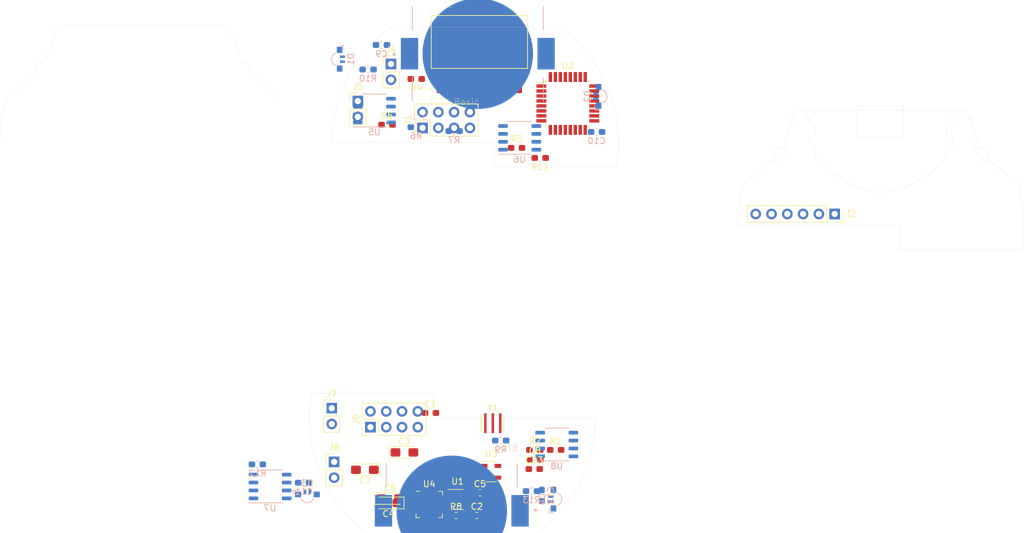
<source format=kicad_pcb>
(kicad_pcb (version 20171130) (host pcbnew "(5.1.0)-1")

  (general
    (thickness 1.6)
    (drawings 190)
    (tracks 0)
    (zones 0)
    (modules 49)
    (nets 71)
  )

  (page A4)
  (title_block
    (title SAN)
  )

  (layers
    (0 F.Cu signal)
    (31 B.Cu signal hide)
    (32 B.Adhes user hide)
    (33 F.Adhes user hide)
    (34 B.Paste user hide)
    (35 F.Paste user)
    (36 B.SilkS user hide)
    (37 F.SilkS user)
    (38 B.Mask user hide)
    (39 F.Mask user)
    (40 Dwgs.User user)
    (41 Cmts.User user hide)
    (42 Eco1.User user hide)
    (43 Eco2.User user hide)
    (44 Edge.Cuts user)
    (45 Margin user hide)
    (46 B.CrtYd user hide)
    (47 F.CrtYd user)
    (48 B.Fab user hide)
    (49 F.Fab user)
  )

  (setup
    (last_trace_width 0.25)
    (trace_clearance 0.2)
    (zone_clearance 0.508)
    (zone_45_only no)
    (trace_min 0.2)
    (via_size 0.8)
    (via_drill 0.4)
    (via_min_size 0.4)
    (via_min_drill 0.3)
    (uvia_size 0.3)
    (uvia_drill 0.1)
    (uvias_allowed no)
    (uvia_min_size 0.2)
    (uvia_min_drill 0.1)
    (edge_width 0.0254)
    (segment_width 0.0254)
    (pcb_text_width 0.3)
    (pcb_text_size 1.5 1.5)
    (mod_edge_width 0.15)
    (mod_text_size 1 1)
    (mod_text_width 0.15)
    (pad_size 1.524 1.524)
    (pad_drill 0.762)
    (pad_to_mask_clearance 0.051)
    (solder_mask_min_width 0.25)
    (aux_axis_origin 0 0)
    (visible_elements 7FFFFFFF)
    (pcbplotparams
      (layerselection 0x010fc_ffffffff)
      (usegerberextensions false)
      (usegerberattributes false)
      (usegerberadvancedattributes false)
      (creategerberjobfile false)
      (excludeedgelayer true)
      (linewidth 0.100000)
      (plotframeref false)
      (viasonmask false)
      (mode 1)
      (useauxorigin false)
      (hpglpennumber 1)
      (hpglpenspeed 20)
      (hpglpendiameter 15.000000)
      (psnegative false)
      (psa4output false)
      (plotreference true)
      (plotvalue true)
      (plotinvisibletext false)
      (padsonsilk false)
      (subtractmaskfromsilk false)
      (outputformat 1)
      (mirror false)
      (drillshape 1)
      (scaleselection 1)
      (outputdirectory ""))
  )

  (net 0 "")
  (net 1 GND)
  (net 2 "Net-(BT1-Pad1)")
  (net 3 +BATT)
  (net 4 "Net-(BT2-Pad2)")
  (net 5 +3V3)
  (net 6 DTR)
  (net 7 "Net-(C2-Pad2)")
  (net 8 +5V)
  (net 9 "Net-(C9-Pad1)")
  (net 10 "Net-(C10-Pad1)")
  (net 11 "Net-(C11-Pad1)")
  (net 12 "Net-(C12-Pad1)")
  (net 13 Z-ACCEL)
  (net 14 "Net-(D1-Pad2)")
  (net 15 "Net-(D1-Pad4)")
  (net 16 "Net-(D1-Pad3)")
  (net 17 "Net-(D2-Pad3)")
  (net 18 "Net-(D2-Pad4)")
  (net 19 "Net-(D2-Pad2)")
  (net 20 "Net-(D3-Pad2)")
  (net 21 "Net-(D3-Pad4)")
  (net 22 "Net-(D3-Pad3)")
  (net 23 "Net-(D4-Pad3)")
  (net 24 "Net-(D4-Pad4)")
  (net 25 "Net-(D4-Pad2)")
  (net 26 NEOPIXEL-2-DO)
  (net 27 PORT-4)
  (net 28 PORT-3)
  (net 29 TXO)
  (net 30 RXI)
  (net 31 SCK)
  (net 32 MISO)
  (net 33 MOSI)
  (net 34 PORT-1)
  (net 35 PORT-2)
  (net 36 "Net-(R2-Pad2)")
  (net 37 "Net-(R3-Pad2)")
  (net 38 "Net-(R4-Pad2)")
  (net 39 "Net-(R5-Pad2)")
  (net 40 "/NeoPixel 1/DIN")
  (net 41 "Net-(R6-Pad2)")
  (net 42 "/NeoPixel 1/DO")
  (net 43 "/NeoPixel 2/DIN")
  (net 44 "/NeoPixel 3/DIN")
  (net 45 "/NeoPixel 3/DO")
  (net 46 "/NeoPixel 4/DIN")
  (net 47 "Net-(U1-Pad4)")
  (net 48 "Net-(U2-Pad7)")
  (net 49 "Net-(U2-Pad8)")
  (net 50 "Net-(U2-Pad9)")
  (net 51 "Net-(U2-Pad10)")
  (net 52 "Net-(U2-Pad11)")
  (net 53 "Net-(U2-Pad14)")
  (net 54 "Net-(U2-Pad19)")
  (net 55 "Net-(U2-Pad22)")
  (net 56 "Net-(U2-Pad23)")
  (net 57 "Net-(U2-Pad24)")
  (net 58 "Net-(U2-Pad25)")
  (net 59 "Net-(U2-Pad26)")
  (net 60 "Net-(U2-Pad27)")
  (net 61 "Net-(U2-Pad28)")
  (net 62 "Net-(U3-Pad4)")
  (net 63 "Net-(U4-Pad2)")
  (net 64 "Net-(U4-Pad10)")
  (net 65 "Net-(U4-Pad12)")
  (net 66 "Net-(U5-Pad7)")
  (net 67 "Net-(U6-Pad7)")
  (net 68 "Net-(U7-Pad7)")
  (net 69 "/NeoPixel 4/DO")
  (net 70 "Net-(U8-Pad7)")

  (net_class Default "This is the default net class."
    (clearance 0.2)
    (trace_width 0.25)
    (via_dia 0.8)
    (via_drill 0.4)
    (uvia_dia 0.3)
    (uvia_drill 0.1)
    (add_net +3V3)
    (add_net +5V)
    (add_net +BATT)
    (add_net "/NeoPixel 1/DIN")
    (add_net "/NeoPixel 1/DO")
    (add_net "/NeoPixel 2/DIN")
    (add_net "/NeoPixel 3/DIN")
    (add_net "/NeoPixel 3/DO")
    (add_net "/NeoPixel 4/DIN")
    (add_net "/NeoPixel 4/DO")
    (add_net DTR)
    (add_net GND)
    (add_net MISO)
    (add_net MOSI)
    (add_net NEOPIXEL-2-DO)
    (add_net "Net-(BT1-Pad1)")
    (add_net "Net-(BT2-Pad2)")
    (add_net "Net-(C10-Pad1)")
    (add_net "Net-(C11-Pad1)")
    (add_net "Net-(C12-Pad1)")
    (add_net "Net-(C2-Pad2)")
    (add_net "Net-(C9-Pad1)")
    (add_net "Net-(D1-Pad2)")
    (add_net "Net-(D1-Pad3)")
    (add_net "Net-(D1-Pad4)")
    (add_net "Net-(D2-Pad2)")
    (add_net "Net-(D2-Pad3)")
    (add_net "Net-(D2-Pad4)")
    (add_net "Net-(D3-Pad2)")
    (add_net "Net-(D3-Pad3)")
    (add_net "Net-(D3-Pad4)")
    (add_net "Net-(D4-Pad2)")
    (add_net "Net-(D4-Pad3)")
    (add_net "Net-(D4-Pad4)")
    (add_net "Net-(R2-Pad2)")
    (add_net "Net-(R3-Pad2)")
    (add_net "Net-(R4-Pad2)")
    (add_net "Net-(R5-Pad2)")
    (add_net "Net-(R6-Pad2)")
    (add_net "Net-(U1-Pad4)")
    (add_net "Net-(U2-Pad10)")
    (add_net "Net-(U2-Pad11)")
    (add_net "Net-(U2-Pad14)")
    (add_net "Net-(U2-Pad19)")
    (add_net "Net-(U2-Pad22)")
    (add_net "Net-(U2-Pad23)")
    (add_net "Net-(U2-Pad24)")
    (add_net "Net-(U2-Pad25)")
    (add_net "Net-(U2-Pad26)")
    (add_net "Net-(U2-Pad27)")
    (add_net "Net-(U2-Pad28)")
    (add_net "Net-(U2-Pad7)")
    (add_net "Net-(U2-Pad8)")
    (add_net "Net-(U2-Pad9)")
    (add_net "Net-(U3-Pad4)")
    (add_net "Net-(U4-Pad10)")
    (add_net "Net-(U4-Pad12)")
    (add_net "Net-(U4-Pad2)")
    (add_net "Net-(U5-Pad7)")
    (add_net "Net-(U6-Pad7)")
    (add_net "Net-(U7-Pad7)")
    (add_net "Net-(U8-Pad7)")
    (add_net PORT-1)
    (add_net PORT-2)
    (add_net PORT-3)
    (add_net PORT-4)
    (add_net RXI)
    (add_net SCK)
    (add_net TXO)
    (add_net Z-ACCEL)
  )

  (module Common-Parts-Library:MPD_BK-912-TR (layer B.Cu) (tedit 0) (tstamp 5CA2E86D)
    (at 149.987 69.469)
    (path /5C8E9BC5)
    (attr smd)
    (fp_text reference BT1 (at -9.36 10.135) (layer B.SilkS)
      (effects (font (size 1 1) (thickness 0.05)) (justify mirror))
    )
    (fp_text value Battery_Cell (at -8.825 -10.065) (layer B.SilkS)
      (effects (font (size 1 1) (thickness 0.05)) (justify mirror))
    )
    (fp_circle (center -13.45 0.1) (end -13.3086 0.1) (layer Eco2.User) (width 0.2))
    (fp_circle (center -13.45 0.1) (end -13.3086 0.1) (layer B.SilkS) (width 0.2))
    (fp_line (start -11.25 2.8) (end -11.25 9.14) (layer Eco1.User) (width 0.05))
    (fp_line (start -12.625 2.8) (end -11.25 2.8) (layer Eco1.User) (width 0.05))
    (fp_line (start -12.625 -2.8) (end -12.625 2.8) (layer Eco1.User) (width 0.05))
    (fp_line (start -11.25 -2.8) (end -12.625 -2.8) (layer Eco1.User) (width 0.05))
    (fp_line (start -11.25 -9.14) (end -11.25 -2.8) (layer Eco1.User) (width 0.05))
    (fp_line (start 11.25 -9.14) (end -11.25 -9.14) (layer Eco1.User) (width 0.05))
    (fp_line (start 11.25 -2.8) (end 11.25 -9.14) (layer Eco1.User) (width 0.05))
    (fp_line (start 12.625 -2.8) (end 11.25 -2.8) (layer Eco1.User) (width 0.05))
    (fp_line (start 12.625 2.8) (end 12.625 -2.8) (layer Eco1.User) (width 0.05))
    (fp_line (start 11.25 2.8) (end 12.625 2.8) (layer Eco1.User) (width 0.05))
    (fp_line (start 11.25 9.14) (end 11.25 2.8) (layer Eco1.User) (width 0.05))
    (fp_line (start -11.25 9.14) (end 11.25 9.14) (layer Eco1.User) (width 0.05))
    (fp_line (start -10.54 -7.62) (end -10.54 7.62) (layer Eco2.User) (width 0.127))
    (fp_line (start -10.54 -7.62) (end -10.54 -3.81) (layer B.SilkS) (width 0.127))
    (fp_line (start 10.54 -7.62) (end -10.54 -7.62) (layer Eco2.User) (width 0.127))
    (fp_line (start 10.54 -3.81) (end 10.54 -7.62) (layer B.SilkS) (width 0.127))
    (fp_line (start 10.54 7.62) (end 10.54 -7.62) (layer Eco2.User) (width 0.127))
    (fp_line (start 10.54 7.62) (end 10.54 3.81) (layer B.SilkS) (width 0.127))
    (fp_line (start -10.54 7.62) (end 10.54 7.62) (layer Eco2.User) (width 0.127))
    (fp_line (start -10.54 3.81) (end -10.54 7.62) (layer B.SilkS) (width 0.127))
    (pad 3 smd circle (at 0 0) (size 17.78 17.78) (layers B.Cu B.Paste B.Mask))
    (pad 2 smd rect (at 10.985 0) (size 2.79 5.08) (layers B.Cu B.Paste B.Mask)
      (net 1 GND))
    (pad 1 smd rect (at -10.985 0) (size 2.79 5.08) (layers B.Cu B.Paste B.Mask)
      (net 2 "Net-(BT1-Pad1)"))
  )

  (module Common-Parts-Library:MPD_BK-912-TR (layer B.Cu) (tedit 0) (tstamp 5CA2BB52)
    (at 145.796 143.002 180)
    (path /5C8E9CBF)
    (attr smd)
    (fp_text reference BT2 (at -9.36 10.135 180) (layer B.SilkS)
      (effects (font (size 1 1) (thickness 0.05)) (justify mirror))
    )
    (fp_text value Battery_Cell (at -8.825 -10.065 180) (layer B.SilkS)
      (effects (font (size 1 1) (thickness 0.05)) (justify mirror))
    )
    (fp_line (start -10.54 3.81) (end -10.54 7.62) (layer B.SilkS) (width 0.127))
    (fp_line (start -10.54 7.62) (end 10.54 7.62) (layer Eco2.User) (width 0.127))
    (fp_line (start 10.54 7.62) (end 10.54 3.81) (layer B.SilkS) (width 0.127))
    (fp_line (start 10.54 7.62) (end 10.54 -7.62) (layer Eco2.User) (width 0.127))
    (fp_line (start 10.54 -3.81) (end 10.54 -7.62) (layer B.SilkS) (width 0.127))
    (fp_line (start 10.54 -7.62) (end -10.54 -7.62) (layer Eco2.User) (width 0.127))
    (fp_line (start -10.54 -7.62) (end -10.54 -3.81) (layer B.SilkS) (width 0.127))
    (fp_line (start -10.54 -7.62) (end -10.54 7.62) (layer Eco2.User) (width 0.127))
    (fp_line (start -11.25 9.14) (end 11.25 9.14) (layer Eco1.User) (width 0.05))
    (fp_line (start 11.25 9.14) (end 11.25 2.8) (layer Eco1.User) (width 0.05))
    (fp_line (start 11.25 2.8) (end 12.625 2.8) (layer Eco1.User) (width 0.05))
    (fp_line (start 12.625 2.8) (end 12.625 -2.8) (layer Eco1.User) (width 0.05))
    (fp_line (start 12.625 -2.8) (end 11.25 -2.8) (layer Eco1.User) (width 0.05))
    (fp_line (start 11.25 -2.8) (end 11.25 -9.14) (layer Eco1.User) (width 0.05))
    (fp_line (start 11.25 -9.14) (end -11.25 -9.14) (layer Eco1.User) (width 0.05))
    (fp_line (start -11.25 -9.14) (end -11.25 -2.8) (layer Eco1.User) (width 0.05))
    (fp_line (start -11.25 -2.8) (end -12.625 -2.8) (layer Eco1.User) (width 0.05))
    (fp_line (start -12.625 -2.8) (end -12.625 2.8) (layer Eco1.User) (width 0.05))
    (fp_line (start -12.625 2.8) (end -11.25 2.8) (layer Eco1.User) (width 0.05))
    (fp_line (start -11.25 2.8) (end -11.25 9.14) (layer Eco1.User) (width 0.05))
    (fp_circle (center -13.45 0.1) (end -13.3086 0.1) (layer B.SilkS) (width 0.2))
    (fp_circle (center -13.45 0.1) (end -13.3086 0.1) (layer Eco2.User) (width 0.2))
    (pad 1 smd rect (at -10.985 0 180) (size 2.79 5.08) (layers B.Cu B.Paste B.Mask)
      (net 3 +BATT))
    (pad 2 smd rect (at 10.985 0 180) (size 2.79 5.08) (layers B.Cu B.Paste B.Mask)
      (net 4 "Net-(BT2-Pad2)"))
    (pad 3 smd circle (at 0 0 180) (size 17.78 17.78) (layers B.Cu B.Paste B.Mask))
  )

  (module Capacitor_SMD:C_0603_1608Metric_Pad1.05x0.95mm_HandSolder (layer F.Cu) (tedit 5B301BBE) (tstamp 5CA2BB63)
    (at 142.367 127.254)
    (descr "Capacitor SMD 0603 (1608 Metric), square (rectangular) end terminal, IPC_7351 nominal with elongated pad for handsoldering. (Body size source: http://www.tortai-tech.com/upload/download/2011102023233369053.pdf), generated with kicad-footprint-generator")
    (tags "capacitor handsolder")
    (path /5CDEC281)
    (attr smd)
    (fp_text reference C1 (at 0 -1.43) (layer F.SilkS)
      (effects (font (size 1 1) (thickness 0.15)))
    )
    (fp_text value 0.1uF (at 0 1.43) (layer F.Fab)
      (effects (font (size 1 1) (thickness 0.15)))
    )
    (fp_text user %R (at 0 0) (layer F.Fab)
      (effects (font (size 0.4 0.4) (thickness 0.06)))
    )
    (fp_line (start 1.65 0.73) (end -1.65 0.73) (layer F.CrtYd) (width 0.05))
    (fp_line (start 1.65 -0.73) (end 1.65 0.73) (layer F.CrtYd) (width 0.05))
    (fp_line (start -1.65 -0.73) (end 1.65 -0.73) (layer F.CrtYd) (width 0.05))
    (fp_line (start -1.65 0.73) (end -1.65 -0.73) (layer F.CrtYd) (width 0.05))
    (fp_line (start -0.171267 0.51) (end 0.171267 0.51) (layer F.SilkS) (width 0.12))
    (fp_line (start -0.171267 -0.51) (end 0.171267 -0.51) (layer F.SilkS) (width 0.12))
    (fp_line (start 0.8 0.4) (end -0.8 0.4) (layer F.Fab) (width 0.1))
    (fp_line (start 0.8 -0.4) (end 0.8 0.4) (layer F.Fab) (width 0.1))
    (fp_line (start -0.8 -0.4) (end 0.8 -0.4) (layer F.Fab) (width 0.1))
    (fp_line (start -0.8 0.4) (end -0.8 -0.4) (layer F.Fab) (width 0.1))
    (pad 2 smd roundrect (at 0.875 0) (size 1.05 0.95) (layers F.Cu F.Paste F.Mask) (roundrect_rratio 0.25)
      (net 1 GND))
    (pad 1 smd roundrect (at -0.875 0) (size 1.05 0.95) (layers F.Cu F.Paste F.Mask) (roundrect_rratio 0.25)
      (net 5 +3V3))
    (model ${KISYS3DMOD}/Capacitor_SMD.3dshapes/C_0603_1608Metric.wrl
      (at (xyz 0 0 0))
      (scale (xyz 1 1 1))
      (rotate (xyz 0 0 0))
    )
  )

  (module Capacitor_SMD:C_0603_1608Metric_Pad1.05x0.95mm_HandSolder (layer F.Cu) (tedit 5B301BBE) (tstamp 5CA2BB74)
    (at 149.833001 143.748001)
    (descr "Capacitor SMD 0603 (1608 Metric), square (rectangular) end terminal, IPC_7351 nominal with elongated pad for handsoldering. (Body size source: http://www.tortai-tech.com/upload/download/2011102023233369053.pdf), generated with kicad-footprint-generator")
    (tags "capacitor handsolder")
    (path /5CDEC1E8)
    (attr smd)
    (fp_text reference C2 (at 0 -1.43) (layer F.SilkS)
      (effects (font (size 1 1) (thickness 0.15)))
    )
    (fp_text value 0.1uF (at 0 1.43) (layer F.Fab)
      (effects (font (size 1 1) (thickness 0.15)))
    )
    (fp_line (start -0.8 0.4) (end -0.8 -0.4) (layer F.Fab) (width 0.1))
    (fp_line (start -0.8 -0.4) (end 0.8 -0.4) (layer F.Fab) (width 0.1))
    (fp_line (start 0.8 -0.4) (end 0.8 0.4) (layer F.Fab) (width 0.1))
    (fp_line (start 0.8 0.4) (end -0.8 0.4) (layer F.Fab) (width 0.1))
    (fp_line (start -0.171267 -0.51) (end 0.171267 -0.51) (layer F.SilkS) (width 0.12))
    (fp_line (start -0.171267 0.51) (end 0.171267 0.51) (layer F.SilkS) (width 0.12))
    (fp_line (start -1.65 0.73) (end -1.65 -0.73) (layer F.CrtYd) (width 0.05))
    (fp_line (start -1.65 -0.73) (end 1.65 -0.73) (layer F.CrtYd) (width 0.05))
    (fp_line (start 1.65 -0.73) (end 1.65 0.73) (layer F.CrtYd) (width 0.05))
    (fp_line (start 1.65 0.73) (end -1.65 0.73) (layer F.CrtYd) (width 0.05))
    (fp_text user %R (at 0 0) (layer F.Fab)
      (effects (font (size 0.4 0.4) (thickness 0.06)))
    )
    (pad 1 smd roundrect (at -0.875 0) (size 1.05 0.95) (layers F.Cu F.Paste F.Mask) (roundrect_rratio 0.25)
      (net 6 DTR))
    (pad 2 smd roundrect (at 0.875 0) (size 1.05 0.95) (layers F.Cu F.Paste F.Mask) (roundrect_rratio 0.25)
      (net 7 "Net-(C2-Pad2)"))
    (model ${KISYS3DMOD}/Capacitor_SMD.3dshapes/C_0603_1608Metric.wrl
      (at (xyz 0 0 0))
      (scale (xyz 1 1 1))
      (rotate (xyz 0 0 0))
    )
  )

  (module Capacitor_Tantalum_SMD:CP_EIA-3216-18_Kemet-A_Pad1.58x1.35mm_HandSolder (layer F.Cu) (tedit 5B301BBE) (tstamp 5CA2BB87)
    (at 138.176 133.604)
    (descr "Tantalum Capacitor SMD Kemet-A (3216-18 Metric), IPC_7351 nominal, (Body size from: http://www.kemet.com/Lists/ProductCatalog/Attachments/253/KEM_TC101_STD.pdf), generated with kicad-footprint-generator")
    (tags "capacitor tantalum")
    (path /5CDC883D)
    (attr smd)
    (fp_text reference C3 (at 0 -1.75) (layer F.SilkS)
      (effects (font (size 1 1) (thickness 0.15)))
    )
    (fp_text value 10uF (at 0 1.75) (layer F.Fab)
      (effects (font (size 1 1) (thickness 0.15)))
    )
    (fp_text user %R (at 0 0) (layer F.Fab)
      (effects (font (size 0.8 0.8) (thickness 0.12)))
    )
    (fp_line (start 2.48 1.05) (end -2.48 1.05) (layer F.CrtYd) (width 0.05))
    (fp_line (start 2.48 -1.05) (end 2.48 1.05) (layer F.CrtYd) (width 0.05))
    (fp_line (start -2.48 -1.05) (end 2.48 -1.05) (layer F.CrtYd) (width 0.05))
    (fp_line (start -2.48 1.05) (end -2.48 -1.05) (layer F.CrtYd) (width 0.05))
    (fp_line (start -2.485 0.935) (end 1.6 0.935) (layer F.SilkS) (width 0.12))
    (fp_line (start -2.485 -0.935) (end -2.485 0.935) (layer F.SilkS) (width 0.12))
    (fp_line (start 1.6 -0.935) (end -2.485 -0.935) (layer F.SilkS) (width 0.12))
    (fp_line (start 1.6 0.8) (end 1.6 -0.8) (layer F.Fab) (width 0.1))
    (fp_line (start -1.6 0.8) (end 1.6 0.8) (layer F.Fab) (width 0.1))
    (fp_line (start -1.6 -0.4) (end -1.6 0.8) (layer F.Fab) (width 0.1))
    (fp_line (start -1.2 -0.8) (end -1.6 -0.4) (layer F.Fab) (width 0.1))
    (fp_line (start 1.6 -0.8) (end -1.2 -0.8) (layer F.Fab) (width 0.1))
    (pad 2 smd roundrect (at 1.4375 0) (size 1.575 1.35) (layers F.Cu F.Paste F.Mask) (roundrect_rratio 0.185185)
      (net 1 GND))
    (pad 1 smd roundrect (at -1.4375 0) (size 1.575 1.35) (layers F.Cu F.Paste F.Mask) (roundrect_rratio 0.185185)
      (net 8 +5V))
    (model ${KISYS3DMOD}/Capacitor_Tantalum_SMD.3dshapes/CP_EIA-3216-18_Kemet-A.wrl
      (at (xyz 0 0 0))
      (scale (xyz 1 1 1))
      (rotate (xyz 0 0 0))
    )
  )

  (module Capacitor_Tantalum_SMD:CP_EIA-3216-18_Kemet-A_Pad1.58x1.35mm_HandSolder (layer F.Cu) (tedit 5B301BBE) (tstamp 5CA2BB9A)
    (at 135.636 141.732 180)
    (descr "Tantalum Capacitor SMD Kemet-A (3216-18 Metric), IPC_7351 nominal, (Body size from: http://www.kemet.com/Lists/ProductCatalog/Attachments/253/KEM_TC101_STD.pdf), generated with kicad-footprint-generator")
    (tags "capacitor tantalum")
    (path /5CDDE810)
    (attr smd)
    (fp_text reference C4 (at 0 -1.75 180) (layer F.SilkS)
      (effects (font (size 1 1) (thickness 0.15)))
    )
    (fp_text value 10uF (at 0 1.75 180) (layer F.Fab)
      (effects (font (size 1 1) (thickness 0.15)))
    )
    (fp_text user %R (at 0 0 180) (layer F.Fab)
      (effects (font (size 0.8 0.8) (thickness 0.12)))
    )
    (fp_line (start 2.48 1.05) (end -2.48 1.05) (layer F.CrtYd) (width 0.05))
    (fp_line (start 2.48 -1.05) (end 2.48 1.05) (layer F.CrtYd) (width 0.05))
    (fp_line (start -2.48 -1.05) (end 2.48 -1.05) (layer F.CrtYd) (width 0.05))
    (fp_line (start -2.48 1.05) (end -2.48 -1.05) (layer F.CrtYd) (width 0.05))
    (fp_line (start -2.485 0.935) (end 1.6 0.935) (layer F.SilkS) (width 0.12))
    (fp_line (start -2.485 -0.935) (end -2.485 0.935) (layer F.SilkS) (width 0.12))
    (fp_line (start 1.6 -0.935) (end -2.485 -0.935) (layer F.SilkS) (width 0.12))
    (fp_line (start 1.6 0.8) (end 1.6 -0.8) (layer F.Fab) (width 0.1))
    (fp_line (start -1.6 0.8) (end 1.6 0.8) (layer F.Fab) (width 0.1))
    (fp_line (start -1.6 -0.4) (end -1.6 0.8) (layer F.Fab) (width 0.1))
    (fp_line (start -1.2 -0.8) (end -1.6 -0.4) (layer F.Fab) (width 0.1))
    (fp_line (start 1.6 -0.8) (end -1.2 -0.8) (layer F.Fab) (width 0.1))
    (pad 2 smd roundrect (at 1.4375 0 180) (size 1.575 1.35) (layers F.Cu F.Paste F.Mask) (roundrect_rratio 0.185185)
      (net 1 GND))
    (pad 1 smd roundrect (at -1.4375 0 180) (size 1.575 1.35) (layers F.Cu F.Paste F.Mask) (roundrect_rratio 0.185185)
      (net 3 +BATT))
    (model ${KISYS3DMOD}/Capacitor_Tantalum_SMD.3dshapes/CP_EIA-3216-18_Kemet-A.wrl
      (at (xyz 0 0 0))
      (scale (xyz 1 1 1))
      (rotate (xyz 0 0 0))
    )
  )

  (module Capacitor_SMD:C_0603_1608Metric_Pad1.05x0.95mm_HandSolder (layer F.Cu) (tedit 5B301BBE) (tstamp 5CA2BBAB)
    (at 150.333001 140.098001)
    (descr "Capacitor SMD 0603 (1608 Metric), square (rectangular) end terminal, IPC_7351 nominal with elongated pad for handsoldering. (Body size source: http://www.tortai-tech.com/upload/download/2011102023233369053.pdf), generated with kicad-footprint-generator")
    (tags "capacitor handsolder")
    (path /5C7EEDE3)
    (attr smd)
    (fp_text reference C5 (at 0 -1.43) (layer F.SilkS)
      (effects (font (size 1 1) (thickness 0.15)))
    )
    (fp_text value 0.1uF (at 0 1.43) (layer F.Fab)
      (effects (font (size 1 1) (thickness 0.15)))
    )
    (fp_text user %R (at 0 0) (layer F.Fab)
      (effects (font (size 0.4 0.4) (thickness 0.06)))
    )
    (fp_line (start 1.65 0.73) (end -1.65 0.73) (layer F.CrtYd) (width 0.05))
    (fp_line (start 1.65 -0.73) (end 1.65 0.73) (layer F.CrtYd) (width 0.05))
    (fp_line (start -1.65 -0.73) (end 1.65 -0.73) (layer F.CrtYd) (width 0.05))
    (fp_line (start -1.65 0.73) (end -1.65 -0.73) (layer F.CrtYd) (width 0.05))
    (fp_line (start -0.171267 0.51) (end 0.171267 0.51) (layer F.SilkS) (width 0.12))
    (fp_line (start -0.171267 -0.51) (end 0.171267 -0.51) (layer F.SilkS) (width 0.12))
    (fp_line (start 0.8 0.4) (end -0.8 0.4) (layer F.Fab) (width 0.1))
    (fp_line (start 0.8 -0.4) (end 0.8 0.4) (layer F.Fab) (width 0.1))
    (fp_line (start -0.8 -0.4) (end 0.8 -0.4) (layer F.Fab) (width 0.1))
    (fp_line (start -0.8 0.4) (end -0.8 -0.4) (layer F.Fab) (width 0.1))
    (pad 2 smd roundrect (at 0.875 0) (size 1.05 0.95) (layers F.Cu F.Paste F.Mask) (roundrect_rratio 0.25)
      (net 1 GND))
    (pad 1 smd roundrect (at -0.875 0) (size 1.05 0.95) (layers F.Cu F.Paste F.Mask) (roundrect_rratio 0.25)
      (net 8 +5V))
    (model ${KISYS3DMOD}/Capacitor_SMD.3dshapes/C_0603_1608Metric.wrl
      (at (xyz 0 0 0))
      (scale (xyz 1 1 1))
      (rotate (xyz 0 0 0))
    )
  )

  (module Capacitor_Tantalum_SMD:CP_EIA-3216-18_Kemet-A_Pad1.58x1.35mm_HandSolder (layer F.Cu) (tedit 5B301BBE) (tstamp 5CA2BBBE)
    (at 135.883001 141.018001)
    (descr "Tantalum Capacitor SMD Kemet-A (3216-18 Metric), IPC_7351 nominal, (Body size from: http://www.kemet.com/Lists/ProductCatalog/Attachments/253/KEM_TC101_STD.pdf), generated with kicad-footprint-generator")
    (tags "capacitor tantalum")
    (path /5CDD58DE)
    (attr smd)
    (fp_text reference C6 (at 0 -1.75) (layer F.SilkS)
      (effects (font (size 1 1) (thickness 0.15)))
    )
    (fp_text value 10uF (at 0 1.75) (layer F.Fab)
      (effects (font (size 1 1) (thickness 0.15)))
    )
    (fp_line (start 1.6 -0.8) (end -1.2 -0.8) (layer F.Fab) (width 0.1))
    (fp_line (start -1.2 -0.8) (end -1.6 -0.4) (layer F.Fab) (width 0.1))
    (fp_line (start -1.6 -0.4) (end -1.6 0.8) (layer F.Fab) (width 0.1))
    (fp_line (start -1.6 0.8) (end 1.6 0.8) (layer F.Fab) (width 0.1))
    (fp_line (start 1.6 0.8) (end 1.6 -0.8) (layer F.Fab) (width 0.1))
    (fp_line (start 1.6 -0.935) (end -2.485 -0.935) (layer F.SilkS) (width 0.12))
    (fp_line (start -2.485 -0.935) (end -2.485 0.935) (layer F.SilkS) (width 0.12))
    (fp_line (start -2.485 0.935) (end 1.6 0.935) (layer F.SilkS) (width 0.12))
    (fp_line (start -2.48 1.05) (end -2.48 -1.05) (layer F.CrtYd) (width 0.05))
    (fp_line (start -2.48 -1.05) (end 2.48 -1.05) (layer F.CrtYd) (width 0.05))
    (fp_line (start 2.48 -1.05) (end 2.48 1.05) (layer F.CrtYd) (width 0.05))
    (fp_line (start 2.48 1.05) (end -2.48 1.05) (layer F.CrtYd) (width 0.05))
    (fp_text user %R (at 0 0) (layer F.Fab)
      (effects (font (size 0.8 0.8) (thickness 0.12)))
    )
    (pad 1 smd roundrect (at -1.4375 0) (size 1.575 1.35) (layers F.Cu F.Paste F.Mask) (roundrect_rratio 0.185185)
      (net 5 +3V3))
    (pad 2 smd roundrect (at 1.4375 0) (size 1.575 1.35) (layers F.Cu F.Paste F.Mask) (roundrect_rratio 0.185185)
      (net 1 GND))
    (model ${KISYS3DMOD}/Capacitor_Tantalum_SMD.3dshapes/CP_EIA-3216-18_Kemet-A.wrl
      (at (xyz 0 0 0))
      (scale (xyz 1 1 1))
      (rotate (xyz 0 0 0))
    )
  )

  (module Capacitor_Tantalum_SMD:CP_EIA-3216-18_Kemet-A_Pad1.58x1.35mm_HandSolder (layer F.Cu) (tedit 5B301BBE) (tstamp 5CA2BBD1)
    (at 131.826 136.398 180)
    (descr "Tantalum Capacitor SMD Kemet-A (3216-18 Metric), IPC_7351 nominal, (Body size from: http://www.kemet.com/Lists/ProductCatalog/Attachments/253/KEM_TC101_STD.pdf), generated with kicad-footprint-generator")
    (tags "capacitor tantalum")
    (path /5CDDE87C)
    (attr smd)
    (fp_text reference C7 (at 0 -1.75 180) (layer F.SilkS)
      (effects (font (size 1 1) (thickness 0.15)))
    )
    (fp_text value 10uF (at 0 1.75 180) (layer F.Fab)
      (effects (font (size 1 1) (thickness 0.15)))
    )
    (fp_line (start 1.6 -0.8) (end -1.2 -0.8) (layer F.Fab) (width 0.1))
    (fp_line (start -1.2 -0.8) (end -1.6 -0.4) (layer F.Fab) (width 0.1))
    (fp_line (start -1.6 -0.4) (end -1.6 0.8) (layer F.Fab) (width 0.1))
    (fp_line (start -1.6 0.8) (end 1.6 0.8) (layer F.Fab) (width 0.1))
    (fp_line (start 1.6 0.8) (end 1.6 -0.8) (layer F.Fab) (width 0.1))
    (fp_line (start 1.6 -0.935) (end -2.485 -0.935) (layer F.SilkS) (width 0.12))
    (fp_line (start -2.485 -0.935) (end -2.485 0.935) (layer F.SilkS) (width 0.12))
    (fp_line (start -2.485 0.935) (end 1.6 0.935) (layer F.SilkS) (width 0.12))
    (fp_line (start -2.48 1.05) (end -2.48 -1.05) (layer F.CrtYd) (width 0.05))
    (fp_line (start -2.48 -1.05) (end 2.48 -1.05) (layer F.CrtYd) (width 0.05))
    (fp_line (start 2.48 -1.05) (end 2.48 1.05) (layer F.CrtYd) (width 0.05))
    (fp_line (start 2.48 1.05) (end -2.48 1.05) (layer F.CrtYd) (width 0.05))
    (fp_text user %R (at 0 0 180) (layer F.Fab)
      (effects (font (size 0.8 0.8) (thickness 0.12)))
    )
    (pad 1 smd roundrect (at -1.4375 0 180) (size 1.575 1.35) (layers F.Cu F.Paste F.Mask) (roundrect_rratio 0.185185)
      (net 8 +5V))
    (pad 2 smd roundrect (at 1.4375 0 180) (size 1.575 1.35) (layers F.Cu F.Paste F.Mask) (roundrect_rratio 0.185185)
      (net 1 GND))
    (model ${KISYS3DMOD}/Capacitor_Tantalum_SMD.3dshapes/CP_EIA-3216-18_Kemet-A.wrl
      (at (xyz 0 0 0))
      (scale (xyz 1 1 1))
      (rotate (xyz 0 0 0))
    )
  )

  (module Capacitor_SMD:C_0603_1608Metric_Pad1.05x0.95mm_HandSolder (layer F.Cu) (tedit 5B301BBE) (tstamp 5CA2BBE2)
    (at 159.163001 134.768001)
    (descr "Capacitor SMD 0603 (1608 Metric), square (rectangular) end terminal, IPC_7351 nominal with elongated pad for handsoldering. (Body size source: http://www.tortai-tech.com/upload/download/2011102023233369053.pdf), generated with kicad-footprint-generator")
    (tags "capacitor handsolder")
    (path /5CDE7452)
    (attr smd)
    (fp_text reference C8 (at 0 -1.43) (layer F.SilkS)
      (effects (font (size 1 1) (thickness 0.15)))
    )
    (fp_text value 0.1uF (at 0 1.43) (layer F.Fab)
      (effects (font (size 1 1) (thickness 0.15)))
    )
    (fp_line (start -0.8 0.4) (end -0.8 -0.4) (layer F.Fab) (width 0.1))
    (fp_line (start -0.8 -0.4) (end 0.8 -0.4) (layer F.Fab) (width 0.1))
    (fp_line (start 0.8 -0.4) (end 0.8 0.4) (layer F.Fab) (width 0.1))
    (fp_line (start 0.8 0.4) (end -0.8 0.4) (layer F.Fab) (width 0.1))
    (fp_line (start -0.171267 -0.51) (end 0.171267 -0.51) (layer F.SilkS) (width 0.12))
    (fp_line (start -0.171267 0.51) (end 0.171267 0.51) (layer F.SilkS) (width 0.12))
    (fp_line (start -1.65 0.73) (end -1.65 -0.73) (layer F.CrtYd) (width 0.05))
    (fp_line (start -1.65 -0.73) (end 1.65 -0.73) (layer F.CrtYd) (width 0.05))
    (fp_line (start 1.65 -0.73) (end 1.65 0.73) (layer F.CrtYd) (width 0.05))
    (fp_line (start 1.65 0.73) (end -1.65 0.73) (layer F.CrtYd) (width 0.05))
    (fp_text user %R (at 0 0) (layer F.Fab)
      (effects (font (size 0.4 0.4) (thickness 0.06)))
    )
    (pad 1 smd roundrect (at -0.875 0) (size 1.05 0.95) (layers F.Cu F.Paste F.Mask) (roundrect_rratio 0.25)
      (net 8 +5V))
    (pad 2 smd roundrect (at 0.875 0) (size 1.05 0.95) (layers F.Cu F.Paste F.Mask) (roundrect_rratio 0.25)
      (net 1 GND))
    (model ${KISYS3DMOD}/Capacitor_SMD.3dshapes/C_0603_1608Metric.wrl
      (at (xyz 0 0 0))
      (scale (xyz 1 1 1))
      (rotate (xyz 0 0 0))
    )
  )

  (module Capacitor_SMD:C_0603_1608Metric_Pad1.05x0.95mm_HandSolder (layer B.Cu) (tedit 5B301BBE) (tstamp 5CA2E067)
    (at 134.493 68.06692)
    (descr "Capacitor SMD 0603 (1608 Metric), square (rectangular) end terminal, IPC_7351 nominal with elongated pad for handsoldering. (Body size source: http://www.tortai-tech.com/upload/download/2011102023233369053.pdf), generated with kicad-footprint-generator")
    (tags "capacitor handsolder")
    (path /5CCF6A6A/5CCFD4BA)
    (attr smd)
    (fp_text reference C9 (at 0 1.43) (layer B.SilkS)
      (effects (font (size 1 1) (thickness 0.15)) (justify mirror))
    )
    (fp_text value 0.1uF (at 0 -1.43) (layer B.Fab)
      (effects (font (size 1 1) (thickness 0.15)) (justify mirror))
    )
    (fp_text user %R (at 0 0) (layer B.Fab)
      (effects (font (size 0.4 0.4) (thickness 0.06)) (justify mirror))
    )
    (fp_line (start 1.65 -0.73) (end -1.65 -0.73) (layer B.CrtYd) (width 0.05))
    (fp_line (start 1.65 0.73) (end 1.65 -0.73) (layer B.CrtYd) (width 0.05))
    (fp_line (start -1.65 0.73) (end 1.65 0.73) (layer B.CrtYd) (width 0.05))
    (fp_line (start -1.65 -0.73) (end -1.65 0.73) (layer B.CrtYd) (width 0.05))
    (fp_line (start -0.171267 -0.51) (end 0.171267 -0.51) (layer B.SilkS) (width 0.12))
    (fp_line (start -0.171267 0.51) (end 0.171267 0.51) (layer B.SilkS) (width 0.12))
    (fp_line (start 0.8 -0.4) (end -0.8 -0.4) (layer B.Fab) (width 0.1))
    (fp_line (start 0.8 0.4) (end 0.8 -0.4) (layer B.Fab) (width 0.1))
    (fp_line (start -0.8 0.4) (end 0.8 0.4) (layer B.Fab) (width 0.1))
    (fp_line (start -0.8 -0.4) (end -0.8 0.4) (layer B.Fab) (width 0.1))
    (pad 2 smd roundrect (at 0.875 0) (size 1.05 0.95) (layers B.Cu B.Paste B.Mask) (roundrect_rratio 0.25)
      (net 1 GND))
    (pad 1 smd roundrect (at -0.875 0) (size 1.05 0.95) (layers B.Cu B.Paste B.Mask) (roundrect_rratio 0.25)
      (net 9 "Net-(C9-Pad1)"))
    (model ${KISYS3DMOD}/Capacitor_SMD.3dshapes/C_0603_1608Metric.wrl
      (at (xyz 0 0 0))
      (scale (xyz 1 1 1))
      (rotate (xyz 0 0 0))
    )
  )

  (module Capacitor_SMD:C_0603_1608Metric_Pad1.05x0.95mm_HandSolder (layer B.Cu) (tedit 5B301BBE) (tstamp 5CA2BC04)
    (at 169.092001 82.049657)
    (descr "Capacitor SMD 0603 (1608 Metric), square (rectangular) end terminal, IPC_7351 nominal with elongated pad for handsoldering. (Body size source: http://www.tortai-tech.com/upload/download/2011102023233369053.pdf), generated with kicad-footprint-generator")
    (tags "capacitor handsolder")
    (path /5CD0AE36/5CCFD4BA)
    (attr smd)
    (fp_text reference C10 (at 0 1.43) (layer B.SilkS)
      (effects (font (size 1 1) (thickness 0.15)) (justify mirror))
    )
    (fp_text value 0.1uF (at 0 -1.43) (layer B.Fab)
      (effects (font (size 1 1) (thickness 0.15)) (justify mirror))
    )
    (fp_text user %R (at 0 0) (layer B.Fab)
      (effects (font (size 0.4 0.4) (thickness 0.06)) (justify mirror))
    )
    (fp_line (start 1.65 -0.73) (end -1.65 -0.73) (layer B.CrtYd) (width 0.05))
    (fp_line (start 1.65 0.73) (end 1.65 -0.73) (layer B.CrtYd) (width 0.05))
    (fp_line (start -1.65 0.73) (end 1.65 0.73) (layer B.CrtYd) (width 0.05))
    (fp_line (start -1.65 -0.73) (end -1.65 0.73) (layer B.CrtYd) (width 0.05))
    (fp_line (start -0.171267 -0.51) (end 0.171267 -0.51) (layer B.SilkS) (width 0.12))
    (fp_line (start -0.171267 0.51) (end 0.171267 0.51) (layer B.SilkS) (width 0.12))
    (fp_line (start 0.8 -0.4) (end -0.8 -0.4) (layer B.Fab) (width 0.1))
    (fp_line (start 0.8 0.4) (end 0.8 -0.4) (layer B.Fab) (width 0.1))
    (fp_line (start -0.8 0.4) (end 0.8 0.4) (layer B.Fab) (width 0.1))
    (fp_line (start -0.8 -0.4) (end -0.8 0.4) (layer B.Fab) (width 0.1))
    (pad 2 smd roundrect (at 0.875 0) (size 1.05 0.95) (layers B.Cu B.Paste B.Mask) (roundrect_rratio 0.25)
      (net 1 GND))
    (pad 1 smd roundrect (at -0.875 0) (size 1.05 0.95) (layers B.Cu B.Paste B.Mask) (roundrect_rratio 0.25)
      (net 10 "Net-(C10-Pad1)"))
    (model ${KISYS3DMOD}/Capacitor_SMD.3dshapes/C_0603_1608Metric.wrl
      (at (xyz 0 0 0))
      (scale (xyz 1 1 1))
      (rotate (xyz 0 0 0))
    )
  )

  (module Capacitor_SMD:C_0603_1608Metric_Pad1.05x0.95mm_HandSolder (layer B.Cu) (tedit 5B301BBE) (tstamp 5CA2BC15)
    (at 121.975001 138.484819)
    (descr "Capacitor SMD 0603 (1608 Metric), square (rectangular) end terminal, IPC_7351 nominal with elongated pad for handsoldering. (Body size source: http://www.tortai-tech.com/upload/download/2011102023233369053.pdf), generated with kicad-footprint-generator")
    (tags "capacitor handsolder")
    (path /5CD1030A/5CCFD4BA)
    (attr smd)
    (fp_text reference C11 (at 0 1.43) (layer B.SilkS)
      (effects (font (size 1 1) (thickness 0.15)) (justify mirror))
    )
    (fp_text value 0.1uF (at 0 -1.43) (layer B.Fab)
      (effects (font (size 1 1) (thickness 0.15)) (justify mirror))
    )
    (fp_line (start -0.8 -0.4) (end -0.8 0.4) (layer B.Fab) (width 0.1))
    (fp_line (start -0.8 0.4) (end 0.8 0.4) (layer B.Fab) (width 0.1))
    (fp_line (start 0.8 0.4) (end 0.8 -0.4) (layer B.Fab) (width 0.1))
    (fp_line (start 0.8 -0.4) (end -0.8 -0.4) (layer B.Fab) (width 0.1))
    (fp_line (start -0.171267 0.51) (end 0.171267 0.51) (layer B.SilkS) (width 0.12))
    (fp_line (start -0.171267 -0.51) (end 0.171267 -0.51) (layer B.SilkS) (width 0.12))
    (fp_line (start -1.65 -0.73) (end -1.65 0.73) (layer B.CrtYd) (width 0.05))
    (fp_line (start -1.65 0.73) (end 1.65 0.73) (layer B.CrtYd) (width 0.05))
    (fp_line (start 1.65 0.73) (end 1.65 -0.73) (layer B.CrtYd) (width 0.05))
    (fp_line (start 1.65 -0.73) (end -1.65 -0.73) (layer B.CrtYd) (width 0.05))
    (fp_text user %R (at 0 0) (layer B.Fab)
      (effects (font (size 0.4 0.4) (thickness 0.06)) (justify mirror))
    )
    (pad 1 smd roundrect (at -0.875 0) (size 1.05 0.95) (layers B.Cu B.Paste B.Mask) (roundrect_rratio 0.25)
      (net 11 "Net-(C11-Pad1)"))
    (pad 2 smd roundrect (at 0.875 0) (size 1.05 0.95) (layers B.Cu B.Paste B.Mask) (roundrect_rratio 0.25)
      (net 1 GND))
    (model ${KISYS3DMOD}/Capacitor_SMD.3dshapes/C_0603_1608Metric.wrl
      (at (xyz 0 0 0))
      (scale (xyz 1 1 1))
      (rotate (xyz 0 0 0))
    )
  )

  (module Capacitor_SMD:C_0603_1608Metric_Pad1.05x0.95mm_HandSolder (layer B.Cu) (tedit 5B301BBE) (tstamp 5CA2BC26)
    (at 160.281999 140.517001 90)
    (descr "Capacitor SMD 0603 (1608 Metric), square (rectangular) end terminal, IPC_7351 nominal with elongated pad for handsoldering. (Body size source: http://www.tortai-tech.com/upload/download/2011102023233369053.pdf), generated with kicad-footprint-generator")
    (tags "capacitor handsolder")
    (path /5CD15399/5CCFD4BA)
    (attr smd)
    (fp_text reference C12 (at 0 1.43 90) (layer B.SilkS)
      (effects (font (size 1 1) (thickness 0.15)) (justify mirror))
    )
    (fp_text value 0.1uF (at 0 -1.43 90) (layer B.Fab)
      (effects (font (size 1 1) (thickness 0.15)) (justify mirror))
    )
    (fp_line (start -0.8 -0.4) (end -0.8 0.4) (layer B.Fab) (width 0.1))
    (fp_line (start -0.8 0.4) (end 0.8 0.4) (layer B.Fab) (width 0.1))
    (fp_line (start 0.8 0.4) (end 0.8 -0.4) (layer B.Fab) (width 0.1))
    (fp_line (start 0.8 -0.4) (end -0.8 -0.4) (layer B.Fab) (width 0.1))
    (fp_line (start -0.171267 0.51) (end 0.171267 0.51) (layer B.SilkS) (width 0.12))
    (fp_line (start -0.171267 -0.51) (end 0.171267 -0.51) (layer B.SilkS) (width 0.12))
    (fp_line (start -1.65 -0.73) (end -1.65 0.73) (layer B.CrtYd) (width 0.05))
    (fp_line (start -1.65 0.73) (end 1.65 0.73) (layer B.CrtYd) (width 0.05))
    (fp_line (start 1.65 0.73) (end 1.65 -0.73) (layer B.CrtYd) (width 0.05))
    (fp_line (start 1.65 -0.73) (end -1.65 -0.73) (layer B.CrtYd) (width 0.05))
    (fp_text user %R (at 0 0 90) (layer B.Fab)
      (effects (font (size 0.4 0.4) (thickness 0.06)) (justify mirror))
    )
    (pad 1 smd roundrect (at -0.875 0 90) (size 1.05 0.95) (layers B.Cu B.Paste B.Mask) (roundrect_rratio 0.25)
      (net 12 "Net-(C12-Pad1)"))
    (pad 2 smd roundrect (at 0.875 0 90) (size 1.05 0.95) (layers B.Cu B.Paste B.Mask) (roundrect_rratio 0.25)
      (net 1 GND))
    (model ${KISYS3DMOD}/Capacitor_SMD.3dshapes/C_0603_1608Metric.wrl
      (at (xyz 0 0 0))
      (scale (xyz 1 1 1))
      (rotate (xyz 0 0 0))
    )
  )

  (module Capacitor_SMD:C_0603_1608Metric_Pad1.05x0.95mm_HandSolder (layer F.Cu) (tedit 5B301BBE) (tstamp 5CA2BC37)
    (at 159.063001 136.278001)
    (descr "Capacitor SMD 0603 (1608 Metric), square (rectangular) end terminal, IPC_7351 nominal with elongated pad for handsoldering. (Body size source: http://www.tortai-tech.com/upload/download/2011102023233369053.pdf), generated with kicad-footprint-generator")
    (tags "capacitor handsolder")
    (path /5C8AFD46)
    (attr smd)
    (fp_text reference C13 (at 0 -1.43) (layer F.SilkS)
      (effects (font (size 1 1) (thickness 0.15)))
    )
    (fp_text value 0.1uF (at 0 1.43) (layer F.Fab)
      (effects (font (size 1 1) (thickness 0.15)))
    )
    (fp_line (start -0.8 0.4) (end -0.8 -0.4) (layer F.Fab) (width 0.1))
    (fp_line (start -0.8 -0.4) (end 0.8 -0.4) (layer F.Fab) (width 0.1))
    (fp_line (start 0.8 -0.4) (end 0.8 0.4) (layer F.Fab) (width 0.1))
    (fp_line (start 0.8 0.4) (end -0.8 0.4) (layer F.Fab) (width 0.1))
    (fp_line (start -0.171267 -0.51) (end 0.171267 -0.51) (layer F.SilkS) (width 0.12))
    (fp_line (start -0.171267 0.51) (end 0.171267 0.51) (layer F.SilkS) (width 0.12))
    (fp_line (start -1.65 0.73) (end -1.65 -0.73) (layer F.CrtYd) (width 0.05))
    (fp_line (start -1.65 -0.73) (end 1.65 -0.73) (layer F.CrtYd) (width 0.05))
    (fp_line (start 1.65 -0.73) (end 1.65 0.73) (layer F.CrtYd) (width 0.05))
    (fp_line (start 1.65 0.73) (end -1.65 0.73) (layer F.CrtYd) (width 0.05))
    (fp_text user %R (at 0 0) (layer F.Fab)
      (effects (font (size 0.4 0.4) (thickness 0.06)))
    )
    (pad 1 smd roundrect (at -0.875 0) (size 1.05 0.95) (layers F.Cu F.Paste F.Mask) (roundrect_rratio 0.25)
      (net 13 Z-ACCEL))
    (pad 2 smd roundrect (at 0.875 0) (size 1.05 0.95) (layers F.Cu F.Paste F.Mask) (roundrect_rratio 0.25)
      (net 1 GND))
    (model ${KISYS3DMOD}/Capacitor_SMD.3dshapes/C_0603_1608Metric.wrl
      (at (xyz 0 0 0))
      (scale (xyz 1 1 1))
      (rotate (xyz 0 0 0))
    )
  )

  (module LED_SMD:LED_Kingbright_APFA3010_3x1.5mm_Horizontal (layer B.Cu) (tedit 5BE52AB7) (tstamp 5CA2BC53)
    (at 127.762 70.35292 270)
    (descr "LED RGB, APFA3010, http://www.kingbrightusa.com/images/catalog/SPEC/APFA3010LSEEZGKQBKC.pdf")
    (tags "LED RGB APFA3010 KINGBRIGHT 3x1.5mm")
    (path /5CCF6A6A/5C880ED8)
    (attr smd)
    (fp_text reference D1 (at 0 -1.8 270) (layer B.SilkS)
      (effects (font (size 1 1) (thickness 0.15)) (justify mirror))
    )
    (fp_text value LED_ARGB (at 0 -3 270) (layer B.Fab)
      (effects (font (size 0.5 0.5) (thickness 0.075)) (justify mirror))
    )
    (fp_arc (start 0 0.25) (end -1.17 0.7) (angle -137.9249779) (layer B.CrtYd) (width 0.05))
    (fp_line (start -2.25 0.7) (end -1.17 0.7) (layer B.CrtYd) (width 0.05))
    (fp_line (start -2.25 -0.7) (end -2.25 0.7) (layer B.CrtYd) (width 0.05))
    (fp_line (start 2.25 0.7) (end 1.17 0.7) (layer B.CrtYd) (width 0.05))
    (fp_line (start 2.25 -0.7) (end 2.25 0.7) (layer B.CrtYd) (width 0.05))
    (fp_line (start 0.85 -0.7) (end 2.25 -0.7) (layer B.CrtYd) (width 0.05))
    (fp_line (start 0.85 -1.1) (end 0.85 -0.7) (layer B.CrtYd) (width 0.05))
    (fp_line (start -0.85 -1.1) (end 0.85 -1.1) (layer B.CrtYd) (width 0.05))
    (fp_line (start -0.85 -0.7) (end -0.85 -1.1) (layer B.CrtYd) (width 0.05))
    (fp_line (start -2.25 -0.7) (end -0.85 -0.7) (layer B.CrtYd) (width 0.05))
    (fp_text user %R (at 0 0 270) (layer B.Fab)
      (effects (font (size 0.3 0.3) (thickness 0.045)) (justify mirror))
    )
    (fp_line (start -0.75 0.25) (end -1.25 -0.25) (layer B.Fab) (width 0.1))
    (fp_line (start -2.2 -0.65) (end -1.5 -0.65) (layer B.SilkS) (width 0.12))
    (fp_line (start -2.2 0) (end -2.2 -0.65) (layer B.SilkS) (width 0.12))
    (fp_arc (start 0 0.25) (end -1 0.65) (angle -136.397181) (layer B.SilkS) (width 0.12))
    (fp_arc (start 0 0.25) (end -1 0.25) (angle -180) (layer B.Fab) (width 0.1))
    (fp_line (start -1.5 0.25) (end -1.5 -0.25) (layer B.Fab) (width 0.1))
    (fp_line (start 1.5 0.25) (end -1.5 0.25) (layer B.Fab) (width 0.1))
    (fp_line (start 1.5 -0.25) (end 1.5 0.25) (layer B.Fab) (width 0.1))
    (fp_line (start -1.5 -0.25) (end 1.5 -0.25) (layer B.Fab) (width 0.1))
    (pad 1 smd rect (at -1.5 0 270) (size 1 0.9) (layers B.Cu B.Paste B.Mask)
      (net 8 +5V))
    (pad 2 smd rect (at 1.5 0 270) (size 1 0.9) (layers B.Cu B.Paste B.Mask)
      (net 14 "Net-(D1-Pad2)"))
    (pad 4 smd rect (at -0.4 -0.45 270) (size 0.4 0.8) (layers B.Cu B.Paste B.Mask)
      (net 15 "Net-(D1-Pad4)"))
    (pad 3 smd rect (at 0.4 -0.45 270) (size 0.4 0.8) (layers B.Cu B.Paste B.Mask)
      (net 16 "Net-(D1-Pad3)"))
    (model ${KISYS3DMOD}/LED_SMD.3dshapes/LED_Kingbright_APFA3010_3x1.5mm_Horizontal.wrl
      (at (xyz 0 0 0))
      (scale (xyz 1 1 1))
      (rotate (xyz 0 0 0))
    )
  )

  (module LED_SMD:LED_Kingbright_APFA3010_3x1.5mm_Horizontal (layer B.Cu) (tedit 5BE52AB7) (tstamp 5CA2BC6F)
    (at 169.418 76.327 90)
    (descr "LED RGB, APFA3010, http://www.kingbrightusa.com/images/catalog/SPEC/APFA3010LSEEZGKQBKC.pdf")
    (tags "LED RGB APFA3010 KINGBRIGHT 3x1.5mm")
    (path /5CD0AE36/5C880ED8)
    (attr smd)
    (fp_text reference D2 (at 0 -1.8 90) (layer B.SilkS)
      (effects (font (size 1 1) (thickness 0.15)) (justify mirror))
    )
    (fp_text value LED_ARGB (at 0 -3 90) (layer B.Fab)
      (effects (font (size 0.5 0.5) (thickness 0.075)) (justify mirror))
    )
    (fp_line (start -1.5 -0.25) (end 1.5 -0.25) (layer B.Fab) (width 0.1))
    (fp_line (start 1.5 -0.25) (end 1.5 0.25) (layer B.Fab) (width 0.1))
    (fp_line (start 1.5 0.25) (end -1.5 0.25) (layer B.Fab) (width 0.1))
    (fp_line (start -1.5 0.25) (end -1.5 -0.25) (layer B.Fab) (width 0.1))
    (fp_arc (start 0 0.25) (end -1 0.25) (angle -180) (layer B.Fab) (width 0.1))
    (fp_arc (start 0 0.25) (end -1 0.65) (angle -136.397181) (layer B.SilkS) (width 0.12))
    (fp_line (start -2.2 0) (end -2.2 -0.65) (layer B.SilkS) (width 0.12))
    (fp_line (start -2.2 -0.65) (end -1.5 -0.65) (layer B.SilkS) (width 0.12))
    (fp_line (start -0.75 0.25) (end -1.25 -0.25) (layer B.Fab) (width 0.1))
    (fp_text user %R (at 0 0 90) (layer B.Fab)
      (effects (font (size 0.3 0.3) (thickness 0.045)) (justify mirror))
    )
    (fp_line (start -2.25 -0.7) (end -0.85 -0.7) (layer B.CrtYd) (width 0.05))
    (fp_line (start -0.85 -0.7) (end -0.85 -1.1) (layer B.CrtYd) (width 0.05))
    (fp_line (start -0.85 -1.1) (end 0.85 -1.1) (layer B.CrtYd) (width 0.05))
    (fp_line (start 0.85 -1.1) (end 0.85 -0.7) (layer B.CrtYd) (width 0.05))
    (fp_line (start 0.85 -0.7) (end 2.25 -0.7) (layer B.CrtYd) (width 0.05))
    (fp_line (start 2.25 -0.7) (end 2.25 0.7) (layer B.CrtYd) (width 0.05))
    (fp_line (start 2.25 0.7) (end 1.17 0.7) (layer B.CrtYd) (width 0.05))
    (fp_line (start -2.25 -0.7) (end -2.25 0.7) (layer B.CrtYd) (width 0.05))
    (fp_line (start -2.25 0.7) (end -1.17 0.7) (layer B.CrtYd) (width 0.05))
    (fp_arc (start 0 0.25) (end -1.17 0.7) (angle -137.9249779) (layer B.CrtYd) (width 0.05))
    (pad 3 smd rect (at 0.4 -0.45 90) (size 0.4 0.8) (layers B.Cu B.Paste B.Mask)
      (net 17 "Net-(D2-Pad3)"))
    (pad 4 smd rect (at -0.4 -0.45 90) (size 0.4 0.8) (layers B.Cu B.Paste B.Mask)
      (net 18 "Net-(D2-Pad4)"))
    (pad 2 smd rect (at 1.5 0 90) (size 1 0.9) (layers B.Cu B.Paste B.Mask)
      (net 19 "Net-(D2-Pad2)"))
    (pad 1 smd rect (at -1.5 0 90) (size 1 0.9) (layers B.Cu B.Paste B.Mask)
      (net 8 +5V))
    (model ${KISYS3DMOD}/LED_SMD.3dshapes/LED_Kingbright_APFA3010_3x1.5mm_Horizontal.wrl
      (at (xyz 0 0 0))
      (scale (xyz 1 1 1))
      (rotate (xyz 0 0 0))
    )
  )

  (module LED_SMD:LED_Kingbright_APFA3010_3x1.5mm_Horizontal (layer B.Cu) (tedit 5BE52AB7) (tstamp 5CA2BC8B)
    (at 122.575001 140.361264)
    (descr "LED RGB, APFA3010, http://www.kingbrightusa.com/images/catalog/SPEC/APFA3010LSEEZGKQBKC.pdf")
    (tags "LED RGB APFA3010 KINGBRIGHT 3x1.5mm")
    (path /5CD1030A/5C880ED8)
    (attr smd)
    (fp_text reference D3 (at 0 -1.8) (layer B.SilkS)
      (effects (font (size 1 1) (thickness 0.15)) (justify mirror))
    )
    (fp_text value LED_ARGB (at 0 -3) (layer B.Fab)
      (effects (font (size 0.5 0.5) (thickness 0.075)) (justify mirror))
    )
    (fp_arc (start 0 0.25) (end -1.17 0.7) (angle -137.9249779) (layer B.CrtYd) (width 0.05))
    (fp_line (start -2.25 0.7) (end -1.17 0.7) (layer B.CrtYd) (width 0.05))
    (fp_line (start -2.25 -0.7) (end -2.25 0.7) (layer B.CrtYd) (width 0.05))
    (fp_line (start 2.25 0.7) (end 1.17 0.7) (layer B.CrtYd) (width 0.05))
    (fp_line (start 2.25 -0.7) (end 2.25 0.7) (layer B.CrtYd) (width 0.05))
    (fp_line (start 0.85 -0.7) (end 2.25 -0.7) (layer B.CrtYd) (width 0.05))
    (fp_line (start 0.85 -1.1) (end 0.85 -0.7) (layer B.CrtYd) (width 0.05))
    (fp_line (start -0.85 -1.1) (end 0.85 -1.1) (layer B.CrtYd) (width 0.05))
    (fp_line (start -0.85 -0.7) (end -0.85 -1.1) (layer B.CrtYd) (width 0.05))
    (fp_line (start -2.25 -0.7) (end -0.85 -0.7) (layer B.CrtYd) (width 0.05))
    (fp_text user %R (at 0 0) (layer B.Fab)
      (effects (font (size 0.3 0.3) (thickness 0.045)) (justify mirror))
    )
    (fp_line (start -0.75 0.25) (end -1.25 -0.25) (layer B.Fab) (width 0.1))
    (fp_line (start -2.2 -0.65) (end -1.5 -0.65) (layer B.SilkS) (width 0.12))
    (fp_line (start -2.2 0) (end -2.2 -0.65) (layer B.SilkS) (width 0.12))
    (fp_arc (start 0 0.25) (end -1 0.65) (angle -136.397181) (layer B.SilkS) (width 0.12))
    (fp_arc (start 0 0.25) (end -1 0.25) (angle -180) (layer B.Fab) (width 0.1))
    (fp_line (start -1.5 0.25) (end -1.5 -0.25) (layer B.Fab) (width 0.1))
    (fp_line (start 1.5 0.25) (end -1.5 0.25) (layer B.Fab) (width 0.1))
    (fp_line (start 1.5 -0.25) (end 1.5 0.25) (layer B.Fab) (width 0.1))
    (fp_line (start -1.5 -0.25) (end 1.5 -0.25) (layer B.Fab) (width 0.1))
    (pad 1 smd rect (at -1.5 0) (size 1 0.9) (layers B.Cu B.Paste B.Mask)
      (net 8 +5V))
    (pad 2 smd rect (at 1.5 0) (size 1 0.9) (layers B.Cu B.Paste B.Mask)
      (net 20 "Net-(D3-Pad2)"))
    (pad 4 smd rect (at -0.4 -0.45) (size 0.4 0.8) (layers B.Cu B.Paste B.Mask)
      (net 21 "Net-(D3-Pad4)"))
    (pad 3 smd rect (at 0.4 -0.45) (size 0.4 0.8) (layers B.Cu B.Paste B.Mask)
      (net 22 "Net-(D3-Pad3)"))
    (model ${KISYS3DMOD}/LED_SMD.3dshapes/LED_Kingbright_APFA3010_3x1.5mm_Horizontal.wrl
      (at (xyz 0 0 0))
      (scale (xyz 1 1 1))
      (rotate (xyz 0 0 0))
    )
  )

  (module LED_SMD:LED_Kingbright_APFA3010_3x1.5mm_Horizontal (layer B.Cu) (tedit 5BE52AB7) (tstamp 5CA2BCA7)
    (at 162.158444 141.117001 90)
    (descr "LED RGB, APFA3010, http://www.kingbrightusa.com/images/catalog/SPEC/APFA3010LSEEZGKQBKC.pdf")
    (tags "LED RGB APFA3010 KINGBRIGHT 3x1.5mm")
    (path /5CD15399/5C880ED8)
    (attr smd)
    (fp_text reference D4 (at 0 -1.8 90) (layer B.SilkS)
      (effects (font (size 1 1) (thickness 0.15)) (justify mirror))
    )
    (fp_text value LED_ARGB (at 0 -3 90) (layer B.Fab)
      (effects (font (size 0.5 0.5) (thickness 0.075)) (justify mirror))
    )
    (fp_line (start -1.5 -0.25) (end 1.5 -0.25) (layer B.Fab) (width 0.1))
    (fp_line (start 1.5 -0.25) (end 1.5 0.25) (layer B.Fab) (width 0.1))
    (fp_line (start 1.5 0.25) (end -1.5 0.25) (layer B.Fab) (width 0.1))
    (fp_line (start -1.5 0.25) (end -1.5 -0.25) (layer B.Fab) (width 0.1))
    (fp_arc (start 0 0.25) (end -1 0.25) (angle -180) (layer B.Fab) (width 0.1))
    (fp_arc (start 0 0.25) (end -1 0.65) (angle -136.397181) (layer B.SilkS) (width 0.12))
    (fp_line (start -2.2 0) (end -2.2 -0.65) (layer B.SilkS) (width 0.12))
    (fp_line (start -2.2 -0.65) (end -1.5 -0.65) (layer B.SilkS) (width 0.12))
    (fp_line (start -0.75 0.25) (end -1.25 -0.25) (layer B.Fab) (width 0.1))
    (fp_text user %R (at 0 0 90) (layer B.Fab)
      (effects (font (size 0.3 0.3) (thickness 0.045)) (justify mirror))
    )
    (fp_line (start -2.25 -0.7) (end -0.85 -0.7) (layer B.CrtYd) (width 0.05))
    (fp_line (start -0.85 -0.7) (end -0.85 -1.1) (layer B.CrtYd) (width 0.05))
    (fp_line (start -0.85 -1.1) (end 0.85 -1.1) (layer B.CrtYd) (width 0.05))
    (fp_line (start 0.85 -1.1) (end 0.85 -0.7) (layer B.CrtYd) (width 0.05))
    (fp_line (start 0.85 -0.7) (end 2.25 -0.7) (layer B.CrtYd) (width 0.05))
    (fp_line (start 2.25 -0.7) (end 2.25 0.7) (layer B.CrtYd) (width 0.05))
    (fp_line (start 2.25 0.7) (end 1.17 0.7) (layer B.CrtYd) (width 0.05))
    (fp_line (start -2.25 -0.7) (end -2.25 0.7) (layer B.CrtYd) (width 0.05))
    (fp_line (start -2.25 0.7) (end -1.17 0.7) (layer B.CrtYd) (width 0.05))
    (fp_arc (start 0 0.25) (end -1.17 0.7) (angle -137.9249779) (layer B.CrtYd) (width 0.05))
    (pad 3 smd rect (at 0.4 -0.45 90) (size 0.4 0.8) (layers B.Cu B.Paste B.Mask)
      (net 23 "Net-(D4-Pad3)"))
    (pad 4 smd rect (at -0.4 -0.45 90) (size 0.4 0.8) (layers B.Cu B.Paste B.Mask)
      (net 24 "Net-(D4-Pad4)"))
    (pad 2 smd rect (at 1.5 0 90) (size 1 0.9) (layers B.Cu B.Paste B.Mask)
      (net 25 "Net-(D4-Pad2)"))
    (pad 1 smd rect (at -1.5 0 90) (size 1 0.9) (layers B.Cu B.Paste B.Mask)
      (net 8 +5V))
    (model ${KISYS3DMOD}/LED_SMD.3dshapes/LED_Kingbright_APFA3010_3x1.5mm_Horizontal.wrl
      (at (xyz 0 0 0))
      (scale (xyz 1 1 1))
      (rotate (xyz 0 0 0))
    )
  )

  (module Connector_PinHeader_2.54mm:PinHeader_2x04_P2.54mm_Vertical (layer F.Cu) (tedit 59FED5CC) (tstamp 5CA2DAF1)
    (at 141.097 81.407 90)
    (descr "Through hole straight pin header, 2x04, 2.54mm pitch, double rows")
    (tags "Through hole pin header THT 2x04 2.54mm double row")
    (path /5CE73098)
    (fp_text reference J1 (at 1.27 -2.33 90) (layer F.SilkS)
      (effects (font (size 1 1) (thickness 0.15)))
    )
    (fp_text value "Top Hemisphere" (at 1.27 9.95 90) (layer F.Fab)
      (effects (font (size 1 1) (thickness 0.15)))
    )
    (fp_text user %R (at 1.27 3.81 180) (layer F.Fab)
      (effects (font (size 1 1) (thickness 0.15)))
    )
    (fp_line (start 4.35 -1.8) (end -1.8 -1.8) (layer F.CrtYd) (width 0.05))
    (fp_line (start 4.35 9.4) (end 4.35 -1.8) (layer F.CrtYd) (width 0.05))
    (fp_line (start -1.8 9.4) (end 4.35 9.4) (layer F.CrtYd) (width 0.05))
    (fp_line (start -1.8 -1.8) (end -1.8 9.4) (layer F.CrtYd) (width 0.05))
    (fp_line (start -1.33 -1.33) (end 0 -1.33) (layer F.SilkS) (width 0.12))
    (fp_line (start -1.33 0) (end -1.33 -1.33) (layer F.SilkS) (width 0.12))
    (fp_line (start 1.27 -1.33) (end 3.87 -1.33) (layer F.SilkS) (width 0.12))
    (fp_line (start 1.27 1.27) (end 1.27 -1.33) (layer F.SilkS) (width 0.12))
    (fp_line (start -1.33 1.27) (end 1.27 1.27) (layer F.SilkS) (width 0.12))
    (fp_line (start 3.87 -1.33) (end 3.87 8.95) (layer F.SilkS) (width 0.12))
    (fp_line (start -1.33 1.27) (end -1.33 8.95) (layer F.SilkS) (width 0.12))
    (fp_line (start -1.33 8.95) (end 3.87 8.95) (layer F.SilkS) (width 0.12))
    (fp_line (start -1.27 0) (end 0 -1.27) (layer F.Fab) (width 0.1))
    (fp_line (start -1.27 8.89) (end -1.27 0) (layer F.Fab) (width 0.1))
    (fp_line (start 3.81 8.89) (end -1.27 8.89) (layer F.Fab) (width 0.1))
    (fp_line (start 3.81 -1.27) (end 3.81 8.89) (layer F.Fab) (width 0.1))
    (fp_line (start 0 -1.27) (end 3.81 -1.27) (layer F.Fab) (width 0.1))
    (pad 8 thru_hole oval (at 2.54 7.62 90) (size 1.7 1.7) (drill 1) (layers *.Cu *.Mask)
      (net 26 NEOPIXEL-2-DO))
    (pad 7 thru_hole oval (at 0 7.62 90) (size 1.7 1.7) (drill 1) (layers *.Cu *.Mask)
      (net 27 PORT-4))
    (pad 6 thru_hole oval (at 2.54 5.08 90) (size 1.7 1.7) (drill 1) (layers *.Cu *.Mask)
      (net 28 PORT-3))
    (pad 5 thru_hole oval (at 0 5.08 90) (size 1.7 1.7) (drill 1) (layers *.Cu *.Mask)
      (net 13 Z-ACCEL))
    (pad 4 thru_hole oval (at 2.54 2.54 90) (size 1.7 1.7) (drill 1) (layers *.Cu *.Mask)
      (net 5 +3V3))
    (pad 3 thru_hole oval (at 0 2.54 90) (size 1.7 1.7) (drill 1) (layers *.Cu *.Mask)
      (net 8 +5V))
    (pad 2 thru_hole oval (at 2.54 0 90) (size 1.7 1.7) (drill 1) (layers *.Cu *.Mask)
      (net 2 "Net-(BT1-Pad1)"))
    (pad 1 thru_hole rect (at 0 0 90) (size 1.7 1.7) (drill 1) (layers *.Cu *.Mask)
      (net 1 GND))
    (model ${KISYS3DMOD}/Connector_PinHeader_2.54mm.3dshapes/PinHeader_2x04_P2.54mm_Vertical.wrl
      (at (xyz 0 0 0))
      (scale (xyz 1 1 1))
      (rotate (xyz 0 0 0))
    )
  )

  (module Common-Parts-Library:HARWIN_M20-7910642R (layer F.Cu) (tedit 0) (tstamp 5CA2BCDD)
    (at 150.241 74.803)
    (path /5C7FBAB7)
    (attr smd)
    (fp_text reference J2 (at -5.07588 -13.3016) (layer F.SilkS)
      (effects (font (size 1 1) (thickness 0.05)))
    )
    (fp_text value "FTDI Basic" (at -3.97088 2.3984) (layer F.SilkS)
      (effects (font (size 1 1) (thickness 0.05)))
    )
    (fp_line (start -7.745 -2.975) (end 7.745 -2.975) (layer Eco2.User) (width 0.127))
    (fp_line (start 7.745 -2.975) (end 7.745 -11.475) (layer Eco2.User) (width 0.127))
    (fp_line (start 7.745 -11.475) (end -7.745 -11.475) (layer Eco2.User) (width 0.127))
    (fp_line (start -7.745 -11.475) (end -7.745 -2.975) (layer Eco2.User) (width 0.127))
    (fp_line (start -7.745 -2.975) (end 7.745 -2.975) (layer F.SilkS) (width 0.127))
    (fp_line (start 7.745 -2.975) (end 7.745 -11.475) (layer F.SilkS) (width 0.127))
    (fp_line (start -7.745 -11.475) (end -7.745 -2.975) (layer F.SilkS) (width 0.127))
    (fp_line (start 7.745 -11.475) (end -7.745 -11.475) (layer F.SilkS) (width 0.127))
    (fp_line (start -7.995 1.25) (end 7.995 1.25) (layer Eco1.User) (width 0.05))
    (fp_line (start 7.995 1.25) (end 7.995 -11.725) (layer Eco1.User) (width 0.05))
    (fp_line (start 7.995 -11.725) (end -7.995 -11.725) (layer Eco1.User) (width 0.05))
    (fp_line (start -7.995 -11.725) (end -7.995 1.25) (layer Eco1.User) (width 0.05))
    (fp_circle (center -7.98 0.3) (end -7.88 0.3) (layer F.SilkS) (width 0.2))
    (fp_circle (center -7.98 0.3) (end -7.88 0.3) (layer Eco2.User) (width 0.2))
    (pad 1 smd rect (at -6.35 0) (size 1.02 2) (layers F.Cu F.Paste F.Mask)
      (net 6 DTR))
    (pad 2 smd rect (at -3.81 0) (size 1.02 2) (layers F.Cu F.Paste F.Mask)
      (net 29 TXO))
    (pad 3 smd rect (at -1.27 0) (size 1.02 2) (layers F.Cu F.Paste F.Mask)
      (net 30 RXI))
    (pad 4 smd rect (at 1.27 0) (size 1.02 2) (layers F.Cu F.Paste F.Mask)
      (net 8 +5V))
    (pad 5 smd rect (at 3.81 0) (size 1.02 2) (layers F.Cu F.Paste F.Mask)
      (net 1 GND))
    (pad 6 smd rect (at 6.35 0) (size 1.02 2) (layers F.Cu F.Paste F.Mask)
      (net 1 GND))
  )

  (module Connector_PinSocket_2.54mm:PinSocket_1x06_P2.54mm_Vertical (layer F.Cu) (tedit 5A19A430) (tstamp 5C9762FE)
    (at 207.391 95.25 270)
    (descr "Through hole straight socket strip, 1x06, 2.54mm pitch, single row (from Kicad 4.0.7), script generated")
    (tags "Through hole socket strip THT 1x06 2.54mm single row")
    (path /5C80A195)
    (fp_text reference J3 (at 0 -2.77 270) (layer F.SilkS)
      (effects (font (size 1 1) (thickness 0.15)))
    )
    (fp_text value Burner (at 0 15.47 270) (layer F.Fab)
      (effects (font (size 1 1) (thickness 0.15)))
    )
    (fp_line (start -1.27 -1.27) (end 0.635 -1.27) (layer F.Fab) (width 0.1))
    (fp_line (start 0.635 -1.27) (end 1.27 -0.635) (layer F.Fab) (width 0.1))
    (fp_line (start 1.27 -0.635) (end 1.27 13.97) (layer F.Fab) (width 0.1))
    (fp_line (start 1.27 13.97) (end -1.27 13.97) (layer F.Fab) (width 0.1))
    (fp_line (start -1.27 13.97) (end -1.27 -1.27) (layer F.Fab) (width 0.1))
    (fp_line (start -1.33 1.27) (end 1.33 1.27) (layer F.SilkS) (width 0.12))
    (fp_line (start -1.33 1.27) (end -1.33 14.03) (layer F.SilkS) (width 0.12))
    (fp_line (start -1.33 14.03) (end 1.33 14.03) (layer F.SilkS) (width 0.12))
    (fp_line (start 1.33 1.27) (end 1.33 14.03) (layer F.SilkS) (width 0.12))
    (fp_line (start 1.33 -1.33) (end 1.33 0) (layer F.SilkS) (width 0.12))
    (fp_line (start 0 -1.33) (end 1.33 -1.33) (layer F.SilkS) (width 0.12))
    (fp_line (start -1.8 -1.8) (end 1.75 -1.8) (layer F.CrtYd) (width 0.05))
    (fp_line (start 1.75 -1.8) (end 1.75 14.45) (layer F.CrtYd) (width 0.05))
    (fp_line (start 1.75 14.45) (end -1.8 14.45) (layer F.CrtYd) (width 0.05))
    (fp_line (start -1.8 14.45) (end -1.8 -1.8) (layer F.CrtYd) (width 0.05))
    (fp_text user %R (at 0 6.35) (layer F.Fab)
      (effects (font (size 1 1) (thickness 0.15)))
    )
    (pad 1 thru_hole rect (at 0 0 270) (size 1.7 1.7) (drill 1) (layers *.Cu *.Mask)
      (net 6 DTR))
    (pad 2 thru_hole oval (at 0 2.54 270) (size 1.7 1.7) (drill 1) (layers *.Cu *.Mask)
      (net 31 SCK))
    (pad 3 thru_hole oval (at 0 5.08 270) (size 1.7 1.7) (drill 1) (layers *.Cu *.Mask)
      (net 32 MISO))
    (pad 4 thru_hole oval (at 0 7.62 270) (size 1.7 1.7) (drill 1) (layers *.Cu *.Mask)
      (net 33 MOSI))
    (pad 5 thru_hole oval (at 0 10.16 270) (size 1.7 1.7) (drill 1) (layers *.Cu *.Mask)
      (net 8 +5V))
    (pad 6 thru_hole oval (at 0 12.7 270) (size 1.7 1.7) (drill 1) (layers *.Cu *.Mask)
      (net 1 GND))
    (model ${KISYS3DMOD}/Connector_PinSocket_2.54mm.3dshapes/PinSocket_1x06_P2.54mm_Vertical.wrl
      (at (xyz 0 0 0))
      (scale (xyz 1 1 1))
      (rotate (xyz 0 0 0))
    )
  )

  (module Connector_PinHeader_2.54mm:PinHeader_1x02_P2.54mm_Vertical (layer F.Cu) (tedit 59FED5CC) (tstamp 5CA2BD0D)
    (at 136.017 71.12)
    (descr "Through hole straight pin header, 1x02, 2.54mm pitch, single row")
    (tags "Through hole pin header THT 1x02 2.54mm single row")
    (path /5C8B4932)
    (fp_text reference J4 (at 0 -2.33) (layer F.SilkS)
      (effects (font (size 1 1) (thickness 0.15)))
    )
    (fp_text value Port (at 0 4.87) (layer F.Fab)
      (effects (font (size 1 1) (thickness 0.15)))
    )
    (fp_text user %R (at 0 1.27 90) (layer F.Fab)
      (effects (font (size 1 1) (thickness 0.15)))
    )
    (fp_line (start 1.8 -1.8) (end -1.8 -1.8) (layer F.CrtYd) (width 0.05))
    (fp_line (start 1.8 4.35) (end 1.8 -1.8) (layer F.CrtYd) (width 0.05))
    (fp_line (start -1.8 4.35) (end 1.8 4.35) (layer F.CrtYd) (width 0.05))
    (fp_line (start -1.8 -1.8) (end -1.8 4.35) (layer F.CrtYd) (width 0.05))
    (fp_line (start -1.33 -1.33) (end 0 -1.33) (layer F.SilkS) (width 0.12))
    (fp_line (start -1.33 0) (end -1.33 -1.33) (layer F.SilkS) (width 0.12))
    (fp_line (start -1.33 1.27) (end 1.33 1.27) (layer F.SilkS) (width 0.12))
    (fp_line (start 1.33 1.27) (end 1.33 3.87) (layer F.SilkS) (width 0.12))
    (fp_line (start -1.33 1.27) (end -1.33 3.87) (layer F.SilkS) (width 0.12))
    (fp_line (start -1.33 3.87) (end 1.33 3.87) (layer F.SilkS) (width 0.12))
    (fp_line (start -1.27 -0.635) (end -0.635 -1.27) (layer F.Fab) (width 0.1))
    (fp_line (start -1.27 3.81) (end -1.27 -0.635) (layer F.Fab) (width 0.1))
    (fp_line (start 1.27 3.81) (end -1.27 3.81) (layer F.Fab) (width 0.1))
    (fp_line (start 1.27 -1.27) (end 1.27 3.81) (layer F.Fab) (width 0.1))
    (fp_line (start -0.635 -1.27) (end 1.27 -1.27) (layer F.Fab) (width 0.1))
    (pad 2 thru_hole oval (at 0 2.54) (size 1.7 1.7) (drill 1) (layers *.Cu *.Mask)
      (net 34 PORT-1))
    (pad 1 thru_hole rect (at 0 0) (size 1.7 1.7) (drill 1) (layers *.Cu *.Mask)
      (net 1 GND))
    (model ${KISYS3DMOD}/Connector_PinHeader_2.54mm.3dshapes/PinHeader_1x02_P2.54mm_Vertical.wrl
      (at (xyz 0 0 0))
      (scale (xyz 1 1 1))
      (rotate (xyz 0 0 0))
    )
  )

  (module Connector_PinHeader_2.54mm:PinHeader_1x02_P2.54mm_Vertical (layer F.Cu) (tedit 59FED5CC) (tstamp 5CA2E966)
    (at 130.683 77.089)
    (descr "Through hole straight pin header, 1x02, 2.54mm pitch, single row")
    (tags "Through hole pin header THT 1x02 2.54mm single row")
    (path /5C9479FD)
    (fp_text reference J5 (at 0 -2.33) (layer F.SilkS)
      (effects (font (size 1 1) (thickness 0.15)))
    )
    (fp_text value Port (at 0 4.87) (layer F.Fab)
      (effects (font (size 1 1) (thickness 0.15)))
    )
    (fp_line (start -0.635 -1.27) (end 1.27 -1.27) (layer F.Fab) (width 0.1))
    (fp_line (start 1.27 -1.27) (end 1.27 3.81) (layer F.Fab) (width 0.1))
    (fp_line (start 1.27 3.81) (end -1.27 3.81) (layer F.Fab) (width 0.1))
    (fp_line (start -1.27 3.81) (end -1.27 -0.635) (layer F.Fab) (width 0.1))
    (fp_line (start -1.27 -0.635) (end -0.635 -1.27) (layer F.Fab) (width 0.1))
    (fp_line (start -1.33 3.87) (end 1.33 3.87) (layer F.SilkS) (width 0.12))
    (fp_line (start -1.33 1.27) (end -1.33 3.87) (layer F.SilkS) (width 0.12))
    (fp_line (start 1.33 1.27) (end 1.33 3.87) (layer F.SilkS) (width 0.12))
    (fp_line (start -1.33 1.27) (end 1.33 1.27) (layer F.SilkS) (width 0.12))
    (fp_line (start -1.33 0) (end -1.33 -1.33) (layer F.SilkS) (width 0.12))
    (fp_line (start -1.33 -1.33) (end 0 -1.33) (layer F.SilkS) (width 0.12))
    (fp_line (start -1.8 -1.8) (end -1.8 4.35) (layer F.CrtYd) (width 0.05))
    (fp_line (start -1.8 4.35) (end 1.8 4.35) (layer F.CrtYd) (width 0.05))
    (fp_line (start 1.8 4.35) (end 1.8 -1.8) (layer F.CrtYd) (width 0.05))
    (fp_line (start 1.8 -1.8) (end -1.8 -1.8) (layer F.CrtYd) (width 0.05))
    (fp_text user %R (at 0 1.27 90) (layer F.Fab)
      (effects (font (size 1 1) (thickness 0.15)))
    )
    (pad 1 thru_hole rect (at 0 0) (size 1.7 1.7) (drill 1) (layers *.Cu *.Mask)
      (net 1 GND))
    (pad 2 thru_hole oval (at 0 2.54) (size 1.7 1.7) (drill 1) (layers *.Cu *.Mask)
      (net 35 PORT-2))
    (model ${KISYS3DMOD}/Connector_PinHeader_2.54mm.3dshapes/PinHeader_1x02_P2.54mm_Vertical.wrl
      (at (xyz 0 0 0))
      (scale (xyz 1 1 1))
      (rotate (xyz 0 0 0))
    )
  )

  (module Connector_PinHeader_2.54mm:PinHeader_2x04_P2.54mm_Vertical (layer F.Cu) (tedit 59FED5CC) (tstamp 5CA2BD41)
    (at 132.715 129.54 90)
    (descr "Through hole straight pin header, 2x04, 2.54mm pitch, double rows")
    (tags "Through hole pin header THT 2x04 2.54mm double row")
    (path /5CE34C2D)
    (fp_text reference J6 (at 1.27 -2.33 90) (layer F.SilkS)
      (effects (font (size 1 1) (thickness 0.15)))
    )
    (fp_text value "Bottom Hemisphere" (at 1.27 9.95 90) (layer F.Fab)
      (effects (font (size 1 1) (thickness 0.15)))
    )
    (fp_line (start 0 -1.27) (end 3.81 -1.27) (layer F.Fab) (width 0.1))
    (fp_line (start 3.81 -1.27) (end 3.81 8.89) (layer F.Fab) (width 0.1))
    (fp_line (start 3.81 8.89) (end -1.27 8.89) (layer F.Fab) (width 0.1))
    (fp_line (start -1.27 8.89) (end -1.27 0) (layer F.Fab) (width 0.1))
    (fp_line (start -1.27 0) (end 0 -1.27) (layer F.Fab) (width 0.1))
    (fp_line (start -1.33 8.95) (end 3.87 8.95) (layer F.SilkS) (width 0.12))
    (fp_line (start -1.33 1.27) (end -1.33 8.95) (layer F.SilkS) (width 0.12))
    (fp_line (start 3.87 -1.33) (end 3.87 8.95) (layer F.SilkS) (width 0.12))
    (fp_line (start -1.33 1.27) (end 1.27 1.27) (layer F.SilkS) (width 0.12))
    (fp_line (start 1.27 1.27) (end 1.27 -1.33) (layer F.SilkS) (width 0.12))
    (fp_line (start 1.27 -1.33) (end 3.87 -1.33) (layer F.SilkS) (width 0.12))
    (fp_line (start -1.33 0) (end -1.33 -1.33) (layer F.SilkS) (width 0.12))
    (fp_line (start -1.33 -1.33) (end 0 -1.33) (layer F.SilkS) (width 0.12))
    (fp_line (start -1.8 -1.8) (end -1.8 9.4) (layer F.CrtYd) (width 0.05))
    (fp_line (start -1.8 9.4) (end 4.35 9.4) (layer F.CrtYd) (width 0.05))
    (fp_line (start 4.35 9.4) (end 4.35 -1.8) (layer F.CrtYd) (width 0.05))
    (fp_line (start 4.35 -1.8) (end -1.8 -1.8) (layer F.CrtYd) (width 0.05))
    (fp_text user %R (at 1.27 3.81 180) (layer F.Fab)
      (effects (font (size 1 1) (thickness 0.15)))
    )
    (pad 1 thru_hole rect (at 0 0 90) (size 1.7 1.7) (drill 1) (layers *.Cu *.Mask)
      (net 1 GND))
    (pad 2 thru_hole oval (at 2.54 0 90) (size 1.7 1.7) (drill 1) (layers *.Cu *.Mask)
      (net 4 "Net-(BT2-Pad2)"))
    (pad 3 thru_hole oval (at 0 2.54 90) (size 1.7 1.7) (drill 1) (layers *.Cu *.Mask)
      (net 8 +5V))
    (pad 4 thru_hole oval (at 2.54 2.54 90) (size 1.7 1.7) (drill 1) (layers *.Cu *.Mask)
      (net 5 +3V3))
    (pad 5 thru_hole oval (at 0 5.08 90) (size 1.7 1.7) (drill 1) (layers *.Cu *.Mask)
      (net 13 Z-ACCEL))
    (pad 6 thru_hole oval (at 2.54 5.08 90) (size 1.7 1.7) (drill 1) (layers *.Cu *.Mask)
      (net 28 PORT-3))
    (pad 7 thru_hole oval (at 0 7.62 90) (size 1.7 1.7) (drill 1) (layers *.Cu *.Mask)
      (net 27 PORT-4))
    (pad 8 thru_hole oval (at 2.54 7.62 90) (size 1.7 1.7) (drill 1) (layers *.Cu *.Mask)
      (net 26 NEOPIXEL-2-DO))
    (model ${KISYS3DMOD}/Connector_PinHeader_2.54mm.3dshapes/PinHeader_2x04_P2.54mm_Vertical.wrl
      (at (xyz 0 0 0))
      (scale (xyz 1 1 1))
      (rotate (xyz 0 0 0))
    )
  )

  (module Connector_PinHeader_2.54mm:PinHeader_1x02_P2.54mm_Vertical (layer F.Cu) (tedit 59FED5CC) (tstamp 5CA2BD57)
    (at 126.492 126.492)
    (descr "Through hole straight pin header, 1x02, 2.54mm pitch, single row")
    (tags "Through hole pin header THT 1x02 2.54mm single row")
    (path /5C9662A2)
    (fp_text reference J7 (at 0 -2.33) (layer F.SilkS)
      (effects (font (size 1 1) (thickness 0.15)))
    )
    (fp_text value Port (at 0 4.87) (layer F.Fab)
      (effects (font (size 1 1) (thickness 0.15)))
    )
    (fp_line (start -0.635 -1.27) (end 1.27 -1.27) (layer F.Fab) (width 0.1))
    (fp_line (start 1.27 -1.27) (end 1.27 3.81) (layer F.Fab) (width 0.1))
    (fp_line (start 1.27 3.81) (end -1.27 3.81) (layer F.Fab) (width 0.1))
    (fp_line (start -1.27 3.81) (end -1.27 -0.635) (layer F.Fab) (width 0.1))
    (fp_line (start -1.27 -0.635) (end -0.635 -1.27) (layer F.Fab) (width 0.1))
    (fp_line (start -1.33 3.87) (end 1.33 3.87) (layer F.SilkS) (width 0.12))
    (fp_line (start -1.33 1.27) (end -1.33 3.87) (layer F.SilkS) (width 0.12))
    (fp_line (start 1.33 1.27) (end 1.33 3.87) (layer F.SilkS) (width 0.12))
    (fp_line (start -1.33 1.27) (end 1.33 1.27) (layer F.SilkS) (width 0.12))
    (fp_line (start -1.33 0) (end -1.33 -1.33) (layer F.SilkS) (width 0.12))
    (fp_line (start -1.33 -1.33) (end 0 -1.33) (layer F.SilkS) (width 0.12))
    (fp_line (start -1.8 -1.8) (end -1.8 4.35) (layer F.CrtYd) (width 0.05))
    (fp_line (start -1.8 4.35) (end 1.8 4.35) (layer F.CrtYd) (width 0.05))
    (fp_line (start 1.8 4.35) (end 1.8 -1.8) (layer F.CrtYd) (width 0.05))
    (fp_line (start 1.8 -1.8) (end -1.8 -1.8) (layer F.CrtYd) (width 0.05))
    (fp_text user %R (at 0 1.27 90) (layer F.Fab)
      (effects (font (size 1 1) (thickness 0.15)))
    )
    (pad 1 thru_hole rect (at 0 0) (size 1.7 1.7) (drill 1) (layers *.Cu *.Mask)
      (net 1 GND))
    (pad 2 thru_hole oval (at 0 2.54) (size 1.7 1.7) (drill 1) (layers *.Cu *.Mask)
      (net 28 PORT-3))
    (model ${KISYS3DMOD}/Connector_PinHeader_2.54mm.3dshapes/PinHeader_1x02_P2.54mm_Vertical.wrl
      (at (xyz 0 0 0))
      (scale (xyz 1 1 1))
      (rotate (xyz 0 0 0))
    )
  )

  (module Connector_PinHeader_2.54mm:PinHeader_1x02_P2.54mm_Vertical (layer F.Cu) (tedit 59FED5CC) (tstamp 5CA2BD6D)
    (at 126.873 135.128)
    (descr "Through hole straight pin header, 1x02, 2.54mm pitch, single row")
    (tags "Through hole pin header THT 1x02 2.54mm single row")
    (path /5C9662B3)
    (fp_text reference J8 (at 0 -2.33) (layer F.SilkS)
      (effects (font (size 1 1) (thickness 0.15)))
    )
    (fp_text value Port (at 0 4.87) (layer F.Fab)
      (effects (font (size 1 1) (thickness 0.15)))
    )
    (fp_text user %R (at 0 1.27 90) (layer F.Fab)
      (effects (font (size 1 1) (thickness 0.15)))
    )
    (fp_line (start 1.8 -1.8) (end -1.8 -1.8) (layer F.CrtYd) (width 0.05))
    (fp_line (start 1.8 4.35) (end 1.8 -1.8) (layer F.CrtYd) (width 0.05))
    (fp_line (start -1.8 4.35) (end 1.8 4.35) (layer F.CrtYd) (width 0.05))
    (fp_line (start -1.8 -1.8) (end -1.8 4.35) (layer F.CrtYd) (width 0.05))
    (fp_line (start -1.33 -1.33) (end 0 -1.33) (layer F.SilkS) (width 0.12))
    (fp_line (start -1.33 0) (end -1.33 -1.33) (layer F.SilkS) (width 0.12))
    (fp_line (start -1.33 1.27) (end 1.33 1.27) (layer F.SilkS) (width 0.12))
    (fp_line (start 1.33 1.27) (end 1.33 3.87) (layer F.SilkS) (width 0.12))
    (fp_line (start -1.33 1.27) (end -1.33 3.87) (layer F.SilkS) (width 0.12))
    (fp_line (start -1.33 3.87) (end 1.33 3.87) (layer F.SilkS) (width 0.12))
    (fp_line (start -1.27 -0.635) (end -0.635 -1.27) (layer F.Fab) (width 0.1))
    (fp_line (start -1.27 3.81) (end -1.27 -0.635) (layer F.Fab) (width 0.1))
    (fp_line (start 1.27 3.81) (end -1.27 3.81) (layer F.Fab) (width 0.1))
    (fp_line (start 1.27 -1.27) (end 1.27 3.81) (layer F.Fab) (width 0.1))
    (fp_line (start -0.635 -1.27) (end 1.27 -1.27) (layer F.Fab) (width 0.1))
    (pad 2 thru_hole oval (at 0 2.54) (size 1.7 1.7) (drill 1) (layers *.Cu *.Mask)
      (net 27 PORT-4))
    (pad 1 thru_hole rect (at 0 0) (size 1.7 1.7) (drill 1) (layers *.Cu *.Mask)
      (net 1 GND))
    (model ${KISYS3DMOD}/Connector_PinHeader_2.54mm.3dshapes/PinHeader_1x02_P2.54mm_Vertical.wrl
      (at (xyz 0 0 0))
      (scale (xyz 1 1 1))
      (rotate (xyz 0 0 0))
    )
  )

  (module Resistor_SMD:R_0603_1608Metric_Pad1.05x0.95mm_HandSolder (layer F.Cu) (tedit 5B301BBD) (tstamp 5CA2BD7E)
    (at 162.513001 133.198001)
    (descr "Resistor SMD 0603 (1608 Metric), square (rectangular) end terminal, IPC_7351 nominal with elongated pad for handsoldering. (Body size source: http://www.tortai-tech.com/upload/download/2011102023233369053.pdf), generated with kicad-footprint-generator")
    (tags "resistor handsolder")
    (path /5C7F8CAB)
    (attr smd)
    (fp_text reference R1 (at 0 -1.43) (layer F.SilkS)
      (effects (font (size 1 1) (thickness 0.15)))
    )
    (fp_text value 10k (at 0 1.43) (layer F.Fab)
      (effects (font (size 1 1) (thickness 0.15)))
    )
    (fp_line (start -0.8 0.4) (end -0.8 -0.4) (layer F.Fab) (width 0.1))
    (fp_line (start -0.8 -0.4) (end 0.8 -0.4) (layer F.Fab) (width 0.1))
    (fp_line (start 0.8 -0.4) (end 0.8 0.4) (layer F.Fab) (width 0.1))
    (fp_line (start 0.8 0.4) (end -0.8 0.4) (layer F.Fab) (width 0.1))
    (fp_line (start -0.171267 -0.51) (end 0.171267 -0.51) (layer F.SilkS) (width 0.12))
    (fp_line (start -0.171267 0.51) (end 0.171267 0.51) (layer F.SilkS) (width 0.12))
    (fp_line (start -1.65 0.73) (end -1.65 -0.73) (layer F.CrtYd) (width 0.05))
    (fp_line (start -1.65 -0.73) (end 1.65 -0.73) (layer F.CrtYd) (width 0.05))
    (fp_line (start 1.65 -0.73) (end 1.65 0.73) (layer F.CrtYd) (width 0.05))
    (fp_line (start 1.65 0.73) (end -1.65 0.73) (layer F.CrtYd) (width 0.05))
    (fp_text user %R (at 0 0) (layer F.Fab)
      (effects (font (size 0.4 0.4) (thickness 0.06)))
    )
    (pad 1 smd roundrect (at -0.875 0) (size 1.05 0.95) (layers F.Cu F.Paste F.Mask) (roundrect_rratio 0.25)
      (net 8 +5V))
    (pad 2 smd roundrect (at 0.875 0) (size 1.05 0.95) (layers F.Cu F.Paste F.Mask) (roundrect_rratio 0.25)
      (net 7 "Net-(C2-Pad2)"))
    (model ${KISYS3DMOD}/Resistor_SMD.3dshapes/R_0603_1608Metric.wrl
      (at (xyz 0 0 0))
      (scale (xyz 1 1 1))
      (rotate (xyz 0 0 0))
    )
  )

  (module Resistor_SMD:R_0603_1608Metric_Pad1.05x0.95mm_HandSolder (layer F.Cu) (tedit 5B301BBD) (tstamp 5CA2BD8F)
    (at 159.163001 133.198001)
    (descr "Resistor SMD 0603 (1608 Metric), square (rectangular) end terminal, IPC_7351 nominal with elongated pad for handsoldering. (Body size source: http://www.tortai-tech.com/upload/download/2011102023233369053.pdf), generated with kicad-footprint-generator")
    (tags "resistor handsolder")
    (path /5C960B5D)
    (attr smd)
    (fp_text reference R2 (at 0 -1.43) (layer F.SilkS)
      (effects (font (size 1 1) (thickness 0.15)))
    )
    (fp_text value 470 (at 0 1.43) (layer F.Fab)
      (effects (font (size 1 1) (thickness 0.15)))
    )
    (fp_line (start -0.8 0.4) (end -0.8 -0.4) (layer F.Fab) (width 0.1))
    (fp_line (start -0.8 -0.4) (end 0.8 -0.4) (layer F.Fab) (width 0.1))
    (fp_line (start 0.8 -0.4) (end 0.8 0.4) (layer F.Fab) (width 0.1))
    (fp_line (start 0.8 0.4) (end -0.8 0.4) (layer F.Fab) (width 0.1))
    (fp_line (start -0.171267 -0.51) (end 0.171267 -0.51) (layer F.SilkS) (width 0.12))
    (fp_line (start -0.171267 0.51) (end 0.171267 0.51) (layer F.SilkS) (width 0.12))
    (fp_line (start -1.65 0.73) (end -1.65 -0.73) (layer F.CrtYd) (width 0.05))
    (fp_line (start -1.65 -0.73) (end 1.65 -0.73) (layer F.CrtYd) (width 0.05))
    (fp_line (start 1.65 -0.73) (end 1.65 0.73) (layer F.CrtYd) (width 0.05))
    (fp_line (start 1.65 0.73) (end -1.65 0.73) (layer F.CrtYd) (width 0.05))
    (fp_text user %R (at 0 0) (layer F.Fab)
      (effects (font (size 0.4 0.4) (thickness 0.06)))
    )
    (pad 1 smd roundrect (at -0.875 0) (size 1.05 0.95) (layers F.Cu F.Paste F.Mask) (roundrect_rratio 0.25)
      (net 28 PORT-3))
    (pad 2 smd roundrect (at 0.875 0) (size 1.05 0.95) (layers F.Cu F.Paste F.Mask) (roundrect_rratio 0.25)
      (net 36 "Net-(R2-Pad2)"))
    (model ${KISYS3DMOD}/Resistor_SMD.3dshapes/R_0603_1608Metric.wrl
      (at (xyz 0 0 0))
      (scale (xyz 1 1 1))
      (rotate (xyz 0 0 0))
    )
  )

  (module Resistor_SMD:R_0603_1608Metric_Pad1.05x0.95mm_HandSolder (layer F.Cu) (tedit 5B301BBD) (tstamp 5CA2BDA0)
    (at 156.225001 84.617001)
    (descr "Resistor SMD 0603 (1608 Metric), square (rectangular) end terminal, IPC_7351 nominal with elongated pad for handsoldering. (Body size source: http://www.tortai-tech.com/upload/download/2011102023233369053.pdf), generated with kicad-footprint-generator")
    (tags "resistor handsolder")
    (path /5C960B66)
    (attr smd)
    (fp_text reference R3 (at 0 -1.43) (layer F.SilkS)
      (effects (font (size 1 1) (thickness 0.15)))
    )
    (fp_text value 470 (at 0 1.43) (layer F.Fab)
      (effects (font (size 1 1) (thickness 0.15)))
    )
    (fp_text user %R (at 0 0) (layer F.Fab)
      (effects (font (size 0.4 0.4) (thickness 0.06)))
    )
    (fp_line (start 1.65 0.73) (end -1.65 0.73) (layer F.CrtYd) (width 0.05))
    (fp_line (start 1.65 -0.73) (end 1.65 0.73) (layer F.CrtYd) (width 0.05))
    (fp_line (start -1.65 -0.73) (end 1.65 -0.73) (layer F.CrtYd) (width 0.05))
    (fp_line (start -1.65 0.73) (end -1.65 -0.73) (layer F.CrtYd) (width 0.05))
    (fp_line (start -0.171267 0.51) (end 0.171267 0.51) (layer F.SilkS) (width 0.12))
    (fp_line (start -0.171267 -0.51) (end 0.171267 -0.51) (layer F.SilkS) (width 0.12))
    (fp_line (start 0.8 0.4) (end -0.8 0.4) (layer F.Fab) (width 0.1))
    (fp_line (start 0.8 -0.4) (end 0.8 0.4) (layer F.Fab) (width 0.1))
    (fp_line (start -0.8 -0.4) (end 0.8 -0.4) (layer F.Fab) (width 0.1))
    (fp_line (start -0.8 0.4) (end -0.8 -0.4) (layer F.Fab) (width 0.1))
    (pad 2 smd roundrect (at 0.875 0) (size 1.05 0.95) (layers F.Cu F.Paste F.Mask) (roundrect_rratio 0.25)
      (net 37 "Net-(R3-Pad2)"))
    (pad 1 smd roundrect (at -0.875 0) (size 1.05 0.95) (layers F.Cu F.Paste F.Mask) (roundrect_rratio 0.25)
      (net 27 PORT-4))
    (model ${KISYS3DMOD}/Resistor_SMD.3dshapes/R_0603_1608Metric.wrl
      (at (xyz 0 0 0))
      (scale (xyz 1 1 1))
      (rotate (xyz 0 0 0))
    )
  )

  (module Resistor_SMD:R_0603_1608Metric_Pad1.05x0.95mm_HandSolder (layer F.Cu) (tedit 5B301BBD) (tstamp 5CA2BDB1)
    (at 140.081 73.533 180)
    (descr "Resistor SMD 0603 (1608 Metric), square (rectangular) end terminal, IPC_7351 nominal with elongated pad for handsoldering. (Body size source: http://www.tortai-tech.com/upload/download/2011102023233369053.pdf), generated with kicad-footprint-generator")
    (tags "resistor handsolder")
    (path /5C94A7DE)
    (attr smd)
    (fp_text reference R4 (at 0 -1.43 180) (layer F.SilkS)
      (effects (font (size 1 1) (thickness 0.15)))
    )
    (fp_text value 470 (at 0 1.43 180) (layer F.Fab)
      (effects (font (size 1 1) (thickness 0.15)))
    )
    (fp_line (start -0.8 0.4) (end -0.8 -0.4) (layer F.Fab) (width 0.1))
    (fp_line (start -0.8 -0.4) (end 0.8 -0.4) (layer F.Fab) (width 0.1))
    (fp_line (start 0.8 -0.4) (end 0.8 0.4) (layer F.Fab) (width 0.1))
    (fp_line (start 0.8 0.4) (end -0.8 0.4) (layer F.Fab) (width 0.1))
    (fp_line (start -0.171267 -0.51) (end 0.171267 -0.51) (layer F.SilkS) (width 0.12))
    (fp_line (start -0.171267 0.51) (end 0.171267 0.51) (layer F.SilkS) (width 0.12))
    (fp_line (start -1.65 0.73) (end -1.65 -0.73) (layer F.CrtYd) (width 0.05))
    (fp_line (start -1.65 -0.73) (end 1.65 -0.73) (layer F.CrtYd) (width 0.05))
    (fp_line (start 1.65 -0.73) (end 1.65 0.73) (layer F.CrtYd) (width 0.05))
    (fp_line (start 1.65 0.73) (end -1.65 0.73) (layer F.CrtYd) (width 0.05))
    (fp_text user %R (at 0 0 180) (layer F.Fab)
      (effects (font (size 0.4 0.4) (thickness 0.06)))
    )
    (pad 1 smd roundrect (at -0.875 0 180) (size 1.05 0.95) (layers F.Cu F.Paste F.Mask) (roundrect_rratio 0.25)
      (net 34 PORT-1))
    (pad 2 smd roundrect (at 0.875 0 180) (size 1.05 0.95) (layers F.Cu F.Paste F.Mask) (roundrect_rratio 0.25)
      (net 38 "Net-(R4-Pad2)"))
    (model ${KISYS3DMOD}/Resistor_SMD.3dshapes/R_0603_1608Metric.wrl
      (at (xyz 0 0 0))
      (scale (xyz 1 1 1))
      (rotate (xyz 0 0 0))
    )
  )

  (module Resistor_SMD:R_0603_1608Metric_Pad1.05x0.95mm_HandSolder (layer F.Cu) (tedit 5B301BBD) (tstamp 5CA2BDC2)
    (at 135.382 80.899)
    (descr "Resistor SMD 0603 (1608 Metric), square (rectangular) end terminal, IPC_7351 nominal with elongated pad for handsoldering. (Body size source: http://www.tortai-tech.com/upload/download/2011102023233369053.pdf), generated with kicad-footprint-generator")
    (tags "resistor handsolder")
    (path /5C94F6B2)
    (attr smd)
    (fp_text reference R5 (at 0 -1.43) (layer F.SilkS)
      (effects (font (size 1 1) (thickness 0.15)))
    )
    (fp_text value 470 (at 0 1.43) (layer F.Fab)
      (effects (font (size 1 1) (thickness 0.15)))
    )
    (fp_text user %R (at 0 0) (layer F.Fab)
      (effects (font (size 0.4 0.4) (thickness 0.06)))
    )
    (fp_line (start 1.65 0.73) (end -1.65 0.73) (layer F.CrtYd) (width 0.05))
    (fp_line (start 1.65 -0.73) (end 1.65 0.73) (layer F.CrtYd) (width 0.05))
    (fp_line (start -1.65 -0.73) (end 1.65 -0.73) (layer F.CrtYd) (width 0.05))
    (fp_line (start -1.65 0.73) (end -1.65 -0.73) (layer F.CrtYd) (width 0.05))
    (fp_line (start -0.171267 0.51) (end 0.171267 0.51) (layer F.SilkS) (width 0.12))
    (fp_line (start -0.171267 -0.51) (end 0.171267 -0.51) (layer F.SilkS) (width 0.12))
    (fp_line (start 0.8 0.4) (end -0.8 0.4) (layer F.Fab) (width 0.1))
    (fp_line (start 0.8 -0.4) (end 0.8 0.4) (layer F.Fab) (width 0.1))
    (fp_line (start -0.8 -0.4) (end 0.8 -0.4) (layer F.Fab) (width 0.1))
    (fp_line (start -0.8 0.4) (end -0.8 -0.4) (layer F.Fab) (width 0.1))
    (pad 2 smd roundrect (at 0.875 0) (size 1.05 0.95) (layers F.Cu F.Paste F.Mask) (roundrect_rratio 0.25)
      (net 39 "Net-(R5-Pad2)"))
    (pad 1 smd roundrect (at -0.875 0) (size 1.05 0.95) (layers F.Cu F.Paste F.Mask) (roundrect_rratio 0.25)
      (net 35 PORT-2))
    (model ${KISYS3DMOD}/Resistor_SMD.3dshapes/R_0603_1608Metric.wrl
      (at (xyz 0 0 0))
      (scale (xyz 1 1 1))
      (rotate (xyz 0 0 0))
    )
  )

  (module Resistor_SMD:R_0603_1608Metric_Pad1.05x0.95mm_HandSolder (layer B.Cu) (tedit 5B301BBD) (tstamp 5CA2BDD3)
    (at 140.081 81.28)
    (descr "Resistor SMD 0603 (1608 Metric), square (rectangular) end terminal, IPC_7351 nominal with elongated pad for handsoldering. (Body size source: http://www.tortai-tech.com/upload/download/2011102023233369053.pdf), generated with kicad-footprint-generator")
    (tags "resistor handsolder")
    (path /5CA711D8)
    (attr smd)
    (fp_text reference R6 (at 0 1.43) (layer B.SilkS)
      (effects (font (size 1 1) (thickness 0.15)) (justify mirror))
    )
    (fp_text value 470 (at 0 -1.43) (layer B.Fab)
      (effects (font (size 1 1) (thickness 0.15)) (justify mirror))
    )
    (fp_line (start -0.8 -0.4) (end -0.8 0.4) (layer B.Fab) (width 0.1))
    (fp_line (start -0.8 0.4) (end 0.8 0.4) (layer B.Fab) (width 0.1))
    (fp_line (start 0.8 0.4) (end 0.8 -0.4) (layer B.Fab) (width 0.1))
    (fp_line (start 0.8 -0.4) (end -0.8 -0.4) (layer B.Fab) (width 0.1))
    (fp_line (start -0.171267 0.51) (end 0.171267 0.51) (layer B.SilkS) (width 0.12))
    (fp_line (start -0.171267 -0.51) (end 0.171267 -0.51) (layer B.SilkS) (width 0.12))
    (fp_line (start -1.65 -0.73) (end -1.65 0.73) (layer B.CrtYd) (width 0.05))
    (fp_line (start -1.65 0.73) (end 1.65 0.73) (layer B.CrtYd) (width 0.05))
    (fp_line (start 1.65 0.73) (end 1.65 -0.73) (layer B.CrtYd) (width 0.05))
    (fp_line (start 1.65 -0.73) (end -1.65 -0.73) (layer B.CrtYd) (width 0.05))
    (fp_text user %R (at 0 0) (layer B.Fab)
      (effects (font (size 0.4 0.4) (thickness 0.06)) (justify mirror))
    )
    (pad 1 smd roundrect (at -0.875 0) (size 1.05 0.95) (layers B.Cu B.Paste B.Mask) (roundrect_rratio 0.25)
      (net 40 "/NeoPixel 1/DIN"))
    (pad 2 smd roundrect (at 0.875 0) (size 1.05 0.95) (layers B.Cu B.Paste B.Mask) (roundrect_rratio 0.25)
      (net 41 "Net-(R6-Pad2)"))
    (model ${KISYS3DMOD}/Resistor_SMD.3dshapes/R_0603_1608Metric.wrl
      (at (xyz 0 0 0))
      (scale (xyz 1 1 1))
      (rotate (xyz 0 0 0))
    )
  )

  (module Resistor_SMD:R_0603_1608Metric_Pad1.05x0.95mm_HandSolder (layer B.Cu) (tedit 5B301BBD) (tstamp 5CA2BDE4)
    (at 146.177 81.915)
    (descr "Resistor SMD 0603 (1608 Metric), square (rectangular) end terminal, IPC_7351 nominal with elongated pad for handsoldering. (Body size source: http://www.tortai-tech.com/upload/download/2011102023233369053.pdf), generated with kicad-footprint-generator")
    (tags "resistor handsolder")
    (path /5CD25E18)
    (attr smd)
    (fp_text reference R7 (at 0 1.43) (layer B.SilkS)
      (effects (font (size 1 1) (thickness 0.15)) (justify mirror))
    )
    (fp_text value 33 (at 0 -1.43) (layer B.Fab)
      (effects (font (size 1 1) (thickness 0.15)) (justify mirror))
    )
    (fp_text user %R (at 0 0) (layer B.Fab)
      (effects (font (size 0.4 0.4) (thickness 0.06)) (justify mirror))
    )
    (fp_line (start 1.65 -0.73) (end -1.65 -0.73) (layer B.CrtYd) (width 0.05))
    (fp_line (start 1.65 0.73) (end 1.65 -0.73) (layer B.CrtYd) (width 0.05))
    (fp_line (start -1.65 0.73) (end 1.65 0.73) (layer B.CrtYd) (width 0.05))
    (fp_line (start -1.65 -0.73) (end -1.65 0.73) (layer B.CrtYd) (width 0.05))
    (fp_line (start -0.171267 -0.51) (end 0.171267 -0.51) (layer B.SilkS) (width 0.12))
    (fp_line (start -0.171267 0.51) (end 0.171267 0.51) (layer B.SilkS) (width 0.12))
    (fp_line (start 0.8 -0.4) (end -0.8 -0.4) (layer B.Fab) (width 0.1))
    (fp_line (start 0.8 0.4) (end 0.8 -0.4) (layer B.Fab) (width 0.1))
    (fp_line (start -0.8 0.4) (end 0.8 0.4) (layer B.Fab) (width 0.1))
    (fp_line (start -0.8 -0.4) (end -0.8 0.4) (layer B.Fab) (width 0.1))
    (pad 2 smd roundrect (at 0.875 0) (size 1.05 0.95) (layers B.Cu B.Paste B.Mask) (roundrect_rratio 0.25)
      (net 42 "/NeoPixel 1/DO"))
    (pad 1 smd roundrect (at -0.875 0) (size 1.05 0.95) (layers B.Cu B.Paste B.Mask) (roundrect_rratio 0.25)
      (net 43 "/NeoPixel 2/DIN"))
    (model ${KISYS3DMOD}/Resistor_SMD.3dshapes/R_0603_1608Metric.wrl
      (at (xyz 0 0 0))
      (scale (xyz 1 1 1))
      (rotate (xyz 0 0 0))
    )
  )

  (module Resistor_SMD:R_0603_1608Metric_Pad1.05x0.95mm_HandSolder (layer F.Cu) (tedit 5B301BBD) (tstamp 5CA2BDF5)
    (at 146.483001 143.748001)
    (descr "Resistor SMD 0603 (1608 Metric), square (rectangular) end terminal, IPC_7351 nominal with elongated pad for handsoldering. (Body size source: http://www.tortai-tech.com/upload/download/2011102023233369053.pdf), generated with kicad-footprint-generator")
    (tags "resistor handsolder")
    (path /5CD49AB0)
    (attr smd)
    (fp_text reference R8 (at 0 -1.43) (layer F.SilkS)
      (effects (font (size 1 1) (thickness 0.15)))
    )
    (fp_text value 33 (at 0 1.43) (layer F.Fab)
      (effects (font (size 1 1) (thickness 0.15)))
    )
    (fp_line (start -0.8 0.4) (end -0.8 -0.4) (layer F.Fab) (width 0.1))
    (fp_line (start -0.8 -0.4) (end 0.8 -0.4) (layer F.Fab) (width 0.1))
    (fp_line (start 0.8 -0.4) (end 0.8 0.4) (layer F.Fab) (width 0.1))
    (fp_line (start 0.8 0.4) (end -0.8 0.4) (layer F.Fab) (width 0.1))
    (fp_line (start -0.171267 -0.51) (end 0.171267 -0.51) (layer F.SilkS) (width 0.12))
    (fp_line (start -0.171267 0.51) (end 0.171267 0.51) (layer F.SilkS) (width 0.12))
    (fp_line (start -1.65 0.73) (end -1.65 -0.73) (layer F.CrtYd) (width 0.05))
    (fp_line (start -1.65 -0.73) (end 1.65 -0.73) (layer F.CrtYd) (width 0.05))
    (fp_line (start 1.65 -0.73) (end 1.65 0.73) (layer F.CrtYd) (width 0.05))
    (fp_line (start 1.65 0.73) (end -1.65 0.73) (layer F.CrtYd) (width 0.05))
    (fp_text user %R (at 0 0) (layer F.Fab)
      (effects (font (size 0.4 0.4) (thickness 0.06)))
    )
    (pad 1 smd roundrect (at -0.875 0) (size 1.05 0.95) (layers F.Cu F.Paste F.Mask) (roundrect_rratio 0.25)
      (net 44 "/NeoPixel 3/DIN"))
    (pad 2 smd roundrect (at 0.875 0) (size 1.05 0.95) (layers F.Cu F.Paste F.Mask) (roundrect_rratio 0.25)
      (net 26 NEOPIXEL-2-DO))
    (model ${KISYS3DMOD}/Resistor_SMD.3dshapes/R_0603_1608Metric.wrl
      (at (xyz 0 0 0))
      (scale (xyz 1 1 1))
      (rotate (xyz 0 0 0))
    )
  )

  (module Resistor_SMD:R_0603_1608Metric_Pad1.05x0.95mm_HandSolder (layer B.Cu) (tedit 5B301BBD) (tstamp 5CA2BE06)
    (at 153.67 131.699)
    (descr "Resistor SMD 0603 (1608 Metric), square (rectangular) end terminal, IPC_7351 nominal with elongated pad for handsoldering. (Body size source: http://www.tortai-tech.com/upload/download/2011102023233369053.pdf), generated with kicad-footprint-generator")
    (tags "resistor handsolder")
    (path /5CD51226)
    (attr smd)
    (fp_text reference R9 (at 0 1.43) (layer B.SilkS)
      (effects (font (size 1 1) (thickness 0.15)) (justify mirror))
    )
    (fp_text value 33 (at 0 -1.43) (layer B.Fab)
      (effects (font (size 1 1) (thickness 0.15)) (justify mirror))
    )
    (fp_text user %R (at 0 0) (layer B.Fab)
      (effects (font (size 0.4 0.4) (thickness 0.06)) (justify mirror))
    )
    (fp_line (start 1.65 -0.73) (end -1.65 -0.73) (layer B.CrtYd) (width 0.05))
    (fp_line (start 1.65 0.73) (end 1.65 -0.73) (layer B.CrtYd) (width 0.05))
    (fp_line (start -1.65 0.73) (end 1.65 0.73) (layer B.CrtYd) (width 0.05))
    (fp_line (start -1.65 -0.73) (end -1.65 0.73) (layer B.CrtYd) (width 0.05))
    (fp_line (start -0.171267 -0.51) (end 0.171267 -0.51) (layer B.SilkS) (width 0.12))
    (fp_line (start -0.171267 0.51) (end 0.171267 0.51) (layer B.SilkS) (width 0.12))
    (fp_line (start 0.8 -0.4) (end -0.8 -0.4) (layer B.Fab) (width 0.1))
    (fp_line (start 0.8 0.4) (end 0.8 -0.4) (layer B.Fab) (width 0.1))
    (fp_line (start -0.8 0.4) (end 0.8 0.4) (layer B.Fab) (width 0.1))
    (fp_line (start -0.8 -0.4) (end -0.8 0.4) (layer B.Fab) (width 0.1))
    (pad 2 smd roundrect (at 0.875 0) (size 1.05 0.95) (layers B.Cu B.Paste B.Mask) (roundrect_rratio 0.25)
      (net 45 "/NeoPixel 3/DO"))
    (pad 1 smd roundrect (at -0.875 0) (size 1.05 0.95) (layers B.Cu B.Paste B.Mask) (roundrect_rratio 0.25)
      (net 46 "/NeoPixel 4/DIN"))
    (model ${KISYS3DMOD}/Resistor_SMD.3dshapes/R_0603_1608Metric.wrl
      (at (xyz 0 0 0))
      (scale (xyz 1 1 1))
      (rotate (xyz 0 0 0))
    )
  )

  (module Resistor_SMD:R_0603_1608Metric_Pad1.05x0.95mm_HandSolder (layer B.Cu) (tedit 5B301BBD) (tstamp 5CA2DD1D)
    (at 132.334 72.00392)
    (descr "Resistor SMD 0603 (1608 Metric), square (rectangular) end terminal, IPC_7351 nominal with elongated pad for handsoldering. (Body size source: http://www.tortai-tech.com/upload/download/2011102023233369053.pdf), generated with kicad-footprint-generator")
    (tags "resistor handsolder")
    (path /5CCF6A6A/5CCFD4C2)
    (attr smd)
    (fp_text reference R10 (at 0 1.43) (layer B.SilkS)
      (effects (font (size 1 1) (thickness 0.15)) (justify mirror))
    )
    (fp_text value 100 (at 0 -1.43) (layer B.Fab)
      (effects (font (size 1 1) (thickness 0.15)) (justify mirror))
    )
    (fp_line (start -0.8 -0.4) (end -0.8 0.4) (layer B.Fab) (width 0.1))
    (fp_line (start -0.8 0.4) (end 0.8 0.4) (layer B.Fab) (width 0.1))
    (fp_line (start 0.8 0.4) (end 0.8 -0.4) (layer B.Fab) (width 0.1))
    (fp_line (start 0.8 -0.4) (end -0.8 -0.4) (layer B.Fab) (width 0.1))
    (fp_line (start -0.171267 0.51) (end 0.171267 0.51) (layer B.SilkS) (width 0.12))
    (fp_line (start -0.171267 -0.51) (end 0.171267 -0.51) (layer B.SilkS) (width 0.12))
    (fp_line (start -1.65 -0.73) (end -1.65 0.73) (layer B.CrtYd) (width 0.05))
    (fp_line (start -1.65 0.73) (end 1.65 0.73) (layer B.CrtYd) (width 0.05))
    (fp_line (start 1.65 0.73) (end 1.65 -0.73) (layer B.CrtYd) (width 0.05))
    (fp_line (start 1.65 -0.73) (end -1.65 -0.73) (layer B.CrtYd) (width 0.05))
    (fp_text user %R (at 0 0) (layer B.Fab)
      (effects (font (size 0.4 0.4) (thickness 0.06)) (justify mirror))
    )
    (pad 1 smd roundrect (at -0.875 0) (size 1.05 0.95) (layers B.Cu B.Paste B.Mask) (roundrect_rratio 0.25)
      (net 8 +5V))
    (pad 2 smd roundrect (at 0.875 0) (size 1.05 0.95) (layers B.Cu B.Paste B.Mask) (roundrect_rratio 0.25)
      (net 9 "Net-(C9-Pad1)"))
    (model ${KISYS3DMOD}/Resistor_SMD.3dshapes/R_0603_1608Metric.wrl
      (at (xyz 0 0 0))
      (scale (xyz 1 1 1))
      (rotate (xyz 0 0 0))
    )
  )

  (module Resistor_SMD:R_0603_1608Metric_Pad1.05x0.95mm_HandSolder (layer F.Cu) (tedit 5B301BBD) (tstamp 5CA2BE28)
    (at 160.02 86.233 180)
    (descr "Resistor SMD 0603 (1608 Metric), square (rectangular) end terminal, IPC_7351 nominal with elongated pad for handsoldering. (Body size source: http://www.tortai-tech.com/upload/download/2011102023233369053.pdf), generated with kicad-footprint-generator")
    (tags "resistor handsolder")
    (path /5CD0AE36/5CCFD4C2)
    (attr smd)
    (fp_text reference R11 (at 0 -1.43 180) (layer F.SilkS)
      (effects (font (size 1 1) (thickness 0.15)))
    )
    (fp_text value 100 (at 0 1.43 180) (layer F.Fab)
      (effects (font (size 1 1) (thickness 0.15)))
    )
    (fp_text user %R (at 0 0 180) (layer F.Fab)
      (effects (font (size 0.4 0.4) (thickness 0.06)))
    )
    (fp_line (start 1.65 0.73) (end -1.65 0.73) (layer F.CrtYd) (width 0.05))
    (fp_line (start 1.65 -0.73) (end 1.65 0.73) (layer F.CrtYd) (width 0.05))
    (fp_line (start -1.65 -0.73) (end 1.65 -0.73) (layer F.CrtYd) (width 0.05))
    (fp_line (start -1.65 0.73) (end -1.65 -0.73) (layer F.CrtYd) (width 0.05))
    (fp_line (start -0.171267 0.51) (end 0.171267 0.51) (layer F.SilkS) (width 0.12))
    (fp_line (start -0.171267 -0.51) (end 0.171267 -0.51) (layer F.SilkS) (width 0.12))
    (fp_line (start 0.8 0.4) (end -0.8 0.4) (layer F.Fab) (width 0.1))
    (fp_line (start 0.8 -0.4) (end 0.8 0.4) (layer F.Fab) (width 0.1))
    (fp_line (start -0.8 -0.4) (end 0.8 -0.4) (layer F.Fab) (width 0.1))
    (fp_line (start -0.8 0.4) (end -0.8 -0.4) (layer F.Fab) (width 0.1))
    (pad 2 smd roundrect (at 0.875 0 180) (size 1.05 0.95) (layers F.Cu F.Paste F.Mask) (roundrect_rratio 0.25)
      (net 10 "Net-(C10-Pad1)"))
    (pad 1 smd roundrect (at -0.875 0 180) (size 1.05 0.95) (layers F.Cu F.Paste F.Mask) (roundrect_rratio 0.25)
      (net 8 +5V))
    (model ${KISYS3DMOD}/Resistor_SMD.3dshapes/R_0603_1608Metric.wrl
      (at (xyz 0 0 0))
      (scale (xyz 1 1 1))
      (rotate (xyz 0 0 0))
    )
  )

  (module Resistor_SMD:R_0603_1608Metric_Pad1.05x0.95mm_HandSolder (layer B.Cu) (tedit 5B301BBD) (tstamp 5CA2BE39)
    (at 114.525001 135.524819)
    (descr "Resistor SMD 0603 (1608 Metric), square (rectangular) end terminal, IPC_7351 nominal with elongated pad for handsoldering. (Body size source: http://www.tortai-tech.com/upload/download/2011102023233369053.pdf), generated with kicad-footprint-generator")
    (tags "resistor handsolder")
    (path /5CD1030A/5CCFD4C2)
    (attr smd)
    (fp_text reference R12 (at 0 1.43) (layer B.SilkS)
      (effects (font (size 1 1) (thickness 0.15)) (justify mirror))
    )
    (fp_text value 100 (at 0 -1.43) (layer B.Fab)
      (effects (font (size 1 1) (thickness 0.15)) (justify mirror))
    )
    (fp_line (start -0.8 -0.4) (end -0.8 0.4) (layer B.Fab) (width 0.1))
    (fp_line (start -0.8 0.4) (end 0.8 0.4) (layer B.Fab) (width 0.1))
    (fp_line (start 0.8 0.4) (end 0.8 -0.4) (layer B.Fab) (width 0.1))
    (fp_line (start 0.8 -0.4) (end -0.8 -0.4) (layer B.Fab) (width 0.1))
    (fp_line (start -0.171267 0.51) (end 0.171267 0.51) (layer B.SilkS) (width 0.12))
    (fp_line (start -0.171267 -0.51) (end 0.171267 -0.51) (layer B.SilkS) (width 0.12))
    (fp_line (start -1.65 -0.73) (end -1.65 0.73) (layer B.CrtYd) (width 0.05))
    (fp_line (start -1.65 0.73) (end 1.65 0.73) (layer B.CrtYd) (width 0.05))
    (fp_line (start 1.65 0.73) (end 1.65 -0.73) (layer B.CrtYd) (width 0.05))
    (fp_line (start 1.65 -0.73) (end -1.65 -0.73) (layer B.CrtYd) (width 0.05))
    (fp_text user %R (at 0 0) (layer B.Fab)
      (effects (font (size 0.4 0.4) (thickness 0.06)) (justify mirror))
    )
    (pad 1 smd roundrect (at -0.875 0) (size 1.05 0.95) (layers B.Cu B.Paste B.Mask) (roundrect_rratio 0.25)
      (net 8 +5V))
    (pad 2 smd roundrect (at 0.875 0) (size 1.05 0.95) (layers B.Cu B.Paste B.Mask) (roundrect_rratio 0.25)
      (net 11 "Net-(C11-Pad1)"))
    (model ${KISYS3DMOD}/Resistor_SMD.3dshapes/R_0603_1608Metric.wrl
      (at (xyz 0 0 0))
      (scale (xyz 1 1 1))
      (rotate (xyz 0 0 0))
    )
  )

  (module Resistor_SMD:R_0603_1608Metric_Pad1.05x0.95mm_HandSolder (layer B.Cu) (tedit 5B301BBD) (tstamp 5CA2BE4A)
    (at 158.623 139.827)
    (descr "Resistor SMD 0603 (1608 Metric), square (rectangular) end terminal, IPC_7351 nominal with elongated pad for handsoldering. (Body size source: http://www.tortai-tech.com/upload/download/2011102023233369053.pdf), generated with kicad-footprint-generator")
    (tags "resistor handsolder")
    (path /5CD15399/5CCFD4C2)
    (attr smd)
    (fp_text reference R13 (at 0 1.43) (layer B.SilkS)
      (effects (font (size 1 1) (thickness 0.15)) (justify mirror))
    )
    (fp_text value 100 (at 0 -1.43) (layer B.Fab)
      (effects (font (size 1 1) (thickness 0.15)) (justify mirror))
    )
    (fp_text user %R (at 0 0) (layer B.Fab)
      (effects (font (size 0.4 0.4) (thickness 0.06)) (justify mirror))
    )
    (fp_line (start 1.65 -0.73) (end -1.65 -0.73) (layer B.CrtYd) (width 0.05))
    (fp_line (start 1.65 0.73) (end 1.65 -0.73) (layer B.CrtYd) (width 0.05))
    (fp_line (start -1.65 0.73) (end 1.65 0.73) (layer B.CrtYd) (width 0.05))
    (fp_line (start -1.65 -0.73) (end -1.65 0.73) (layer B.CrtYd) (width 0.05))
    (fp_line (start -0.171267 -0.51) (end 0.171267 -0.51) (layer B.SilkS) (width 0.12))
    (fp_line (start -0.171267 0.51) (end 0.171267 0.51) (layer B.SilkS) (width 0.12))
    (fp_line (start 0.8 -0.4) (end -0.8 -0.4) (layer B.Fab) (width 0.1))
    (fp_line (start 0.8 0.4) (end 0.8 -0.4) (layer B.Fab) (width 0.1))
    (fp_line (start -0.8 0.4) (end 0.8 0.4) (layer B.Fab) (width 0.1))
    (fp_line (start -0.8 -0.4) (end -0.8 0.4) (layer B.Fab) (width 0.1))
    (pad 2 smd roundrect (at 0.875 0) (size 1.05 0.95) (layers B.Cu B.Paste B.Mask) (roundrect_rratio 0.25)
      (net 12 "Net-(C12-Pad1)"))
    (pad 1 smd roundrect (at -0.875 0) (size 1.05 0.95) (layers B.Cu B.Paste B.Mask) (roundrect_rratio 0.25)
      (net 8 +5V))
    (model ${KISYS3DMOD}/Resistor_SMD.3dshapes/R_0603_1608Metric.wrl
      (at (xyz 0 0 0))
      (scale (xyz 1 1 1))
      (rotate (xyz 0 0 0))
    )
  )

  (module Package_TO_SOT_SMD:SOT-23-5 (layer F.Cu) (tedit 5A02FF57) (tstamp 5CA2BE5F)
    (at 146.733001 141.168001)
    (descr "5-pin SOT23 package")
    (tags SOT-23-5)
    (path /5C8F30DC)
    (attr smd)
    (fp_text reference U1 (at 0 -2.9) (layer F.SilkS)
      (effects (font (size 1 1) (thickness 0.15)))
    )
    (fp_text value MIC5205YM5 (at 0 2.9) (layer F.Fab)
      (effects (font (size 1 1) (thickness 0.15)))
    )
    (fp_line (start 0.9 -1.55) (end 0.9 1.55) (layer F.Fab) (width 0.1))
    (fp_line (start 0.9 1.55) (end -0.9 1.55) (layer F.Fab) (width 0.1))
    (fp_line (start -0.9 -0.9) (end -0.9 1.55) (layer F.Fab) (width 0.1))
    (fp_line (start 0.9 -1.55) (end -0.25 -1.55) (layer F.Fab) (width 0.1))
    (fp_line (start -0.9 -0.9) (end -0.25 -1.55) (layer F.Fab) (width 0.1))
    (fp_line (start -1.9 1.8) (end -1.9 -1.8) (layer F.CrtYd) (width 0.05))
    (fp_line (start 1.9 1.8) (end -1.9 1.8) (layer F.CrtYd) (width 0.05))
    (fp_line (start 1.9 -1.8) (end 1.9 1.8) (layer F.CrtYd) (width 0.05))
    (fp_line (start -1.9 -1.8) (end 1.9 -1.8) (layer F.CrtYd) (width 0.05))
    (fp_line (start 0.9 -1.61) (end -1.55 -1.61) (layer F.SilkS) (width 0.12))
    (fp_line (start -0.9 1.61) (end 0.9 1.61) (layer F.SilkS) (width 0.12))
    (fp_text user %R (at 0 0 90) (layer F.Fab)
      (effects (font (size 0.5 0.5) (thickness 0.075)))
    )
    (pad 5 smd rect (at 1.1 -0.95) (size 1.06 0.65) (layers F.Cu F.Paste F.Mask)
      (net 8 +5V))
    (pad 4 smd rect (at 1.1 0.95) (size 1.06 0.65) (layers F.Cu F.Paste F.Mask)
      (net 47 "Net-(U1-Pad4)"))
    (pad 3 smd rect (at -1.1 0.95) (size 1.06 0.65) (layers F.Cu F.Paste F.Mask)
      (net 3 +BATT))
    (pad 2 smd rect (at -1.1 0) (size 1.06 0.65) (layers F.Cu F.Paste F.Mask)
      (net 1 GND))
    (pad 1 smd rect (at -1.1 -0.95) (size 1.06 0.65) (layers F.Cu F.Paste F.Mask)
      (net 3 +BATT))
    (model ${KISYS3DMOD}/Package_TO_SOT_SMD.3dshapes/SOT-23-5.wrl
      (at (xyz 0 0 0))
      (scale (xyz 1 1 1))
      (rotate (xyz 0 0 0))
    )
  )

  (module Package_QFP:TQFP-32_7x7mm_P0.8mm (layer F.Cu) (tedit 5A02F146) (tstamp 5C8F7E74)
    (at 164.465 77.47)
    (descr "32-Lead Plastic Thin Quad Flatpack (PT) - 7x7x1.0 mm Body, 2.00 mm [TQFP] (see Microchip Packaging Specification 00000049BS.pdf)")
    (tags "QFP 0.8")
    (path /5C88450F)
    (attr smd)
    (fp_text reference U2 (at 0 -6.05) (layer F.SilkS)
      (effects (font (size 1 1) (thickness 0.15)))
    )
    (fp_text value ATmega328P-AU (at 0 6.05) (layer F.Fab)
      (effects (font (size 1 1) (thickness 0.15)))
    )
    (fp_line (start -3.625 -3.4) (end -5.05 -3.4) (layer F.SilkS) (width 0.15))
    (fp_line (start 3.625 -3.625) (end 3.3 -3.625) (layer F.SilkS) (width 0.15))
    (fp_line (start 3.625 3.625) (end 3.3 3.625) (layer F.SilkS) (width 0.15))
    (fp_line (start -3.625 3.625) (end -3.3 3.625) (layer F.SilkS) (width 0.15))
    (fp_line (start -3.625 -3.625) (end -3.3 -3.625) (layer F.SilkS) (width 0.15))
    (fp_line (start -3.625 3.625) (end -3.625 3.3) (layer F.SilkS) (width 0.15))
    (fp_line (start 3.625 3.625) (end 3.625 3.3) (layer F.SilkS) (width 0.15))
    (fp_line (start 3.625 -3.625) (end 3.625 -3.3) (layer F.SilkS) (width 0.15))
    (fp_line (start -3.625 -3.625) (end -3.625 -3.4) (layer F.SilkS) (width 0.15))
    (fp_line (start -5.3 5.3) (end 5.3 5.3) (layer F.CrtYd) (width 0.05))
    (fp_line (start -5.3 -5.3) (end 5.3 -5.3) (layer F.CrtYd) (width 0.05))
    (fp_line (start 5.3 -5.3) (end 5.3 5.3) (layer F.CrtYd) (width 0.05))
    (fp_line (start -5.3 -5.3) (end -5.3 5.3) (layer F.CrtYd) (width 0.05))
    (fp_line (start -3.5 -2.5) (end -2.5 -3.5) (layer F.Fab) (width 0.15))
    (fp_line (start -3.5 3.5) (end -3.5 -2.5) (layer F.Fab) (width 0.15))
    (fp_line (start 3.5 3.5) (end -3.5 3.5) (layer F.Fab) (width 0.15))
    (fp_line (start 3.5 -3.5) (end 3.5 3.5) (layer F.Fab) (width 0.15))
    (fp_line (start -2.5 -3.5) (end 3.5 -3.5) (layer F.Fab) (width 0.15))
    (fp_text user %R (at 0 0) (layer F.Fab)
      (effects (font (size 1 1) (thickness 0.15)))
    )
    (pad 32 smd rect (at -2.8 -4.25 90) (size 1.6 0.55) (layers F.Cu F.Paste F.Mask)
      (net 38 "Net-(R4-Pad2)"))
    (pad 31 smd rect (at -2 -4.25 90) (size 1.6 0.55) (layers F.Cu F.Paste F.Mask)
      (net 29 TXO))
    (pad 30 smd rect (at -1.2 -4.25 90) (size 1.6 0.55) (layers F.Cu F.Paste F.Mask)
      (net 30 RXI))
    (pad 29 smd rect (at -0.4 -4.25 90) (size 1.6 0.55) (layers F.Cu F.Paste F.Mask)
      (net 7 "Net-(C2-Pad2)"))
    (pad 28 smd rect (at 0.4 -4.25 90) (size 1.6 0.55) (layers F.Cu F.Paste F.Mask)
      (net 61 "Net-(U2-Pad28)"))
    (pad 27 smd rect (at 1.2 -4.25 90) (size 1.6 0.55) (layers F.Cu F.Paste F.Mask)
      (net 60 "Net-(U2-Pad27)"))
    (pad 26 smd rect (at 2 -4.25 90) (size 1.6 0.55) (layers F.Cu F.Paste F.Mask)
      (net 59 "Net-(U2-Pad26)"))
    (pad 25 smd rect (at 2.8 -4.25 90) (size 1.6 0.55) (layers F.Cu F.Paste F.Mask)
      (net 58 "Net-(U2-Pad25)"))
    (pad 24 smd rect (at 4.25 -2.8) (size 1.6 0.55) (layers F.Cu F.Paste F.Mask)
      (net 57 "Net-(U2-Pad24)"))
    (pad 23 smd rect (at 4.25 -2) (size 1.6 0.55) (layers F.Cu F.Paste F.Mask)
      (net 56 "Net-(U2-Pad23)"))
    (pad 22 smd rect (at 4.25 -1.2) (size 1.6 0.55) (layers F.Cu F.Paste F.Mask)
      (net 55 "Net-(U2-Pad22)"))
    (pad 21 smd rect (at 4.25 -0.4) (size 1.6 0.55) (layers F.Cu F.Paste F.Mask)
      (net 1 GND))
    (pad 20 smd rect (at 4.25 0.4) (size 1.6 0.55) (layers F.Cu F.Paste F.Mask)
      (net 5 +3V3))
    (pad 19 smd rect (at 4.25 1.2) (size 1.6 0.55) (layers F.Cu F.Paste F.Mask)
      (net 54 "Net-(U2-Pad19)"))
    (pad 18 smd rect (at 4.25 2) (size 1.6 0.55) (layers F.Cu F.Paste F.Mask)
      (net 8 +5V))
    (pad 17 smd rect (at 4.25 2.8) (size 1.6 0.55) (layers F.Cu F.Paste F.Mask)
      (net 31 SCK))
    (pad 16 smd rect (at 2.8 4.25 90) (size 1.6 0.55) (layers F.Cu F.Paste F.Mask)
      (net 32 MISO))
    (pad 15 smd rect (at 2 4.25 90) (size 1.6 0.55) (layers F.Cu F.Paste F.Mask)
      (net 33 MOSI))
    (pad 14 smd rect (at 1.2 4.25 90) (size 1.6 0.55) (layers F.Cu F.Paste F.Mask)
      (net 53 "Net-(U2-Pad14)"))
    (pad 13 smd rect (at 0.4 4.25 90) (size 1.6 0.55) (layers F.Cu F.Paste F.Mask)
      (net 37 "Net-(R3-Pad2)"))
    (pad 12 smd rect (at -0.4 4.25 90) (size 1.6 0.55) (layers F.Cu F.Paste F.Mask)
      (net 36 "Net-(R2-Pad2)"))
    (pad 11 smd rect (at -1.2 4.25 90) (size 1.6 0.55) (layers F.Cu F.Paste F.Mask)
      (net 52 "Net-(U2-Pad11)"))
    (pad 10 smd rect (at -2 4.25 90) (size 1.6 0.55) (layers F.Cu F.Paste F.Mask)
      (net 51 "Net-(U2-Pad10)"))
    (pad 9 smd rect (at -2.8 4.25 90) (size 1.6 0.55) (layers F.Cu F.Paste F.Mask)
      (net 50 "Net-(U2-Pad9)"))
    (pad 8 smd rect (at -4.25 2.8) (size 1.6 0.55) (layers F.Cu F.Paste F.Mask)
      (net 49 "Net-(U2-Pad8)"))
    (pad 7 smd rect (at -4.25 2) (size 1.6 0.55) (layers F.Cu F.Paste F.Mask)
      (net 48 "Net-(U2-Pad7)"))
    (pad 6 smd rect (at -4.25 1.2) (size 1.6 0.55) (layers F.Cu F.Paste F.Mask)
      (net 8 +5V))
    (pad 5 smd rect (at -4.25 0.4) (size 1.6 0.55) (layers F.Cu F.Paste F.Mask)
      (net 1 GND))
    (pad 4 smd rect (at -4.25 -0.4) (size 1.6 0.55) (layers F.Cu F.Paste F.Mask)
      (net 8 +5V))
    (pad 3 smd rect (at -4.25 -1.2) (size 1.6 0.55) (layers F.Cu F.Paste F.Mask)
      (net 1 GND))
    (pad 2 smd rect (at -4.25 -2) (size 1.6 0.55) (layers F.Cu F.Paste F.Mask)
      (net 41 "Net-(R6-Pad2)"))
    (pad 1 smd rect (at -4.25 -2.8) (size 1.6 0.55) (layers F.Cu F.Paste F.Mask)
      (net 39 "Net-(R5-Pad2)"))
    (model ${KISYS3DMOD}/Package_QFP.3dshapes/TQFP-32_7x7mm_P0.8mm.wrl
      (at (xyz 0 0 0))
      (scale (xyz 1 1 1))
      (rotate (xyz 0 0 0))
    )
  )

  (module Package_TO_SOT_SMD:SOT-23-5 (layer F.Cu) (tedit 5A02FF57) (tstamp 5CA2BEAB)
    (at 152.113001 136.718001)
    (descr "5-pin SOT23 package")
    (tags SOT-23-5)
    (path /5CDA1341)
    (attr smd)
    (fp_text reference U3 (at 0 -2.9) (layer F.SilkS)
      (effects (font (size 1 1) (thickness 0.15)))
    )
    (fp_text value LP2985-3.3 (at 0 2.9) (layer F.Fab)
      (effects (font (size 1 1) (thickness 0.15)))
    )
    (fp_text user %R (at 0 0 90) (layer F.Fab)
      (effects (font (size 0.5 0.5) (thickness 0.075)))
    )
    (fp_line (start -0.9 1.61) (end 0.9 1.61) (layer F.SilkS) (width 0.12))
    (fp_line (start 0.9 -1.61) (end -1.55 -1.61) (layer F.SilkS) (width 0.12))
    (fp_line (start -1.9 -1.8) (end 1.9 -1.8) (layer F.CrtYd) (width 0.05))
    (fp_line (start 1.9 -1.8) (end 1.9 1.8) (layer F.CrtYd) (width 0.05))
    (fp_line (start 1.9 1.8) (end -1.9 1.8) (layer F.CrtYd) (width 0.05))
    (fp_line (start -1.9 1.8) (end -1.9 -1.8) (layer F.CrtYd) (width 0.05))
    (fp_line (start -0.9 -0.9) (end -0.25 -1.55) (layer F.Fab) (width 0.1))
    (fp_line (start 0.9 -1.55) (end -0.25 -1.55) (layer F.Fab) (width 0.1))
    (fp_line (start -0.9 -0.9) (end -0.9 1.55) (layer F.Fab) (width 0.1))
    (fp_line (start 0.9 1.55) (end -0.9 1.55) (layer F.Fab) (width 0.1))
    (fp_line (start 0.9 -1.55) (end 0.9 1.55) (layer F.Fab) (width 0.1))
    (pad 1 smd rect (at -1.1 -0.95) (size 1.06 0.65) (layers F.Cu F.Paste F.Mask)
      (net 8 +5V))
    (pad 2 smd rect (at -1.1 0) (size 1.06 0.65) (layers F.Cu F.Paste F.Mask)
      (net 1 GND))
    (pad 3 smd rect (at -1.1 0.95) (size 1.06 0.65) (layers F.Cu F.Paste F.Mask)
      (net 8 +5V))
    (pad 4 smd rect (at 1.1 0.95) (size 1.06 0.65) (layers F.Cu F.Paste F.Mask)
      (net 62 "Net-(U3-Pad4)"))
    (pad 5 smd rect (at 1.1 -0.95) (size 1.06 0.65) (layers F.Cu F.Paste F.Mask)
      (net 5 +3V3))
    (model ${KISYS3DMOD}/Package_TO_SOT_SMD.3dshapes/SOT-23-5.wrl
      (at (xyz 0 0 0))
      (scale (xyz 1 1 1))
      (rotate (xyz 0 0 0))
    )
  )

  (module Package_CSP:LFCSP-16-1EP_4x4mm_P0.65mm_EP2.1x2.1mm (layer F.Cu) (tedit 5AB955E3) (tstamp 5CA2BED5)
    (at 142.173001 141.978001)
    (descr "LFCSP, 16 pin, 4x4mm, 2.1mm sq pad (http://www.analog.com/media/en/technical-documentation/data-sheets/ADG633.pdf)")
    (tags "LFCSP 16 0.65")
    (path /5CD75468)
    (attr smd)
    (fp_text reference U4 (at 0 -3.3) (layer F.SilkS)
      (effects (font (size 1 1) (thickness 0.15)))
    )
    (fp_text value ADXL335 (at 0 3.3) (layer F.Fab)
      (effects (font (size 1 1) (thickness 0.15)))
    )
    (fp_line (start -2.61 2.61) (end -2.61 -2.61) (layer F.CrtYd) (width 0.05))
    (fp_line (start 2.61 2.61) (end -2.61 2.61) (layer F.CrtYd) (width 0.05))
    (fp_line (start 2.61 -2.61) (end 2.61 2.61) (layer F.CrtYd) (width 0.05))
    (fp_line (start -2.61 -2.61) (end 2.61 -2.61) (layer F.CrtYd) (width 0.05))
    (fp_text user %R (at 0 0) (layer F.Fab)
      (effects (font (size 1 1) (thickness 0.15)))
    )
    (fp_line (start -2 2) (end -2 -1) (layer F.Fab) (width 0.1))
    (fp_line (start 2 2) (end -2 2) (layer F.Fab) (width 0.1))
    (fp_line (start -1 -2) (end 2 -2) (layer F.Fab) (width 0.1))
    (fp_line (start 2 -2) (end 2 2) (layer F.Fab) (width 0.1))
    (fp_line (start -2.12 2.12) (end -2.12 1.5) (layer F.SilkS) (width 0.12))
    (fp_line (start -1.5 2.12) (end -2.12 2.12) (layer F.SilkS) (width 0.12))
    (fp_line (start 2.12 2.12) (end 2.12 1.5) (layer F.SilkS) (width 0.12))
    (fp_line (start 1.5 2.12) (end 2.12 2.12) (layer F.SilkS) (width 0.12))
    (fp_line (start 1.5 -2.12) (end 2.12 -2.12) (layer F.SilkS) (width 0.12))
    (fp_line (start 2.12 -2.12) (end 2.12 -1.5) (layer F.SilkS) (width 0.12))
    (fp_line (start -1.5 -2.12) (end -2.12 -2.12) (layer F.SilkS) (width 0.12))
    (fp_line (start -1 -2) (end -2 -1) (layer F.Fab) (width 0.1))
    (pad 1 smd rect (at -1.8025 -0.975) (size 1.105 0.35) (layers F.Cu F.Paste F.Mask))
    (pad 17 smd rect (at 0 0) (size 2.1 2.1) (layers F.Cu F.Mask))
    (pad 2 smd rect (at -1.8025 -0.325) (size 1.105 0.35) (layers F.Cu F.Paste F.Mask)
      (net 63 "Net-(U4-Pad2)"))
    (pad 3 smd rect (at -1.8025 0.325) (size 1.105 0.35) (layers F.Cu F.Paste F.Mask)
      (net 1 GND))
    (pad 4 smd rect (at -1.8025 0.975) (size 1.105 0.35) (layers F.Cu F.Paste F.Mask))
    (pad 9 smd rect (at 1.8025 0.975) (size 1.105 0.35) (layers F.Cu F.Paste F.Mask))
    (pad 10 smd rect (at 1.8025 0.325) (size 1.105 0.35) (layers F.Cu F.Paste F.Mask)
      (net 64 "Net-(U4-Pad10)"))
    (pad 11 smd rect (at 1.8025 -0.325) (size 1.105 0.35) (layers F.Cu F.Paste F.Mask))
    (pad 12 smd rect (at 1.8025 -0.975) (size 1.105 0.35) (layers F.Cu F.Paste F.Mask)
      (net 65 "Net-(U4-Pad12)"))
    (pad 5 smd rect (at -0.975 1.8025) (size 0.35 1.105) (layers F.Cu F.Paste F.Mask)
      (net 1 GND))
    (pad 6 smd rect (at -0.325 1.8025) (size 0.35 1.105) (layers F.Cu F.Paste F.Mask)
      (net 1 GND))
    (pad 7 smd rect (at 0.325 1.8025) (size 0.35 1.105) (layers F.Cu F.Paste F.Mask)
      (net 1 GND))
    (pad 8 smd rect (at 0.975 1.8025) (size 0.35 1.105) (layers F.Cu F.Paste F.Mask)
      (net 13 Z-ACCEL))
    (pad 13 smd rect (at 0.975 -1.8025) (size 0.35 1.105) (layers F.Cu F.Paste F.Mask))
    (pad 14 smd rect (at 0.325 -1.8025) (size 0.35 1.105) (layers F.Cu F.Paste F.Mask)
      (net 5 +3V3))
    (pad 15 smd rect (at -0.325 -1.8025) (size 0.35 1.105) (layers F.Cu F.Paste F.Mask)
      (net 5 +3V3))
    (pad 16 smd rect (at -0.975 -1.8025) (size 0.35 1.105) (layers F.Cu F.Paste F.Mask))
    (pad "" smd rect (at 0.525 0.525) (size 0.9 0.9) (layers F.Paste))
    (pad "" smd rect (at -0.525 0.525) (size 0.9 0.9) (layers F.Paste))
    (pad "" smd rect (at -0.525 -0.525) (size 0.9 0.9) (layers F.Paste))
    (pad "" smd rect (at 0.525 -0.525) (size 0.9 0.9) (layers F.Paste))
    (model ${KISYS3DMOD}/Package_CSP.3dshapes/LFCSP-16-1EP_4x4mm_P0.65mm_EP2.1x2.1mm.wrl
      (at (xyz 0 0 0))
      (scale (xyz 1 1 1))
      (rotate (xyz 0 0 0))
    )
  )

  (module Package_SO:SSOP-8_3.9x5.05mm_P1.27mm (layer B.Cu) (tedit 5B9564B2) (tstamp 5CA2EFDF)
    (at 133.35 78.613)
    (descr "SSOP, 8 Pin (http://www.fujitsu.com/downloads/MICRO/fsa/pdf/products/memory/fram/MB85RS16-DS501-00014-6v0-E.pdf), generated with kicad-footprint-generator ipc_gullwing_generator.py")
    (tags "SSOP SO")
    (path /5CCF6A6A/5CCFD4A5)
    (attr smd)
    (fp_text reference U5 (at 0 3.48) (layer B.SilkS)
      (effects (font (size 1 1) (thickness 0.15)) (justify mirror))
    )
    (fp_text value WS2811 (at 0 -3.48) (layer B.Fab)
      (effects (font (size 1 1) (thickness 0.15)) (justify mirror))
    )
    (fp_text user %R (at 0 0) (layer B.Fab)
      (effects (font (size 0.98 0.98) (thickness 0.15)) (justify mirror))
    )
    (fp_line (start 3.7 2.78) (end -3.7 2.78) (layer B.CrtYd) (width 0.05))
    (fp_line (start 3.7 -2.78) (end 3.7 2.78) (layer B.CrtYd) (width 0.05))
    (fp_line (start -3.7 -2.78) (end 3.7 -2.78) (layer B.CrtYd) (width 0.05))
    (fp_line (start -3.7 2.78) (end -3.7 -2.78) (layer B.CrtYd) (width 0.05))
    (fp_line (start -1.95 1.55) (end -0.975 2.525) (layer B.Fab) (width 0.1))
    (fp_line (start -1.95 -2.525) (end -1.95 1.55) (layer B.Fab) (width 0.1))
    (fp_line (start 1.95 -2.525) (end -1.95 -2.525) (layer B.Fab) (width 0.1))
    (fp_line (start 1.95 2.525) (end 1.95 -2.525) (layer B.Fab) (width 0.1))
    (fp_line (start -0.975 2.525) (end 1.95 2.525) (layer B.Fab) (width 0.1))
    (fp_line (start 0 2.635) (end -3.45 2.635) (layer B.SilkS) (width 0.12))
    (fp_line (start 0 2.635) (end 1.95 2.635) (layer B.SilkS) (width 0.12))
    (fp_line (start 0 -2.635) (end -1.95 -2.635) (layer B.SilkS) (width 0.12))
    (fp_line (start 0 -2.635) (end 1.95 -2.635) (layer B.SilkS) (width 0.12))
    (fp_line (start 0 -2.635) (end 0 -2.635) (layer F.Fab) (width 0.12))
    (pad 8 smd roundrect (at 2.675 1.905) (size 1.55 0.6) (layers B.Cu B.Paste B.Mask) (roundrect_rratio 0.25)
      (net 9 "Net-(C9-Pad1)"))
    (pad 7 smd roundrect (at 2.675 0.635) (size 1.55 0.6) (layers B.Cu B.Paste B.Mask) (roundrect_rratio 0.25)
      (net 66 "Net-(U5-Pad7)"))
    (pad 6 smd roundrect (at 2.675 -0.635) (size 1.55 0.6) (layers B.Cu B.Paste B.Mask) (roundrect_rratio 0.25)
      (net 40 "/NeoPixel 1/DIN"))
    (pad 5 smd roundrect (at 2.675 -1.905) (size 1.55 0.6) (layers B.Cu B.Paste B.Mask) (roundrect_rratio 0.25)
      (net 42 "/NeoPixel 1/DO"))
    (pad 4 smd roundrect (at -2.675 -1.905) (size 1.55 0.6) (layers B.Cu B.Paste B.Mask) (roundrect_rratio 0.25)
      (net 1 GND))
    (pad 3 smd roundrect (at -2.675 -0.635) (size 1.55 0.6) (layers B.Cu B.Paste B.Mask) (roundrect_rratio 0.25)
      (net 15 "Net-(D1-Pad4)"))
    (pad 2 smd roundrect (at -2.675 0.635) (size 1.55 0.6) (layers B.Cu B.Paste B.Mask) (roundrect_rratio 0.25)
      (net 16 "Net-(D1-Pad3)"))
    (pad 1 smd roundrect (at -2.675 1.905) (size 1.55 0.6) (layers B.Cu B.Paste B.Mask) (roundrect_rratio 0.25)
      (net 14 "Net-(D1-Pad2)"))
    (model ${KISYS3DMOD}/Package_SO.3dshapes/SSOP-8_3.9x5.05mm_P1.27mm.wrl
      (at (xyz 0 0 0))
      (scale (xyz 1 1 1))
      (rotate (xyz 0 0 0))
    )
  )

  (module Package_SO:SSOP-8_3.9x5.05mm_P1.27mm (layer B.Cu) (tedit 5B9564B2) (tstamp 5CA2EB30)
    (at 156.718 83.004658)
    (descr "SSOP, 8 Pin (http://www.fujitsu.com/downloads/MICRO/fsa/pdf/products/memory/fram/MB85RS16-DS501-00014-6v0-E.pdf), generated with kicad-footprint-generator ipc_gullwing_generator.py")
    (tags "SSOP SO")
    (path /5CD0AE36/5CCFD4A5)
    (attr smd)
    (fp_text reference U6 (at 0 3.48) (layer B.SilkS)
      (effects (font (size 1 1) (thickness 0.15)) (justify mirror))
    )
    (fp_text value WS2811 (at 0 3.914342) (layer B.Fab)
      (effects (font (size 1 1) (thickness 0.15)) (justify mirror))
    )
    (fp_line (start 0 -2.635) (end 0 -2.635) (layer F.Fab) (width 0.12))
    (fp_line (start 0 -2.635) (end 1.95 -2.635) (layer B.SilkS) (width 0.12))
    (fp_line (start 0 -2.635) (end -1.95 -2.635) (layer B.SilkS) (width 0.12))
    (fp_line (start 0 2.635) (end 1.95 2.635) (layer B.SilkS) (width 0.12))
    (fp_line (start 0 2.635) (end -3.45 2.635) (layer B.SilkS) (width 0.12))
    (fp_line (start -0.975 2.525) (end 1.95 2.525) (layer B.Fab) (width 0.1))
    (fp_line (start 1.95 2.525) (end 1.95 -2.525) (layer B.Fab) (width 0.1))
    (fp_line (start 1.95 -2.525) (end -1.95 -2.525) (layer B.Fab) (width 0.1))
    (fp_line (start -1.95 -2.525) (end -1.95 1.55) (layer B.Fab) (width 0.1))
    (fp_line (start -1.95 1.55) (end -0.975 2.525) (layer B.Fab) (width 0.1))
    (fp_line (start -3.7 2.78) (end -3.7 -2.78) (layer B.CrtYd) (width 0.05))
    (fp_line (start -3.7 -2.78) (end 3.7 -2.78) (layer B.CrtYd) (width 0.05))
    (fp_line (start 3.7 -2.78) (end 3.7 2.78) (layer B.CrtYd) (width 0.05))
    (fp_line (start 3.7 2.78) (end -3.7 2.78) (layer B.CrtYd) (width 0.05))
    (fp_text user %R (at 0 0) (layer B.Fab)
      (effects (font (size 0.98 0.98) (thickness 0.15)) (justify mirror))
    )
    (pad 1 smd roundrect (at -2.675 1.905) (size 1.55 0.6) (layers B.Cu B.Paste B.Mask) (roundrect_rratio 0.25)
      (net 19 "Net-(D2-Pad2)"))
    (pad 2 smd roundrect (at -2.675 0.635) (size 1.55 0.6) (layers B.Cu B.Paste B.Mask) (roundrect_rratio 0.25)
      (net 17 "Net-(D2-Pad3)"))
    (pad 3 smd roundrect (at -2.675 -0.635) (size 1.55 0.6) (layers B.Cu B.Paste B.Mask) (roundrect_rratio 0.25)
      (net 18 "Net-(D2-Pad4)"))
    (pad 4 smd roundrect (at -2.675 -1.905) (size 1.55 0.6) (layers B.Cu B.Paste B.Mask) (roundrect_rratio 0.25)
      (net 1 GND))
    (pad 5 smd roundrect (at 2.675 -1.905) (size 1.55 0.6) (layers B.Cu B.Paste B.Mask) (roundrect_rratio 0.25)
      (net 26 NEOPIXEL-2-DO))
    (pad 6 smd roundrect (at 2.675 -0.635) (size 1.55 0.6) (layers B.Cu B.Paste B.Mask) (roundrect_rratio 0.25)
      (net 43 "/NeoPixel 2/DIN"))
    (pad 7 smd roundrect (at 2.675 0.635) (size 1.55 0.6) (layers B.Cu B.Paste B.Mask) (roundrect_rratio 0.25)
      (net 67 "Net-(U6-Pad7)"))
    (pad 8 smd roundrect (at 2.675 1.905) (size 1.55 0.6) (layers B.Cu B.Paste B.Mask) (roundrect_rratio 0.25)
      (net 10 "Net-(C10-Pad1)"))
    (model ${KISYS3DMOD}/Package_SO.3dshapes/SSOP-8_3.9x5.05mm_P1.27mm.wrl
      (at (xyz 0 0 0))
      (scale (xyz 1 1 1))
      (rotate (xyz 0 0 0))
    )
  )

  (module Package_SO:SSOP-8_3.9x5.05mm_P1.27mm (layer B.Cu) (tedit 5B9564B2) (tstamp 5CA2BF26)
    (at 116.575001 139.084819)
    (descr "SSOP, 8 Pin (http://www.fujitsu.com/downloads/MICRO/fsa/pdf/products/memory/fram/MB85RS16-DS501-00014-6v0-E.pdf), generated with kicad-footprint-generator ipc_gullwing_generator.py")
    (tags "SSOP SO")
    (path /5CD1030A/5CCFD4A5)
    (attr smd)
    (fp_text reference U7 (at 0 3.48) (layer B.SilkS)
      (effects (font (size 1 1) (thickness 0.15)) (justify mirror))
    )
    (fp_text value WS2811 (at 0 -3.48) (layer B.Fab)
      (effects (font (size 1 1) (thickness 0.15)) (justify mirror))
    )
    (fp_text user %R (at 0 0) (layer B.Fab)
      (effects (font (size 0.98 0.98) (thickness 0.15)) (justify mirror))
    )
    (fp_line (start 3.7 2.78) (end -3.7 2.78) (layer B.CrtYd) (width 0.05))
    (fp_line (start 3.7 -2.78) (end 3.7 2.78) (layer B.CrtYd) (width 0.05))
    (fp_line (start -3.7 -2.78) (end 3.7 -2.78) (layer B.CrtYd) (width 0.05))
    (fp_line (start -3.7 2.78) (end -3.7 -2.78) (layer B.CrtYd) (width 0.05))
    (fp_line (start -1.95 1.55) (end -0.975 2.525) (layer B.Fab) (width 0.1))
    (fp_line (start -1.95 -2.525) (end -1.95 1.55) (layer B.Fab) (width 0.1))
    (fp_line (start 1.95 -2.525) (end -1.95 -2.525) (layer B.Fab) (width 0.1))
    (fp_line (start 1.95 2.525) (end 1.95 -2.525) (layer B.Fab) (width 0.1))
    (fp_line (start -0.975 2.525) (end 1.95 2.525) (layer B.Fab) (width 0.1))
    (fp_line (start 0 2.635) (end -3.45 2.635) (layer B.SilkS) (width 0.12))
    (fp_line (start 0 2.635) (end 1.95 2.635) (layer B.SilkS) (width 0.12))
    (fp_line (start 0 -2.635) (end -1.95 -2.635) (layer B.SilkS) (width 0.12))
    (fp_line (start 0 -2.635) (end 1.95 -2.635) (layer B.SilkS) (width 0.12))
    (fp_line (start 0 -2.635) (end 0 -2.635) (layer F.Fab) (width 0.12))
    (pad 8 smd roundrect (at 2.675 1.905) (size 1.55 0.6) (layers B.Cu B.Paste B.Mask) (roundrect_rratio 0.25)
      (net 11 "Net-(C11-Pad1)"))
    (pad 7 smd roundrect (at 2.675 0.635) (size 1.55 0.6) (layers B.Cu B.Paste B.Mask) (roundrect_rratio 0.25)
      (net 68 "Net-(U7-Pad7)"))
    (pad 6 smd roundrect (at 2.675 -0.635) (size 1.55 0.6) (layers B.Cu B.Paste B.Mask) (roundrect_rratio 0.25)
      (net 44 "/NeoPixel 3/DIN"))
    (pad 5 smd roundrect (at 2.675 -1.905) (size 1.55 0.6) (layers B.Cu B.Paste B.Mask) (roundrect_rratio 0.25)
      (net 45 "/NeoPixel 3/DO"))
    (pad 4 smd roundrect (at -2.675 -1.905) (size 1.55 0.6) (layers B.Cu B.Paste B.Mask) (roundrect_rratio 0.25)
      (net 1 GND))
    (pad 3 smd roundrect (at -2.675 -0.635) (size 1.55 0.6) (layers B.Cu B.Paste B.Mask) (roundrect_rratio 0.25)
      (net 21 "Net-(D3-Pad4)"))
    (pad 2 smd roundrect (at -2.675 0.635) (size 1.55 0.6) (layers B.Cu B.Paste B.Mask) (roundrect_rratio 0.25)
      (net 22 "Net-(D3-Pad3)"))
    (pad 1 smd roundrect (at -2.675 1.905) (size 1.55 0.6) (layers B.Cu B.Paste B.Mask) (roundrect_rratio 0.25)
      (net 20 "Net-(D3-Pad2)"))
    (model ${KISYS3DMOD}/Package_SO.3dshapes/SSOP-8_3.9x5.05mm_P1.27mm.wrl
      (at (xyz 0 0 0))
      (scale (xyz 1 1 1))
      (rotate (xyz 0 0 0))
    )
  )

  (module Package_SO:SSOP-8_3.9x5.05mm_P1.27mm (layer B.Cu) (tedit 5B9564B2) (tstamp 5CA2BF41)
    (at 162.687 132.334)
    (descr "SSOP, 8 Pin (http://www.fujitsu.com/downloads/MICRO/fsa/pdf/products/memory/fram/MB85RS16-DS501-00014-6v0-E.pdf), generated with kicad-footprint-generator ipc_gullwing_generator.py")
    (tags "SSOP SO")
    (path /5CD15399/5CCFD4A5)
    (attr smd)
    (fp_text reference U8 (at 0 3.48) (layer B.SilkS)
      (effects (font (size 1 1) (thickness 0.15)) (justify mirror))
    )
    (fp_text value WS2811 (at 0 -3.48) (layer B.Fab)
      (effects (font (size 1 1) (thickness 0.15)) (justify mirror))
    )
    (fp_line (start 0 -2.635) (end 0 -2.635) (layer F.Fab) (width 0.12))
    (fp_line (start 0 -2.635) (end 1.95 -2.635) (layer B.SilkS) (width 0.12))
    (fp_line (start 0 -2.635) (end -1.95 -2.635) (layer B.SilkS) (width 0.12))
    (fp_line (start 0 2.635) (end 1.95 2.635) (layer B.SilkS) (width 0.12))
    (fp_line (start 0 2.635) (end -3.45 2.635) (layer B.SilkS) (width 0.12))
    (fp_line (start -0.975 2.525) (end 1.95 2.525) (layer B.Fab) (width 0.1))
    (fp_line (start 1.95 2.525) (end 1.95 -2.525) (layer B.Fab) (width 0.1))
    (fp_line (start 1.95 -2.525) (end -1.95 -2.525) (layer B.Fab) (width 0.1))
    (fp_line (start -1.95 -2.525) (end -1.95 1.55) (layer B.Fab) (width 0.1))
    (fp_line (start -1.95 1.55) (end -0.975 2.525) (layer B.Fab) (width 0.1))
    (fp_line (start -3.7 2.78) (end -3.7 -2.78) (layer B.CrtYd) (width 0.05))
    (fp_line (start -3.7 -2.78) (end 3.7 -2.78) (layer B.CrtYd) (width 0.05))
    (fp_line (start 3.7 -2.78) (end 3.7 2.78) (layer B.CrtYd) (width 0.05))
    (fp_line (start 3.7 2.78) (end -3.7 2.78) (layer B.CrtYd) (width 0.05))
    (fp_text user %R (at 0 0) (layer B.Fab)
      (effects (font (size 0.98 0.98) (thickness 0.15)) (justify mirror))
    )
    (pad 1 smd roundrect (at -2.675 1.905) (size 1.55 0.6) (layers B.Cu B.Paste B.Mask) (roundrect_rratio 0.25)
      (net 25 "Net-(D4-Pad2)"))
    (pad 2 smd roundrect (at -2.675 0.635) (size 1.55 0.6) (layers B.Cu B.Paste B.Mask) (roundrect_rratio 0.25)
      (net 23 "Net-(D4-Pad3)"))
    (pad 3 smd roundrect (at -2.675 -0.635) (size 1.55 0.6) (layers B.Cu B.Paste B.Mask) (roundrect_rratio 0.25)
      (net 24 "Net-(D4-Pad4)"))
    (pad 4 smd roundrect (at -2.675 -1.905) (size 1.55 0.6) (layers B.Cu B.Paste B.Mask) (roundrect_rratio 0.25)
      (net 1 GND))
    (pad 5 smd roundrect (at 2.675 -1.905) (size 1.55 0.6) (layers B.Cu B.Paste B.Mask) (roundrect_rratio 0.25)
      (net 69 "/NeoPixel 4/DO"))
    (pad 6 smd roundrect (at 2.675 -0.635) (size 1.55 0.6) (layers B.Cu B.Paste B.Mask) (roundrect_rratio 0.25)
      (net 46 "/NeoPixel 4/DIN"))
    (pad 7 smd roundrect (at 2.675 0.635) (size 1.55 0.6) (layers B.Cu B.Paste B.Mask) (roundrect_rratio 0.25)
      (net 70 "Net-(U8-Pad7)"))
    (pad 8 smd roundrect (at 2.675 1.905) (size 1.55 0.6) (layers B.Cu B.Paste B.Mask) (roundrect_rratio 0.25)
      (net 12 "Net-(C12-Pad1)"))
    (model ${KISYS3DMOD}/Package_SO.3dshapes/SSOP-8_3.9x5.05mm_P1.27mm.wrl
      (at (xyz 0 0 0))
      (scale (xyz 1 1 1))
      (rotate (xyz 0 0 0))
    )
  )

  (module Crystal:Resonator_SMD_muRata_CSTxExxV-3Pin_3.0x1.1mm_HandSoldering (layer F.Cu) (tedit 5AD3593B) (tstamp 5CA2BF5E)
    (at 152.4 128.905)
    (descr "SMD Resomator/Filter Murata CSTCE, https://www.murata.com/en-eu/products/productdata/8801162264606/SPEC-CSTNE16M0VH3C000R0.pdf")
    (tags "SMD SMT ceramic resonator filter")
    (path /5C7ED6B7)
    (attr smd)
    (fp_text reference Y1 (at 0 -2.45) (layer F.SilkS)
      (effects (font (size 1 1) (thickness 0.15)))
    )
    (fp_text value 16MHz (at 0 1.8) (layer F.Fab)
      (effects (font (size 0.2 0.2) (thickness 0.03)))
    )
    (fp_text user %R (at 0.1 -0.05) (layer F.Fab)
      (effects (font (size 0.6 0.6) (thickness 0.08)))
    )
    (fp_line (start 1.8 -1.2) (end 1.8 0.8) (layer F.SilkS) (width 0.12))
    (fp_line (start -1.8 0.8) (end -1.8 -1.2) (layer F.SilkS) (width 0.12))
    (fp_line (start -0.75 1.2) (end -0.75 1.6) (layer F.SilkS) (width 0.12))
    (fp_line (start -2 -1.2) (end -2 0.8) (layer F.SilkS) (width 0.12))
    (fp_line (start 1.8 0.8) (end 1.8 1.2) (layer F.SilkS) (width 0.12))
    (fp_line (start -1.8 0.8) (end -1.8 1.2) (layer F.SilkS) (width 0.12))
    (fp_line (start -2 0.8) (end -2 1.2) (layer F.SilkS) (width 0.12))
    (fp_line (start 1.5 0.8) (end 1.5 -0.8) (layer F.Fab) (width 0.1))
    (fp_line (start 1.5 -0.8) (end -1.5 -0.8) (layer F.Fab) (width 0.1))
    (fp_line (start -1 0.8) (end -1.5 0.3) (layer F.Fab) (width 0.1))
    (fp_line (start -1 0.8) (end 1.5 0.8) (layer F.Fab) (width 0.1))
    (fp_line (start -1.5 0.3) (end -1.5 -0.8) (layer F.Fab) (width 0.1))
    (fp_line (start 1.75 1.85) (end -1.75 1.85) (layer F.CrtYd) (width 0.05))
    (fp_line (start -1.75 -1.85) (end 1.75 -1.85) (layer F.CrtYd) (width 0.05))
    (fp_line (start 1.75 -1.85) (end 1.75 1.85) (layer F.CrtYd) (width 0.05))
    (fp_line (start -1.75 1.85) (end -1.75 -1.85) (layer F.CrtYd) (width 0.05))
    (fp_line (start -1.8 -1.2) (end -1.65 -1.2) (layer F.SilkS) (width 0.12))
    (fp_line (start -1.8 1.2) (end -1.65 1.2) (layer F.SilkS) (width 0.12))
    (fp_line (start -0.75 1.2) (end -0.8 1.2) (layer F.SilkS) (width 0.12))
    (fp_line (start 1.8 1.2) (end 1.65 1.2) (layer F.SilkS) (width 0.12))
    (fp_line (start 1.8 -1.2) (end 1.65 -1.2) (layer F.SilkS) (width 0.12))
    (pad 1 smd rect (at -1.2 0) (size 0.4 3.2) (layers F.Cu F.Paste F.Mask)
      (net 49 "Net-(U2-Pad8)"))
    (pad 2 smd rect (at 0 0) (size 0.4 3.2) (layers F.Cu F.Paste F.Mask)
      (net 1 GND))
    (pad 3 smd rect (at 1.2 0) (size 0.4 3.2) (layers F.Cu F.Paste F.Mask)
      (net 48 "Net-(U2-Pad7)"))
    (model ${KISYS3DMOD}/Crystal.3dshapes/Resonator_SMD_muRata_CSTxExxV-3Pin_3.0x1.1mm.wrl
      (at (xyz 0 0 0))
      (scale (xyz 1 1 1))
      (rotate (xyz 0 0 0))
    )
  )

  (gr_line (start 109.80465 64.812001) (end 112.045499 70.881394) (layer Edge.Cuts) (width 0.0254))
  (gr_line (start 82.47335 64.812) (end 109.80465 64.812001) (layer Edge.Cuts) (width 0.0254))
  (gr_line (start 80.232501 70.881394) (end 82.47335 64.812) (layer Edge.Cuts) (width 0.0254))
  (gr_arc (start 79.886148 71.819498) (end 79.117146 72.458744) (angle 150) (layer Edge.Cuts) (width 0.0254))
  (gr_line (start 74.141816 76.594568) (end 79.117146 72.458744) (layer Edge.Cuts) (width 0.0254))
  (gr_arc (start 96.139 83.312) (end 73.139 83.312) (angle 17) (layer Edge.Cuts) (width 0.0254))
  (gr_line (start 119.139 83.312) (end 73.139 83.312) (layer Edge.Cuts) (width 0.000025))
  (gr_arc (start 96.139 83.312) (end 118.136184 76.594568) (angle 17) (layer Dwgs.User) (width 0.0254) (tstamp 5C8F7CF0))
  (gr_line (start 113.160854 72.458744) (end 118.136184 76.594568) (layer Edge.Cuts) (width 0.0254))
  (gr_arc (start 112.391852 71.819498) (end 112.045499 70.881394) (angle 150) (layer Edge.Cuts) (width 0.0254))
  (gr_line (start 106.68 65.44284) (end 106.68 64.812001) (layer Dwgs.User) (width 0.2))
  (gr_line (start 107.569 65.44284) (end 106.68 65.44284) (layer Dwgs.User) (width 0.2))
  (gr_line (start 107.569 67.22084) (end 107.569 65.44284) (layer Dwgs.User) (width 0.2))
  (gr_line (start 106.68 67.22084) (end 107.569 67.22084) (layer Dwgs.User) (width 0.2))
  (gr_line (start 106.68 68.74484) (end 106.68 67.22084) (layer Dwgs.User) (width 0.2))
  (gr_line (start 107.569 68.74484) (end 106.68 68.74484) (layer Dwgs.User) (width 0.2))
  (gr_line (start 107.569 70.52284) (end 107.569 68.74484) (layer Dwgs.User) (width 0.2))
  (gr_line (start 106.68 70.52284) (end 107.569 70.52284) (layer Dwgs.User) (width 0.2))
  (gr_line (start 106.68 72.42784) (end 106.68 70.52284) (layer Dwgs.User) (width 0.2))
  (gr_line (start 103.758999 75.34884) (end 106.68 72.42784) (layer Dwgs.User) (width 0.2))
  (gr_line (start 103.399789 75.34884) (end 103.758999 75.34884) (layer Dwgs.User) (width 0.2))
  (gr_arc (start 96.139 67.95884) (end 103.399789 75.34884) (angle 88.98940468) (layer Dwgs.User) (width 0.2))
  (gr_line (start 88.519 75.34884) (end 88.878211 75.34884) (layer Dwgs.User) (width 0.2))
  (gr_line (start 85.598 72.42784) (end 88.519 75.34884) (layer Dwgs.User) (width 0.2))
  (gr_line (start 85.598 70.52284) (end 85.598 72.42784) (layer Dwgs.User) (width 0.2))
  (gr_line (start 84.709 70.52284) (end 85.598 70.52284) (layer Dwgs.User) (width 0.2))
  (gr_line (start 84.709 68.74484) (end 84.709 70.52284) (layer Dwgs.User) (width 0.2))
  (gr_line (start 85.598 68.74484) (end 84.709 68.74484) (layer Dwgs.User) (width 0.2))
  (gr_line (start 85.598 67.22084) (end 85.598 68.74484) (layer Dwgs.User) (width 0.2))
  (gr_line (start 84.709 67.22084) (end 85.598 67.22084) (layer Dwgs.User) (width 0.2))
  (gr_line (start 84.709 65.44284) (end 84.709 67.22084) (layer Dwgs.User) (width 0.2))
  (gr_line (start 85.598 65.44284) (end 84.709 65.44284) (layer Dwgs.User) (width 0.2))
  (gr_line (start 85.598 64.812001) (end 85.598 65.44284) (layer Dwgs.User) (width 0.2))
  (gr_line (start 74.139 83.312) (end 74.141816 76.594568) (layer Dwgs.User) (width 0.2))
  (gr_line (start 118.138999 83.312) (end 118.136184 76.594568) (layer Dwgs.User) (width 0.2))
  (gr_line (start 99.688999 69.112001) (end 99.688999 64.812) (layer Dwgs.User) (width 0.2))
  (gr_line (start 92.189 69.112001) (end 99.688999 69.112001) (layer Dwgs.User) (width 0.2))
  (gr_line (start 92.189 64.812001) (end 92.189 69.112001) (layer Dwgs.User) (width 0.2))
  (gr_line (start 84.139 65.812) (end 82.104145 65.812) (layer Dwgs.User) (width 0.2))
  (gr_line (start 84.139001 64.812) (end 84.139 65.812) (layer Dwgs.User) (width 0.2))
  (gr_line (start 108.138999 65.812) (end 110.173855 65.812) (layer Dwgs.User) (width 0.2))
  (gr_line (start 108.138999 64.812) (end 108.138999 65.812) (layer Dwgs.User) (width 0.2))
  (gr_arc (start 79.886148 71.819498) (end 79.308835 72.636021) (angle 15.00260496) (layer Dwgs.User) (width 0.2))
  (gr_line (start 113.257822 73.044283) (end 112.969165 72.636021) (layer Dwgs.User) (width 0.2))
  (gr_line (start 112.84956 73.332939) (end 113.257822 73.044283) (layer Dwgs.User) (width 0.2))
  (gr_line (start 111.117621 70.883371) (end 112.84956 73.332939) (layer Dwgs.User) (width 0.2))
  (gr_line (start 111.525882 70.594714) (end 111.117621 70.883371) (layer Dwgs.User) (width 0.2))
  (gr_line (start 111.814539 71.002976) (end 111.525882 70.594714) (layer Dwgs.User) (width 0.2))
  (gr_arc (start 79.886148 71.819498) (end 80.232501 70.881394) (angle 14.99739504) (layer Dwgs.User) (width 0.2))
  (gr_arc (start 79.886148 71.819498) (end 79.308835 72.636021) (angle 15.00260496) (layer Dwgs.User) (width 0.2))
  (gr_line (start 79.020178 73.044283) (end 79.308835 72.636021) (layer Dwgs.User) (width 0.2))
  (gr_line (start 79.42844 73.332939) (end 79.020178 73.044283) (layer Dwgs.User) (width 0.2))
  (gr_line (start 81.160379 70.883371) (end 79.42844 73.332939) (layer Dwgs.User) (width 0.2))
  (gr_line (start 80.752118 70.594714) (end 81.160379 70.883371) (layer Dwgs.User) (width 0.2))
  (gr_line (start 80.463461 71.002976) (end 80.752118 70.594714) (layer Dwgs.User) (width 0.2))
  (gr_arc (start 79.886148 71.819498) (end 80.232501 70.881394) (angle 14.99739504) (layer Dwgs.User) (width 0.2))
  (gr_line (start 221.057783 89.571896) (end 221.323455 89.35368) (layer Edge.Cuts) (width 0.0254))
  (gr_line (start 225.385415 79.22046) (end 225.385415 78.589621) (layer Edge.Cuts) (width 0.0254))
  (gr_line (start 230.63145 84.712238) (end 230.602752 84.72795) (layer Edge.Cuts) (width 0.0254))
  (gr_line (start 230.660647 84.697473) (end 230.63145 84.712238) (layer Edge.Cuts) (width 0.0254))
  (gr_line (start 225.385415 82.52246) (end 225.385415 80.99846) (layer Edge.Cuts) (width 0.0254))
  (gr_line (start 226.274415 80.99846) (end 226.274415 79.22046) (layer Edge.Cuts) (width 0.0254))
  (gr_line (start 226.274415 82.52246) (end 225.385415 82.52246) (layer Edge.Cuts) (width 0.0254))
  (gr_line (start 221.323455 89.35368) (end 221.581469 89.12646) (layer Edge.Cuts) (width 0.0254))
  (gr_line (start 226.274415 84.30046) (end 226.274415 82.52246) (layer Edge.Cuts) (width 0.0254))
  (gr_line (start 221.581469 89.12646) (end 222.464415 89.12646) (layer Edge.Cuts) (width 0.0254))
  (gr_line (start 230.690311 84.683671) (end 230.660647 84.697473) (layer Edge.Cuts) (width 0.0254))
  (gr_line (start 222.464415 89.12646) (end 225.385415 86.20546) (layer Edge.Cuts) (width 0.0254))
  (gr_line (start 225.385415 84.30046) (end 226.274415 84.30046) (layer Edge.Cuts) (width 0.0254))
  (gr_line (start 230.720411 84.670847) (end 230.690311 84.683671) (layer Edge.Cuts) (width 0.0254))
  (gr_line (start 230.750914 84.659015) (end 230.720411 84.670847) (layer Edge.Cuts) (width 0.0254))
  (gr_line (start 217.844415 101.089621) (end 217.844415 97.089621) (layer Edge.Cuts) (width 0.0254))
  (gr_line (start 225.385415 80.99846) (end 226.274415 80.99846) (layer Edge.Cuts) (width 0.0254))
  (gr_arc (start 231.097267 85.597119) (end 231.866269 86.236365) (angle -150) (layer Edge.Cuts) (width 0.0254))
  (gr_line (start 192.84723 90.372189) (end 197.82256 86.236365) (layer Edge.Cuts) (width 0.0254))
  (gr_line (start 220.504728 89.980297) (end 220.784766 89.780851) (layer Edge.Cuts) (width 0.0254))
  (gr_line (start 220.784766 89.780851) (end 221.057783 89.571896) (layer Edge.Cuts) (width 0.0254))
  (gr_line (start 226.274415 79.22046) (end 225.385415 79.22046) (layer Edge.Cuts) (width 0.0254))
  (gr_line (start 225.385415 86.20546) (end 225.385415 84.30046) (layer Edge.Cuts) (width 0.0254))
  (gr_line (start 208.10736 89.12646) (end 208.365374 89.35368) (layer Edge.Cuts) (width 0.0254))
  (gr_line (start 207.224415 89.12646) (end 208.10736 89.12646) (layer Edge.Cuts) (width 0.0254))
  (gr_line (start 203.414415 82.52246) (end 203.414415 84.30046) (layer Edge.Cuts) (width 0.0254))
  (gr_line (start 203.414415 80.99846) (end 204.303415 80.99846) (layer Edge.Cuts) (width 0.0254))
  (gr_line (start 204.303415 86.20546) (end 207.224415 89.12646) (layer Edge.Cuts) (width 0.0254))
  (gr_line (start 204.303415 82.52246) (end 203.414415 82.52246) (layer Edge.Cuts) (width 0.0254))
  (gr_line (start 204.303415 84.30046) (end 204.303415 86.20546) (layer Edge.Cuts) (width 0.0254))
  (gr_line (start 203.414415 84.30046) (end 204.303415 84.30046) (layer Edge.Cuts) (width 0.0254))
  (gr_line (start 209.184101 89.980297) (end 209.470829 90.17) (layer Edge.Cuts) (width 0.0254))
  (gr_line (start 208.904063 89.780851) (end 209.184101 89.980297) (layer Edge.Cuts) (width 0.0254))
  (gr_line (start 204.303415 80.99846) (end 204.303415 82.52246) (layer Edge.Cuts) (width 0.0254))
  (gr_line (start 208.631047 89.571896) (end 208.904063 89.780851) (layer Edge.Cuts) (width 0.0254))
  (gr_line (start 208.365374 89.35368) (end 208.631047 89.571896) (layer Edge.Cuts) (width 0.0254))
  (gr_line (start 210.894415 77.889621) (end 218.394415 77.889621) (layer Edge.Cuts) (width 0.0254))
  (gr_line (start 198.937915 84.659015) (end 201.178764 78.589621) (layer Edge.Cuts) (width 0.0254))
  (gr_line (start 210.894415 82.889621) (end 210.894415 77.889621) (layer Edge.Cuts) (width 0.0254))
  (gr_line (start 228.510065 78.589621) (end 230.750914 84.659015) (layer Edge.Cuts) (width 0.0254))
  (gr_line (start 216.064415 82.939621) (end 213.224415 82.939621) (layer Edge.Cuts) (width 0.0254))
  (gr_line (start 213.224415 82.939621) (end 213.224415 82.889619) (layer Edge.Cuts) (width 0.0254))
  (gr_line (start 203.414415 79.22046) (end 203.414415 80.99846) (layer Edge.Cuts) (width 0.0254))
  (gr_line (start 237.493918 101.089621) (end 217.844415 101.089621) (layer Edge.Cuts) (width 0.0254))
  (gr_line (start 218.394415 82.889621) (end 216.064415 82.889619) (layer Edge.Cuts) (width 0.0254))
  (gr_line (start 217.844415 97.089621) (end 191.844415 97.089621) (layer Edge.Cuts) (width 0.0254))
  (gr_line (start 204.303415 79.22046) (end 203.414415 79.22046) (layer Edge.Cuts) (width 0.0254))
  (gr_line (start 204.303415 78.589621) (end 204.303415 79.22046) (layer Edge.Cuts) (width 0.0254))
  (gr_arc (start 214.844415 97.089621) (end 237.493918 101.089621) (angle -26.99687131) (layer Edge.Cuts) (width 0.0254))
  (gr_line (start 213.224415 82.889619) (end 210.894415 82.889621) (layer Edge.Cuts) (width 0.0254))
  (gr_line (start 201.178764 78.589621) (end 228.510065 78.589621) (layer Edge.Cuts) (width 0.0254))
  (gr_line (start 202.844415 78.089621) (end 202.844415 80.089621) (layer Edge.Cuts) (width 0.0254))
  (gr_line (start 218.394415 77.889621) (end 218.394415 82.889621) (layer Edge.Cuts) (width 0.0254))
  (gr_arc (start 214.844415 97.089621) (end 192.84723 90.372189) (angle -16.98146114) (layer Edge.Cuts) (width 0.0254))
  (gr_line (start 202.844415 80.089621) (end 199.844415 80.089621) (layer Edge.Cuts) (width 0.0254))
  (gr_line (start 226.844415 80.089621) (end 229.844415 80.089621) (layer Edge.Cuts) (width 0.0254))
  (gr_line (start 226.844415 78.089621) (end 226.844415 80.089621) (layer Edge.Cuts) (width 0.0254))
  (gr_line (start 216.064415 82.889619) (end 216.064415 82.939621) (layer Edge.Cuts) (width 0.0254))
  (gr_line (start 230.519954 84.780596) (end 230.231297 84.372335) (layer Edge.Cuts) (width 0.0254))
  (gr_line (start 199.028182 84.697473) (end 199.057379 84.712238) (layer Edge.Cuts) (width 0.0254))
  (gr_line (start 230.602752 84.72795) (end 230.574583 84.744592) (layer Edge.Cuts) (width 0.0254))
  (gr_line (start 197.725592 86.821903) (end 198.014249 86.413642) (layer Edge.Cuts) (width 0.0254))
  (gr_line (start 199.086077 84.72795) (end 199.114246 84.744592) (layer Edge.Cuts) (width 0.0254))
  (gr_line (start 230.231297 84.372335) (end 229.823036 84.660991) (layer Edge.Cuts) (width 0.0254))
  (gr_line (start 198.014249 86.413642) (end 197.82256 86.236365) (layer Edge.Cuts) (width 0.0254))
  (gr_line (start 199.057379 84.712238) (end 199.086077 84.72795) (layer Edge.Cuts) (width 0.0254))
  (gr_line (start 231.866269 86.236365) (end 236.841599 90.372189) (layer Edge.Cuts) (width 0.0254))
  (gr_line (start 230.546974 84.762147) (end 230.519954 84.780596) (layer Edge.Cuts) (width 0.0254))
  (gr_line (start 230.574583 84.744592) (end 230.546974 84.762147) (layer Edge.Cuts) (width 0.0254))
  (gr_line (start 217.844415 97.089621) (end 217.844415 92.589621) (layer Dwgs.User) (width 0.0254) (tstamp 5C8A8B42))
  (gr_line (start 231.67458 86.413642) (end 231.866269 86.236365) (layer Edge.Cuts) (width 0.0254))
  (gr_line (start 231.963237 86.821903) (end 231.67458 86.413642) (layer Edge.Cuts) (width 0.0254))
  (gr_line (start 198.968418 84.670847) (end 198.998518 84.683671) (layer Edge.Cuts) (width 0.0254))
  (gr_line (start 199.457532 84.372335) (end 199.865793 84.660991) (layer Edge.Cuts) (width 0.0254))
  (gr_line (start 198.998518 84.683671) (end 199.028182 84.697473) (layer Edge.Cuts) (width 0.0254))
  (gr_line (start 198.133854 87.11056) (end 197.725592 86.821903) (layer Edge.Cuts) (width 0.0254))
  (gr_arc (start 198.591562 85.597119) (end 198.937915 84.659015) (angle -150) (layer Edge.Cuts) (width 0.0254))
  (gr_line (start 231.554975 87.11056) (end 231.963237 86.821903) (layer Edge.Cuts) (width 0.0254))
  (gr_line (start 229.823036 84.660991) (end 231.554975 87.11056) (layer Edge.Cuts) (width 0.0254))
  (gr_line (start 199.114246 84.744592) (end 199.141855 84.762147) (layer Edge.Cuts) (width 0.0254))
  (gr_line (start 199.865793 84.660991) (end 198.133854 87.11056) (layer Edge.Cuts) (width 0.0254))
  (gr_line (start 199.168875 84.780596) (end 199.457532 84.372335) (layer Edge.Cuts) (width 0.0254))
  (gr_line (start 217.844415 92.589621) (end 215.844415 92.589621) (layer Dwgs.User) (width 0.0254))
  (gr_line (start 199.141855 84.762147) (end 199.168875 84.780596) (layer Edge.Cuts) (width 0.0254))
  (gr_line (start 215.844415 92.589621) (end 215.844415 97.089621) (layer Dwgs.User) (width 0.0254) (tstamp 5C8A8B45))
  (gr_line (start 198.937915 84.659015) (end 198.968418 84.670847) (layer Edge.Cuts) (width 0.0254))
  (gr_line (start 192.844415 97.089621) (end 192.844415 90.38141) (layer Dwgs.User) (width 0.0254) (tstamp 5C8A8B48))
  (gr_line (start 236.844415 101.089621) (end 236.844415 90.38141) (layer Dwgs.User) (width 0.0254))
  (gr_line (start 212.964658 91.558197) (end 213.303393 91.61701) (layer Edge.Cuts) (width 0.0254))
  (gr_line (start 214.672513 91.734983) (end 215.016316 91.734983) (layer Edge.Cuts) (width 0.0254))
  (gr_line (start 211.6359 91.207756) (end 211.963373 91.312451) (layer Edge.Cuts) (width 0.0254))
  (gr_line (start 209.470829 90.17) (end 209.763909 90.349733) (layer Edge.Cuts) (width 0.0254))
  (gr_line (start 214.328914 91.723164) (end 214.672513 91.734983) (layer Edge.Cuts) (width 0.0254))
  (gr_line (start 210.67776 90.827059) (end 210.992713 90.964916) (layer Edge.Cuts) (width 0.0254))
  (gr_line (start 213.303393 91.61701) (end 213.643949 91.664143) (layer Edge.Cuts) (width 0.0254))
  (gr_line (start 210.062995 90.519286) (end 210.367731 90.678457) (layer Edge.Cuts) (width 0.0254))
  (gr_line (start 209.763909 90.349733) (end 210.062995 90.519286) (layer Edge.Cuts) (width 0.0254))
  (gr_line (start 210.367731 90.678457) (end 210.67776 90.827059) (layer Edge.Cuts) (width 0.0254))
  (gr_line (start 215.359915 91.723164) (end 215.702905 91.699542) (layer Edge.Cuts) (width 0.0254))
  (gr_line (start 215.016316 91.734983) (end 215.359915 91.723164) (layer Edge.Cuts) (width 0.0254))
  (gr_line (start 211.312219 91.091865) (end 211.6359 91.207756) (layer Edge.Cuts) (width 0.0254))
  (gr_line (start 212.294252 91.405828) (end 212.628145 91.487776) (layer Edge.Cuts) (width 0.0254))
  (gr_line (start 213.643949 91.664143) (end 213.985924 91.699542) (layer Edge.Cuts) (width 0.0254))
  (gr_line (start 210.992713 90.964916) (end 211.312219 91.091865) (layer Edge.Cuts) (width 0.0254))
  (gr_line (start 212.628145 91.487776) (end 212.964658 91.558197) (layer Edge.Cuts) (width 0.0254))
  (gr_line (start 216.724171 91.558197) (end 217.060684 91.487776) (layer Edge.Cuts) (width 0.0254))
  (gr_line (start 216.385436 91.61701) (end 216.724171 91.558197) (layer Edge.Cuts) (width 0.0254))
  (gr_line (start 215.702905 91.699542) (end 216.04488 91.664143) (layer Edge.Cuts) (width 0.0254))
  (gr_line (start 211.963373 91.312451) (end 212.294252 91.405828) (layer Edge.Cuts) (width 0.0254))
  (gr_line (start 216.04488 91.664143) (end 216.385436 91.61701) (layer Edge.Cuts) (width 0.0254))
  (gr_line (start 213.985924 91.699542) (end 214.328914 91.723164) (layer Edge.Cuts) (width 0.0254))
  (gr_line (start 219.011069 90.827059) (end 219.321098 90.678457) (layer Edge.Cuts) (width 0.0254))
  (gr_line (start 217.060684 91.487776) (end 217.394577 91.405828) (layer Edge.Cuts) (width 0.0254))
  (gr_line (start 219.625834 90.519286) (end 219.92492 90.349733) (layer Edge.Cuts) (width 0.0254))
  (gr_line (start 217.725456 91.312451) (end 218.052929 91.207756) (layer Edge.Cuts) (width 0.0254))
  (gr_line (start 219.92492 90.349733) (end 220.218 90.17) (layer Edge.Cuts) (width 0.0254))
  (gr_line (start 219.321098 90.678457) (end 219.625834 90.519286) (layer Edge.Cuts) (width 0.0254))
  (gr_line (start 218.696116 90.964916) (end 219.011069 90.827059) (layer Edge.Cuts) (width 0.0254))
  (gr_line (start 218.052929 91.207756) (end 218.37661 91.091865) (layer Edge.Cuts) (width 0.0254))
  (gr_line (start 217.394577 91.405828) (end 217.725456 91.312451) (layer Edge.Cuts) (width 0.0254))
  (gr_line (start 218.37661 91.091865) (end 218.696116 90.964916) (layer Edge.Cuts) (width 0.0254))
  (gr_line (start 220.218 90.17) (end 220.504728 89.980297) (layer Edge.Cuts) (width 0.0254))
  (gr_arc (start 145.9103 128.09855) (end 123.260797 124.09855) (angle -63.56272839) (layer Edge.Cuts) (width 0.0254) (tstamp 5CA2F343))
  (gr_line (start 168.9103 128.09855) (end 142.9103 128.09855) (layer Edge.Cuts) (width 0.0254) (tstamp 5CA2F33D))
  (gr_line (start 132.24465 146.59855) (end 159.57595 146.59855) (layer Edge.Cuts) (width 0.0254) (tstamp 5CA2F340))
  (gr_line (start 142.9103 124.09855) (end 123.260797 124.09855) (layer Edge.Cuts) (width 0.0254) (tstamp 5CA2F346))
  (gr_line (start 142.9103 128.09855) (end 142.9103 124.09855) (layer Edge.Cuts) (width 0.0254) (tstamp 5CA2F33A))
  (gr_arc (start 145.9103 128.09855) (end 159.57595 146.59855) (angle -53.54731823) (layer Edge.Cuts) (width 0.0254) (tstamp 5CA2F349))
  (gr_arc (start 149.606 83.693) (end 172.255503 87.693) (angle -63.56272839) (layer Edge.Cuts) (width 0.0254))
  (gr_line (start 126.606 83.693) (end 152.606 83.693) (layer Edge.Cuts) (width 0.0254) (tstamp 5CA2E8A6))
  (gr_line (start 163.27165 65.193) (end 135.94035 65.193) (layer Edge.Cuts) (width 0.0254) (tstamp 5CA2E8A9))
  (gr_line (start 152.606 87.693) (end 172.255503 87.693) (layer Edge.Cuts) (width 0.0254))
  (gr_line (start 152.606 83.693) (end 152.606 87.693) (layer Edge.Cuts) (width 0.0254) (tstamp 5CA2E8AC))
  (gr_arc (start 149.606 83.693) (end 135.94035 65.193) (angle -53.54731823) (layer Edge.Cuts) (width 0.0254))

)

</source>
